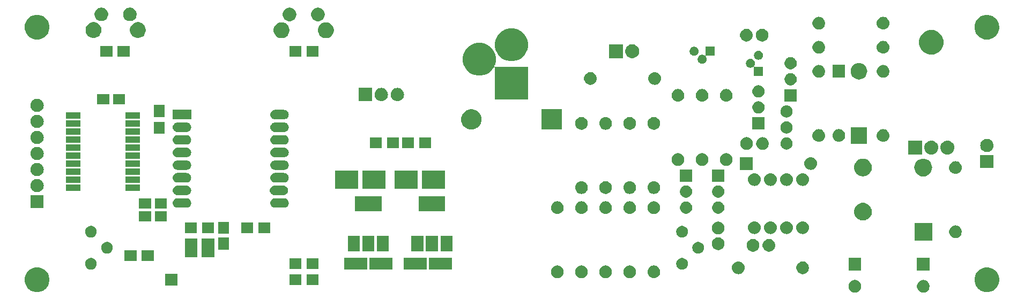
<source format=gts>
G04 #@! TF.GenerationSoftware,KiCad,Pcbnew,(5.0.1)-4*
G04 #@! TF.CreationDate,2018-12-08T00:31:25+01:00*
G04 #@! TF.ProjectId,Baseboard,42617365626F6172642E6B696361645F,1.0*
G04 #@! TF.SameCoordinates,Original*
G04 #@! TF.FileFunction,Soldermask,Top*
G04 #@! TF.FilePolarity,Negative*
%FSLAX46Y46*%
G04 Gerber Fmt 4.6, Leading zero omitted, Abs format (unit mm)*
G04 Created by KiCad (PCBNEW (5.0.1)-4) date 08.12.2018 00:31:25*
%MOMM*%
%LPD*%
G01*
G04 APERTURE LIST*
%ADD10C,0.100000*%
G04 APERTURE END LIST*
D10*
G36*
X227505770Y-106076372D02*
X227621689Y-106099429D01*
X227803678Y-106174811D01*
X227967463Y-106284249D01*
X228106751Y-106423537D01*
X228216189Y-106587322D01*
X228291571Y-106769311D01*
X228330000Y-106962509D01*
X228330000Y-107159491D01*
X228291571Y-107352689D01*
X228216189Y-107534678D01*
X228106751Y-107698463D01*
X227967463Y-107837751D01*
X227803678Y-107947189D01*
X227621689Y-108022571D01*
X227505770Y-108045628D01*
X227428493Y-108061000D01*
X227231507Y-108061000D01*
X227154230Y-108045628D01*
X227038311Y-108022571D01*
X226856322Y-107947189D01*
X226692537Y-107837751D01*
X226553249Y-107698463D01*
X226443811Y-107534678D01*
X226368429Y-107352689D01*
X226330000Y-107159491D01*
X226330000Y-106962509D01*
X226368429Y-106769311D01*
X226443811Y-106587322D01*
X226553249Y-106423537D01*
X226692537Y-106284249D01*
X226856322Y-106174811D01*
X227038311Y-106099429D01*
X227154230Y-106076372D01*
X227231507Y-106061000D01*
X227428493Y-106061000D01*
X227505770Y-106076372D01*
X227505770Y-106076372D01*
G37*
G36*
X216710770Y-106076372D02*
X216826689Y-106099429D01*
X217008678Y-106174811D01*
X217172463Y-106284249D01*
X217311751Y-106423537D01*
X217421189Y-106587322D01*
X217496571Y-106769311D01*
X217535000Y-106962509D01*
X217535000Y-107159491D01*
X217496571Y-107352689D01*
X217421189Y-107534678D01*
X217311751Y-107698463D01*
X217172463Y-107837751D01*
X217008678Y-107947189D01*
X216826689Y-108022571D01*
X216710770Y-108045628D01*
X216633493Y-108061000D01*
X216436507Y-108061000D01*
X216359230Y-108045628D01*
X216243311Y-108022571D01*
X216061322Y-107947189D01*
X215897537Y-107837751D01*
X215758249Y-107698463D01*
X215648811Y-107534678D01*
X215573429Y-107352689D01*
X215535000Y-107159491D01*
X215535000Y-106962509D01*
X215573429Y-106769311D01*
X215648811Y-106587322D01*
X215758249Y-106423537D01*
X215897537Y-106284249D01*
X216061322Y-106174811D01*
X216243311Y-106099429D01*
X216359230Y-106076372D01*
X216436507Y-106061000D01*
X216633493Y-106061000D01*
X216710770Y-106076372D01*
X216710770Y-106076372D01*
G37*
G36*
X237661631Y-104108531D02*
X237944512Y-104164799D01*
X238299400Y-104311799D01*
X238618791Y-104525209D01*
X238890411Y-104796829D01*
X239103821Y-105116220D01*
X239250821Y-105471108D01*
X239325760Y-105847856D01*
X239325760Y-106231984D01*
X239250821Y-106608732D01*
X239103821Y-106963620D01*
X238890411Y-107283011D01*
X238618791Y-107554631D01*
X238299400Y-107768041D01*
X237944512Y-107915041D01*
X237661631Y-107971309D01*
X237567766Y-107989980D01*
X237183634Y-107989980D01*
X237089769Y-107971309D01*
X236806888Y-107915041D01*
X236452000Y-107768041D01*
X236132609Y-107554631D01*
X235860989Y-107283011D01*
X235647579Y-106963620D01*
X235500579Y-106608732D01*
X235425640Y-106231984D01*
X235425640Y-105847856D01*
X235500579Y-105471108D01*
X235647579Y-105116220D01*
X235860989Y-104796829D01*
X236132609Y-104525209D01*
X236452000Y-104311799D01*
X236806888Y-104164799D01*
X237089769Y-104108531D01*
X237183634Y-104089860D01*
X237567766Y-104089860D01*
X237661631Y-104108531D01*
X237661631Y-104108531D01*
G37*
G36*
X87661931Y-104108531D02*
X87944812Y-104164799D01*
X88299700Y-104311799D01*
X88619091Y-104525209D01*
X88890711Y-104796829D01*
X89104121Y-105116220D01*
X89251121Y-105471108D01*
X89326060Y-105847856D01*
X89326060Y-106231984D01*
X89251121Y-106608732D01*
X89104121Y-106963620D01*
X88890711Y-107283011D01*
X88619091Y-107554631D01*
X88299700Y-107768041D01*
X87944812Y-107915041D01*
X87661931Y-107971309D01*
X87568066Y-107989980D01*
X87183934Y-107989980D01*
X87090069Y-107971309D01*
X86807188Y-107915041D01*
X86452300Y-107768041D01*
X86132909Y-107554631D01*
X85861289Y-107283011D01*
X85647879Y-106963620D01*
X85500879Y-106608732D01*
X85425940Y-106231984D01*
X85425940Y-105847856D01*
X85500879Y-105471108D01*
X85647879Y-105116220D01*
X85861289Y-104796829D01*
X86132909Y-104525209D01*
X86452300Y-104311799D01*
X86807188Y-104164799D01*
X87090069Y-104108531D01*
X87183934Y-104089860D01*
X87568066Y-104089860D01*
X87661931Y-104108531D01*
X87661931Y-104108531D01*
G37*
G36*
X109535000Y-106995000D02*
X107635000Y-106995000D01*
X107635000Y-105095000D01*
X109535000Y-105095000D01*
X109535000Y-106995000D01*
X109535000Y-106995000D01*
G37*
G36*
X129140000Y-106895000D02*
X127240000Y-106895000D01*
X127240000Y-105195000D01*
X129140000Y-105195000D01*
X129140000Y-106895000D01*
X129140000Y-106895000D01*
G37*
G36*
X131840000Y-106895000D02*
X129940000Y-106895000D01*
X129940000Y-105195000D01*
X131840000Y-105195000D01*
X131840000Y-106895000D01*
X131840000Y-106895000D01*
G37*
G36*
X184981030Y-103789469D02*
X184981033Y-103789470D01*
X184981034Y-103789470D01*
X185169535Y-103846651D01*
X185169537Y-103846652D01*
X185343260Y-103939509D01*
X185495528Y-104064472D01*
X185620491Y-104216740D01*
X185620492Y-104216742D01*
X185713349Y-104390465D01*
X185754019Y-104524537D01*
X185770531Y-104578970D01*
X185789838Y-104775000D01*
X185770531Y-104971030D01*
X185770530Y-104971033D01*
X185770530Y-104971034D01*
X185719275Y-105140000D01*
X185713348Y-105159537D01*
X185620491Y-105333260D01*
X185495528Y-105485528D01*
X185343260Y-105610491D01*
X185343258Y-105610492D01*
X185169535Y-105703349D01*
X184981034Y-105760530D01*
X184981033Y-105760530D01*
X184981030Y-105760531D01*
X184834124Y-105775000D01*
X184735876Y-105775000D01*
X184588970Y-105760531D01*
X184588967Y-105760530D01*
X184588966Y-105760530D01*
X184400465Y-105703349D01*
X184226742Y-105610492D01*
X184226740Y-105610491D01*
X184074472Y-105485528D01*
X183949509Y-105333260D01*
X183856652Y-105159537D01*
X183850726Y-105140000D01*
X183799470Y-104971034D01*
X183799470Y-104971033D01*
X183799469Y-104971030D01*
X183780162Y-104775000D01*
X183799469Y-104578970D01*
X183815981Y-104524537D01*
X183856651Y-104390465D01*
X183949508Y-104216742D01*
X183949509Y-104216740D01*
X184074472Y-104064472D01*
X184226740Y-103939509D01*
X184400463Y-103846652D01*
X184400465Y-103846651D01*
X184588966Y-103789470D01*
X184588967Y-103789470D01*
X184588970Y-103789469D01*
X184735876Y-103775000D01*
X184834124Y-103775000D01*
X184981030Y-103789469D01*
X184981030Y-103789469D01*
G37*
G36*
X173530770Y-103790372D02*
X173646689Y-103813429D01*
X173828678Y-103888811D01*
X173992463Y-103998249D01*
X174131751Y-104137537D01*
X174241189Y-104301322D01*
X174316571Y-104483311D01*
X174355000Y-104676509D01*
X174355000Y-104873491D01*
X174316571Y-105066689D01*
X174241189Y-105248678D01*
X174131751Y-105412463D01*
X173992463Y-105551751D01*
X173828678Y-105661189D01*
X173646689Y-105736571D01*
X173530770Y-105759628D01*
X173453493Y-105775000D01*
X173256507Y-105775000D01*
X173179230Y-105759628D01*
X173063311Y-105736571D01*
X172881322Y-105661189D01*
X172717537Y-105551751D01*
X172578249Y-105412463D01*
X172468811Y-105248678D01*
X172393429Y-105066689D01*
X172355000Y-104873491D01*
X172355000Y-104676509D01*
X172393429Y-104483311D01*
X172468811Y-104301322D01*
X172578249Y-104137537D01*
X172717537Y-103998249D01*
X172881322Y-103888811D01*
X173063311Y-103813429D01*
X173179230Y-103790372D01*
X173256507Y-103775000D01*
X173453493Y-103775000D01*
X173530770Y-103790372D01*
X173530770Y-103790372D01*
G37*
G36*
X169720770Y-103790372D02*
X169836689Y-103813429D01*
X170018678Y-103888811D01*
X170182463Y-103998249D01*
X170321751Y-104137537D01*
X170431189Y-104301322D01*
X170506571Y-104483311D01*
X170545000Y-104676509D01*
X170545000Y-104873491D01*
X170506571Y-105066689D01*
X170431189Y-105248678D01*
X170321751Y-105412463D01*
X170182463Y-105551751D01*
X170018678Y-105661189D01*
X169836689Y-105736571D01*
X169720770Y-105759628D01*
X169643493Y-105775000D01*
X169446507Y-105775000D01*
X169369230Y-105759628D01*
X169253311Y-105736571D01*
X169071322Y-105661189D01*
X168907537Y-105551751D01*
X168768249Y-105412463D01*
X168658811Y-105248678D01*
X168583429Y-105066689D01*
X168545000Y-104873491D01*
X168545000Y-104676509D01*
X168583429Y-104483311D01*
X168658811Y-104301322D01*
X168768249Y-104137537D01*
X168907537Y-103998249D01*
X169071322Y-103888811D01*
X169253311Y-103813429D01*
X169369230Y-103790372D01*
X169446507Y-103775000D01*
X169643493Y-103775000D01*
X169720770Y-103790372D01*
X169720770Y-103790372D01*
G37*
G36*
X181150770Y-103790372D02*
X181266689Y-103813429D01*
X181448678Y-103888811D01*
X181612463Y-103998249D01*
X181751751Y-104137537D01*
X181861189Y-104301322D01*
X181936571Y-104483311D01*
X181975000Y-104676509D01*
X181975000Y-104873491D01*
X181936571Y-105066689D01*
X181861189Y-105248678D01*
X181751751Y-105412463D01*
X181612463Y-105551751D01*
X181448678Y-105661189D01*
X181266689Y-105736571D01*
X181150770Y-105759628D01*
X181073493Y-105775000D01*
X180876507Y-105775000D01*
X180799230Y-105759628D01*
X180683311Y-105736571D01*
X180501322Y-105661189D01*
X180337537Y-105551751D01*
X180198249Y-105412463D01*
X180088811Y-105248678D01*
X180013429Y-105066689D01*
X179975000Y-104873491D01*
X179975000Y-104676509D01*
X180013429Y-104483311D01*
X180088811Y-104301322D01*
X180198249Y-104137537D01*
X180337537Y-103998249D01*
X180501322Y-103888811D01*
X180683311Y-103813429D01*
X180799230Y-103790372D01*
X180876507Y-103775000D01*
X181073493Y-103775000D01*
X181150770Y-103790372D01*
X181150770Y-103790372D01*
G37*
G36*
X177340770Y-103790372D02*
X177456689Y-103813429D01*
X177638678Y-103888811D01*
X177802463Y-103998249D01*
X177941751Y-104137537D01*
X178051189Y-104301322D01*
X178126571Y-104483311D01*
X178165000Y-104676509D01*
X178165000Y-104873491D01*
X178126571Y-105066689D01*
X178051189Y-105248678D01*
X177941751Y-105412463D01*
X177802463Y-105551751D01*
X177638678Y-105661189D01*
X177456689Y-105736571D01*
X177340770Y-105759628D01*
X177263493Y-105775000D01*
X177066507Y-105775000D01*
X176989230Y-105759628D01*
X176873311Y-105736571D01*
X176691322Y-105661189D01*
X176527537Y-105551751D01*
X176388249Y-105412463D01*
X176278811Y-105248678D01*
X176203429Y-105066689D01*
X176165000Y-104873491D01*
X176165000Y-104676509D01*
X176203429Y-104483311D01*
X176278811Y-104301322D01*
X176388249Y-104137537D01*
X176527537Y-103998249D01*
X176691322Y-103888811D01*
X176873311Y-103813429D01*
X176989230Y-103790372D01*
X177066507Y-103775000D01*
X177263493Y-103775000D01*
X177340770Y-103790372D01*
X177340770Y-103790372D01*
G37*
G36*
X198316030Y-103154469D02*
X198316033Y-103154470D01*
X198316034Y-103154470D01*
X198504535Y-103211651D01*
X198504537Y-103211652D01*
X198678260Y-103304509D01*
X198830528Y-103429472D01*
X198955491Y-103581740D01*
X198955492Y-103581742D01*
X199048349Y-103755465D01*
X199104178Y-103939509D01*
X199105531Y-103943970D01*
X199124838Y-104140000D01*
X199105531Y-104336030D01*
X199105530Y-104336033D01*
X199105530Y-104336034D01*
X199078543Y-104425000D01*
X199048348Y-104524537D01*
X198955491Y-104698260D01*
X198830528Y-104850528D01*
X198678260Y-104975491D01*
X198678258Y-104975492D01*
X198504535Y-105068349D01*
X198316034Y-105125530D01*
X198316033Y-105125530D01*
X198316030Y-105125531D01*
X198169124Y-105140000D01*
X198070876Y-105140000D01*
X197923970Y-105125531D01*
X197923967Y-105125530D01*
X197923966Y-105125530D01*
X197735465Y-105068349D01*
X197561742Y-104975492D01*
X197561740Y-104975491D01*
X197409472Y-104850528D01*
X197284509Y-104698260D01*
X197191652Y-104524537D01*
X197161458Y-104425000D01*
X197134470Y-104336034D01*
X197134470Y-104336033D01*
X197134469Y-104336030D01*
X197115162Y-104140000D01*
X197134469Y-103943970D01*
X197135822Y-103939509D01*
X197191651Y-103755465D01*
X197284508Y-103581742D01*
X197284509Y-103581740D01*
X197409472Y-103429472D01*
X197561740Y-103304509D01*
X197735463Y-103211652D01*
X197735465Y-103211651D01*
X197923966Y-103154470D01*
X197923967Y-103154470D01*
X197923970Y-103154469D01*
X198070876Y-103140000D01*
X198169124Y-103140000D01*
X198316030Y-103154469D01*
X198316030Y-103154469D01*
G37*
G36*
X208455770Y-103155372D02*
X208571689Y-103178429D01*
X208753678Y-103253811D01*
X208917463Y-103363249D01*
X209056751Y-103502537D01*
X209166189Y-103666322D01*
X209241571Y-103848311D01*
X209280000Y-104041509D01*
X209280000Y-104238491D01*
X209241571Y-104431689D01*
X209166189Y-104613678D01*
X209056751Y-104777463D01*
X208917463Y-104916751D01*
X208753678Y-105026189D01*
X208571689Y-105101571D01*
X208455770Y-105124628D01*
X208378493Y-105140000D01*
X208181507Y-105140000D01*
X208104230Y-105124628D01*
X207988311Y-105101571D01*
X207806322Y-105026189D01*
X207642537Y-104916751D01*
X207503249Y-104777463D01*
X207393811Y-104613678D01*
X207318429Y-104431689D01*
X207280000Y-104238491D01*
X207280000Y-104041509D01*
X207318429Y-103848311D01*
X207393811Y-103666322D01*
X207503249Y-103502537D01*
X207642537Y-103363249D01*
X207806322Y-103253811D01*
X207988311Y-103178429D01*
X208104230Y-103155372D01*
X208181507Y-103140000D01*
X208378493Y-103140000D01*
X208455770Y-103155372D01*
X208455770Y-103155372D01*
G37*
G36*
X217535000Y-104561000D02*
X215535000Y-104561000D01*
X215535000Y-102561000D01*
X217535000Y-102561000D01*
X217535000Y-104561000D01*
X217535000Y-104561000D01*
G37*
G36*
X228330000Y-104561000D02*
X226330000Y-104561000D01*
X226330000Y-102561000D01*
X228330000Y-102561000D01*
X228330000Y-104561000D01*
X228330000Y-104561000D01*
G37*
G36*
X152898000Y-104455000D02*
X149298000Y-104455000D01*
X149298000Y-102555000D01*
X152898000Y-102555000D01*
X152898000Y-104455000D01*
X152898000Y-104455000D01*
G37*
G36*
X143500000Y-104455000D02*
X139900000Y-104455000D01*
X139900000Y-102555000D01*
X143500000Y-102555000D01*
X143500000Y-104455000D01*
X143500000Y-104455000D01*
G37*
G36*
X148898000Y-104455000D02*
X145298000Y-104455000D01*
X145298000Y-102555000D01*
X148898000Y-102555000D01*
X148898000Y-104455000D01*
X148898000Y-104455000D01*
G37*
G36*
X139500000Y-104455000D02*
X135900000Y-104455000D01*
X135900000Y-102555000D01*
X139500000Y-102555000D01*
X139500000Y-104455000D01*
X139500000Y-104455000D01*
G37*
G36*
X189498353Y-102620355D02*
X189665784Y-102689707D01*
X189816466Y-102790390D01*
X189944610Y-102918534D01*
X190045293Y-103069216D01*
X190114645Y-103236647D01*
X190150000Y-103414387D01*
X190150000Y-103595613D01*
X190114645Y-103773353D01*
X190045293Y-103940784D01*
X189944610Y-104091466D01*
X189816466Y-104219610D01*
X189665784Y-104320293D01*
X189498353Y-104389645D01*
X189320613Y-104425000D01*
X189139387Y-104425000D01*
X188961647Y-104389645D01*
X188794216Y-104320293D01*
X188643534Y-104219610D01*
X188515390Y-104091466D01*
X188414707Y-103940784D01*
X188345355Y-103773353D01*
X188310000Y-103595613D01*
X188310000Y-103414387D01*
X188345355Y-103236647D01*
X188414707Y-103069216D01*
X188515390Y-102918534D01*
X188643534Y-102790390D01*
X188794216Y-102689707D01*
X188961647Y-102620355D01*
X189139387Y-102585000D01*
X189320613Y-102585000D01*
X189498353Y-102620355D01*
X189498353Y-102620355D01*
G37*
G36*
X96153353Y-102620355D02*
X96320784Y-102689707D01*
X96471466Y-102790390D01*
X96599610Y-102918534D01*
X96700293Y-103069216D01*
X96769645Y-103236647D01*
X96805000Y-103414387D01*
X96805000Y-103595613D01*
X96769645Y-103773353D01*
X96700293Y-103940784D01*
X96599610Y-104091466D01*
X96471466Y-104219610D01*
X96320784Y-104320293D01*
X96153353Y-104389645D01*
X95975613Y-104425000D01*
X95794387Y-104425000D01*
X95616647Y-104389645D01*
X95449216Y-104320293D01*
X95298534Y-104219610D01*
X95170390Y-104091466D01*
X95069707Y-103940784D01*
X95000355Y-103773353D01*
X94965000Y-103595613D01*
X94965000Y-103414387D01*
X95000355Y-103236647D01*
X95069707Y-103069216D01*
X95170390Y-102918534D01*
X95298534Y-102790390D01*
X95449216Y-102689707D01*
X95616647Y-102620355D01*
X95794387Y-102585000D01*
X95975613Y-102585000D01*
X96153353Y-102620355D01*
X96153353Y-102620355D01*
G37*
G36*
X129140000Y-104355000D02*
X127240000Y-104355000D01*
X127240000Y-102655000D01*
X129140000Y-102655000D01*
X129140000Y-104355000D01*
X129140000Y-104355000D01*
G37*
G36*
X131840000Y-104355000D02*
X129940000Y-104355000D01*
X129940000Y-102655000D01*
X131840000Y-102655000D01*
X131840000Y-104355000D01*
X131840000Y-104355000D01*
G37*
G36*
X103105000Y-103085000D02*
X101205000Y-103085000D01*
X101205000Y-101385000D01*
X103105000Y-101385000D01*
X103105000Y-103085000D01*
X103105000Y-103085000D01*
G37*
G36*
X105805000Y-103085000D02*
X103905000Y-103085000D01*
X103905000Y-101385000D01*
X105805000Y-101385000D01*
X105805000Y-103085000D01*
X105805000Y-103085000D01*
G37*
G36*
X115360000Y-102440000D02*
X113400000Y-102440000D01*
X113400000Y-99490000D01*
X115360000Y-99490000D01*
X115360000Y-102440000D01*
X115360000Y-102440000D01*
G37*
G36*
X112660000Y-102440000D02*
X110700000Y-102440000D01*
X110700000Y-99490000D01*
X112660000Y-99490000D01*
X112660000Y-102440000D01*
X112660000Y-102440000D01*
G37*
G36*
X192038353Y-100080355D02*
X192205784Y-100149707D01*
X192356466Y-100250390D01*
X192484610Y-100378534D01*
X192585293Y-100529216D01*
X192654645Y-100696647D01*
X192690000Y-100874387D01*
X192690000Y-101055613D01*
X192654645Y-101233353D01*
X192585293Y-101400784D01*
X192484610Y-101551466D01*
X192356466Y-101679610D01*
X192205784Y-101780293D01*
X192038353Y-101849645D01*
X191860613Y-101885000D01*
X191679387Y-101885000D01*
X191501647Y-101849645D01*
X191334216Y-101780293D01*
X191183534Y-101679610D01*
X191055390Y-101551466D01*
X190954707Y-101400784D01*
X190885355Y-101233353D01*
X190850000Y-101055613D01*
X190850000Y-100874387D01*
X190885355Y-100696647D01*
X190954707Y-100529216D01*
X191055390Y-100378534D01*
X191183534Y-100250390D01*
X191334216Y-100149707D01*
X191501647Y-100080355D01*
X191679387Y-100045000D01*
X191860613Y-100045000D01*
X192038353Y-100080355D01*
X192038353Y-100080355D01*
G37*
G36*
X98693353Y-100080355D02*
X98860784Y-100149707D01*
X99011466Y-100250390D01*
X99139610Y-100378534D01*
X99240293Y-100529216D01*
X99309645Y-100696647D01*
X99345000Y-100874387D01*
X99345000Y-101055613D01*
X99309645Y-101233353D01*
X99240293Y-101400784D01*
X99139610Y-101551466D01*
X99011466Y-101679610D01*
X98860784Y-101780293D01*
X98693353Y-101849645D01*
X98515613Y-101885000D01*
X98334387Y-101885000D01*
X98156647Y-101849645D01*
X97989216Y-101780293D01*
X97838534Y-101679610D01*
X97710390Y-101551466D01*
X97609707Y-101400784D01*
X97540355Y-101233353D01*
X97505000Y-101055613D01*
X97505000Y-100874387D01*
X97540355Y-100696647D01*
X97609707Y-100529216D01*
X97710390Y-100378534D01*
X97838534Y-100250390D01*
X97989216Y-100149707D01*
X98156647Y-100080355D01*
X98334387Y-100045000D01*
X98515613Y-100045000D01*
X98693353Y-100080355D01*
X98693353Y-100080355D01*
G37*
G36*
X200621770Y-99599372D02*
X200737689Y-99622429D01*
X200919678Y-99697811D01*
X201083463Y-99807249D01*
X201222751Y-99946537D01*
X201332189Y-100110322D01*
X201407571Y-100292311D01*
X201430628Y-100408230D01*
X201446000Y-100485507D01*
X201446000Y-100682493D01*
X201430628Y-100759770D01*
X201407571Y-100875689D01*
X201332189Y-101057678D01*
X201222751Y-101221463D01*
X201083463Y-101360751D01*
X200919678Y-101470189D01*
X200737689Y-101545571D01*
X200621770Y-101568628D01*
X200544493Y-101584000D01*
X200347507Y-101584000D01*
X200270230Y-101568628D01*
X200154311Y-101545571D01*
X199972322Y-101470189D01*
X199808537Y-101360751D01*
X199669249Y-101221463D01*
X199559811Y-101057678D01*
X199484429Y-100875689D01*
X199461372Y-100759770D01*
X199446000Y-100682493D01*
X199446000Y-100485507D01*
X199461372Y-100408230D01*
X199484429Y-100292311D01*
X199559811Y-100110322D01*
X199669249Y-99946537D01*
X199808537Y-99807249D01*
X199972322Y-99697811D01*
X200154311Y-99622429D01*
X200270230Y-99599372D01*
X200347507Y-99584000D01*
X200544493Y-99584000D01*
X200621770Y-99599372D01*
X200621770Y-99599372D01*
G37*
G36*
X203121770Y-99599372D02*
X203237689Y-99622429D01*
X203419678Y-99697811D01*
X203583463Y-99807249D01*
X203722751Y-99946537D01*
X203832189Y-100110322D01*
X203907571Y-100292311D01*
X203930628Y-100408230D01*
X203946000Y-100485507D01*
X203946000Y-100682493D01*
X203930628Y-100759770D01*
X203907571Y-100875689D01*
X203832189Y-101057678D01*
X203722751Y-101221463D01*
X203583463Y-101360751D01*
X203419678Y-101470189D01*
X203237689Y-101545571D01*
X203121770Y-101568628D01*
X203044493Y-101584000D01*
X202847507Y-101584000D01*
X202770230Y-101568628D01*
X202654311Y-101545571D01*
X202472322Y-101470189D01*
X202308537Y-101360751D01*
X202169249Y-101221463D01*
X202059811Y-101057678D01*
X201984429Y-100875689D01*
X201961372Y-100759770D01*
X201946000Y-100682493D01*
X201946000Y-100485507D01*
X201961372Y-100408230D01*
X201984429Y-100292311D01*
X202059811Y-100110322D01*
X202169249Y-99946537D01*
X202308537Y-99807249D01*
X202472322Y-99697811D01*
X202654311Y-99622429D01*
X202770230Y-99599372D01*
X202847507Y-99584000D01*
X203044493Y-99584000D01*
X203121770Y-99599372D01*
X203121770Y-99599372D01*
G37*
G36*
X152983000Y-101505000D02*
X151083000Y-101505000D01*
X151083000Y-99105000D01*
X152983000Y-99105000D01*
X152983000Y-101505000D01*
X152983000Y-101505000D01*
G37*
G36*
X140650000Y-101505000D02*
X138750000Y-101505000D01*
X138750000Y-99105000D01*
X140650000Y-99105000D01*
X140650000Y-101505000D01*
X140650000Y-101505000D01*
G37*
G36*
X142950000Y-101505000D02*
X141050000Y-101505000D01*
X141050000Y-99105000D01*
X142950000Y-99105000D01*
X142950000Y-101505000D01*
X142950000Y-101505000D01*
G37*
G36*
X148383000Y-101505000D02*
X146483000Y-101505000D01*
X146483000Y-99105000D01*
X148383000Y-99105000D01*
X148383000Y-101505000D01*
X148383000Y-101505000D01*
G37*
G36*
X138350000Y-101505000D02*
X136450000Y-101505000D01*
X136450000Y-99105000D01*
X138350000Y-99105000D01*
X138350000Y-101505000D01*
X138350000Y-101505000D01*
G37*
G36*
X150683000Y-101505000D02*
X148783000Y-101505000D01*
X148783000Y-99105000D01*
X150683000Y-99105000D01*
X150683000Y-101505000D01*
X150683000Y-101505000D01*
G37*
G36*
X195118902Y-99345000D02*
X195236689Y-99368429D01*
X195418678Y-99443811D01*
X195582463Y-99553249D01*
X195721751Y-99692537D01*
X195831189Y-99856322D01*
X195906571Y-100038311D01*
X195945000Y-100231509D01*
X195945000Y-100428491D01*
X195906571Y-100621689D01*
X195831189Y-100803678D01*
X195721751Y-100967463D01*
X195582463Y-101106751D01*
X195418678Y-101216189D01*
X195236689Y-101291571D01*
X195120770Y-101314628D01*
X195043493Y-101330000D01*
X194846507Y-101330000D01*
X194769230Y-101314628D01*
X194653311Y-101291571D01*
X194471322Y-101216189D01*
X194307537Y-101106751D01*
X194168249Y-100967463D01*
X194058811Y-100803678D01*
X193983429Y-100621689D01*
X193945000Y-100428491D01*
X193945000Y-100231509D01*
X193983429Y-100038311D01*
X194058811Y-99856322D01*
X194168249Y-99692537D01*
X194307537Y-99553249D01*
X194471322Y-99443811D01*
X194653311Y-99368429D01*
X194771098Y-99345000D01*
X194846507Y-99330000D01*
X195043493Y-99330000D01*
X195118902Y-99345000D01*
X195118902Y-99345000D01*
G37*
G36*
X117665000Y-101260000D02*
X116015000Y-101260000D01*
X116015000Y-99360000D01*
X117665000Y-99360000D01*
X117665000Y-101260000D01*
X117665000Y-101260000D01*
G37*
G36*
X228730000Y-99825000D02*
X225930000Y-99825000D01*
X225930000Y-97025000D01*
X228730000Y-97025000D01*
X228730000Y-99825000D01*
X228730000Y-99825000D01*
G37*
G36*
X232585770Y-97440372D02*
X232701689Y-97463429D01*
X232883678Y-97538811D01*
X233047463Y-97648249D01*
X233186751Y-97787537D01*
X233296189Y-97951322D01*
X233371571Y-98133311D01*
X233410000Y-98326509D01*
X233410000Y-98523491D01*
X233371571Y-98716689D01*
X233296189Y-98898678D01*
X233186751Y-99062463D01*
X233047463Y-99201751D01*
X232883678Y-99311189D01*
X232701689Y-99386571D01*
X232585770Y-99409628D01*
X232508493Y-99425000D01*
X232311507Y-99425000D01*
X232234230Y-99409628D01*
X232118311Y-99386571D01*
X231936322Y-99311189D01*
X231772537Y-99201751D01*
X231633249Y-99062463D01*
X231523811Y-98898678D01*
X231448429Y-98716689D01*
X231410000Y-98523491D01*
X231410000Y-98326509D01*
X231448429Y-98133311D01*
X231523811Y-97951322D01*
X231633249Y-97787537D01*
X231772537Y-97648249D01*
X231936322Y-97538811D01*
X232118311Y-97463429D01*
X232234230Y-97440372D01*
X232311507Y-97425000D01*
X232508493Y-97425000D01*
X232585770Y-97440372D01*
X232585770Y-97440372D01*
G37*
G36*
X96153353Y-97540355D02*
X96320784Y-97609707D01*
X96471466Y-97710390D01*
X96599610Y-97838534D01*
X96700293Y-97989216D01*
X96769645Y-98156647D01*
X96805000Y-98334387D01*
X96805000Y-98515613D01*
X96769645Y-98693353D01*
X96700293Y-98860784D01*
X96599610Y-99011466D01*
X96471466Y-99139610D01*
X96320784Y-99240293D01*
X96153353Y-99309645D01*
X95975613Y-99345000D01*
X95794387Y-99345000D01*
X95616647Y-99309645D01*
X95449216Y-99240293D01*
X95298534Y-99139610D01*
X95170390Y-99011466D01*
X95069707Y-98860784D01*
X95000355Y-98693353D01*
X94965000Y-98515613D01*
X94965000Y-98334387D01*
X95000355Y-98156647D01*
X95069707Y-97989216D01*
X95170390Y-97838534D01*
X95298534Y-97710390D01*
X95449216Y-97609707D01*
X95616647Y-97540355D01*
X95794387Y-97505000D01*
X95975613Y-97505000D01*
X96153353Y-97540355D01*
X96153353Y-97540355D01*
G37*
G36*
X189498353Y-97540355D02*
X189665784Y-97609707D01*
X189816466Y-97710390D01*
X189944610Y-97838534D01*
X190045293Y-97989216D01*
X190114645Y-98156647D01*
X190150000Y-98334387D01*
X190150000Y-98515613D01*
X190114645Y-98693353D01*
X190045293Y-98860784D01*
X189944610Y-99011466D01*
X189816466Y-99139610D01*
X189665784Y-99240293D01*
X189498353Y-99309645D01*
X189320613Y-99345000D01*
X189139387Y-99345000D01*
X188961647Y-99309645D01*
X188794216Y-99240293D01*
X188643534Y-99139610D01*
X188515390Y-99011466D01*
X188414707Y-98860784D01*
X188345355Y-98693353D01*
X188310000Y-98515613D01*
X188310000Y-98334387D01*
X188345355Y-98156647D01*
X188414707Y-97989216D01*
X188515390Y-97838534D01*
X188643534Y-97710390D01*
X188794216Y-97609707D01*
X188961647Y-97540355D01*
X189139387Y-97505000D01*
X189320613Y-97505000D01*
X189498353Y-97540355D01*
X189498353Y-97540355D01*
G37*
G36*
X195120770Y-96845372D02*
X195236689Y-96868429D01*
X195418678Y-96943811D01*
X195582463Y-97053249D01*
X195721751Y-97192537D01*
X195831189Y-97356322D01*
X195906571Y-97538311D01*
X195917641Y-97593966D01*
X195940800Y-97710390D01*
X195945000Y-97731509D01*
X195945000Y-97928491D01*
X195906571Y-98121689D01*
X195831189Y-98303678D01*
X195721751Y-98467463D01*
X195582463Y-98606751D01*
X195418678Y-98716189D01*
X195236689Y-98791571D01*
X195120770Y-98814628D01*
X195043493Y-98830000D01*
X194846507Y-98830000D01*
X194769230Y-98814628D01*
X194653311Y-98791571D01*
X194471322Y-98716189D01*
X194307537Y-98606751D01*
X194168249Y-98467463D01*
X194058811Y-98303678D01*
X193983429Y-98121689D01*
X193945000Y-97928491D01*
X193945000Y-97731509D01*
X193949201Y-97710390D01*
X193972359Y-97593966D01*
X193983429Y-97538311D01*
X194058811Y-97356322D01*
X194168249Y-97192537D01*
X194307537Y-97053249D01*
X194471322Y-96943811D01*
X194653311Y-96868429D01*
X194769230Y-96845372D01*
X194846507Y-96830000D01*
X195043493Y-96830000D01*
X195120770Y-96845372D01*
X195120770Y-96845372D01*
G37*
G36*
X208476030Y-96804469D02*
X208476033Y-96804470D01*
X208476034Y-96804470D01*
X208664535Y-96861651D01*
X208664537Y-96861652D01*
X208838260Y-96954509D01*
X208990528Y-97079472D01*
X209115491Y-97231740D01*
X209182083Y-97356325D01*
X209208349Y-97405465D01*
X209265530Y-97593966D01*
X209265531Y-97593970D01*
X209284838Y-97790000D01*
X209265531Y-97986030D01*
X209265530Y-97986033D01*
X209265530Y-97986034D01*
X209213776Y-98156646D01*
X209208348Y-98174537D01*
X209115491Y-98348260D01*
X208990528Y-98500528D01*
X208838260Y-98625491D01*
X208711299Y-98693353D01*
X208664535Y-98718349D01*
X208476034Y-98775530D01*
X208476033Y-98775530D01*
X208476030Y-98775531D01*
X208329124Y-98790000D01*
X208230876Y-98790000D01*
X208083970Y-98775531D01*
X208083967Y-98775530D01*
X208083966Y-98775530D01*
X207895465Y-98718349D01*
X207848701Y-98693353D01*
X207721740Y-98625491D01*
X207569472Y-98500528D01*
X207444509Y-98348260D01*
X207351652Y-98174537D01*
X207346225Y-98156646D01*
X207294470Y-97986034D01*
X207294470Y-97986033D01*
X207294469Y-97986030D01*
X207275162Y-97790000D01*
X207294469Y-97593970D01*
X207294470Y-97593966D01*
X207351651Y-97405465D01*
X207377917Y-97356325D01*
X207444509Y-97231740D01*
X207569472Y-97079472D01*
X207721740Y-96954509D01*
X207895463Y-96861652D01*
X207895465Y-96861651D01*
X208083966Y-96804470D01*
X208083967Y-96804470D01*
X208083970Y-96804469D01*
X208230876Y-96790000D01*
X208329124Y-96790000D01*
X208476030Y-96804469D01*
X208476030Y-96804469D01*
G37*
G36*
X205936030Y-96804469D02*
X205936033Y-96804470D01*
X205936034Y-96804470D01*
X206124535Y-96861651D01*
X206124537Y-96861652D01*
X206298260Y-96954509D01*
X206450528Y-97079472D01*
X206575491Y-97231740D01*
X206642083Y-97356325D01*
X206668349Y-97405465D01*
X206725530Y-97593966D01*
X206725531Y-97593970D01*
X206744838Y-97790000D01*
X206725531Y-97986030D01*
X206725530Y-97986033D01*
X206725530Y-97986034D01*
X206673776Y-98156646D01*
X206668348Y-98174537D01*
X206575491Y-98348260D01*
X206450528Y-98500528D01*
X206298260Y-98625491D01*
X206171299Y-98693353D01*
X206124535Y-98718349D01*
X205936034Y-98775530D01*
X205936033Y-98775530D01*
X205936030Y-98775531D01*
X205789124Y-98790000D01*
X205690876Y-98790000D01*
X205543970Y-98775531D01*
X205543967Y-98775530D01*
X205543966Y-98775530D01*
X205355465Y-98718349D01*
X205308701Y-98693353D01*
X205181740Y-98625491D01*
X205029472Y-98500528D01*
X204904509Y-98348260D01*
X204811652Y-98174537D01*
X204806225Y-98156646D01*
X204754470Y-97986034D01*
X204754470Y-97986033D01*
X204754469Y-97986030D01*
X204735162Y-97790000D01*
X204754469Y-97593970D01*
X204754470Y-97593966D01*
X204811651Y-97405465D01*
X204837917Y-97356325D01*
X204904509Y-97231740D01*
X205029472Y-97079472D01*
X205181740Y-96954509D01*
X205355463Y-96861652D01*
X205355465Y-96861651D01*
X205543966Y-96804470D01*
X205543967Y-96804470D01*
X205543970Y-96804469D01*
X205690876Y-96790000D01*
X205789124Y-96790000D01*
X205936030Y-96804469D01*
X205936030Y-96804469D01*
G37*
G36*
X203396030Y-96804469D02*
X203396033Y-96804470D01*
X203396034Y-96804470D01*
X203584535Y-96861651D01*
X203584537Y-96861652D01*
X203758260Y-96954509D01*
X203910528Y-97079472D01*
X204035491Y-97231740D01*
X204102083Y-97356325D01*
X204128349Y-97405465D01*
X204185530Y-97593966D01*
X204185531Y-97593970D01*
X204204838Y-97790000D01*
X204185531Y-97986030D01*
X204185530Y-97986033D01*
X204185530Y-97986034D01*
X204133776Y-98156646D01*
X204128348Y-98174537D01*
X204035491Y-98348260D01*
X203910528Y-98500528D01*
X203758260Y-98625491D01*
X203631299Y-98693353D01*
X203584535Y-98718349D01*
X203396034Y-98775530D01*
X203396033Y-98775530D01*
X203396030Y-98775531D01*
X203249124Y-98790000D01*
X203150876Y-98790000D01*
X203003970Y-98775531D01*
X203003967Y-98775530D01*
X203003966Y-98775530D01*
X202815465Y-98718349D01*
X202768701Y-98693353D01*
X202641740Y-98625491D01*
X202489472Y-98500528D01*
X202364509Y-98348260D01*
X202271652Y-98174537D01*
X202266225Y-98156646D01*
X202214470Y-97986034D01*
X202214470Y-97986033D01*
X202214469Y-97986030D01*
X202195162Y-97790000D01*
X202214469Y-97593970D01*
X202214470Y-97593966D01*
X202271651Y-97405465D01*
X202297917Y-97356325D01*
X202364509Y-97231740D01*
X202489472Y-97079472D01*
X202641740Y-96954509D01*
X202815463Y-96861652D01*
X202815465Y-96861651D01*
X203003966Y-96804470D01*
X203003967Y-96804470D01*
X203003970Y-96804469D01*
X203150876Y-96790000D01*
X203249124Y-96790000D01*
X203396030Y-96804469D01*
X203396030Y-96804469D01*
G37*
G36*
X200856030Y-96804469D02*
X200856033Y-96804470D01*
X200856034Y-96804470D01*
X201044535Y-96861651D01*
X201044537Y-96861652D01*
X201218260Y-96954509D01*
X201370528Y-97079472D01*
X201495491Y-97231740D01*
X201562083Y-97356325D01*
X201588349Y-97405465D01*
X201645530Y-97593966D01*
X201645531Y-97593970D01*
X201664838Y-97790000D01*
X201645531Y-97986030D01*
X201645530Y-97986033D01*
X201645530Y-97986034D01*
X201593776Y-98156646D01*
X201588348Y-98174537D01*
X201495491Y-98348260D01*
X201370528Y-98500528D01*
X201218260Y-98625491D01*
X201091299Y-98693353D01*
X201044535Y-98718349D01*
X200856034Y-98775530D01*
X200856033Y-98775530D01*
X200856030Y-98775531D01*
X200709124Y-98790000D01*
X200610876Y-98790000D01*
X200463970Y-98775531D01*
X200463967Y-98775530D01*
X200463966Y-98775530D01*
X200275465Y-98718349D01*
X200228701Y-98693353D01*
X200101740Y-98625491D01*
X199949472Y-98500528D01*
X199824509Y-98348260D01*
X199731652Y-98174537D01*
X199726225Y-98156646D01*
X199674470Y-97986034D01*
X199674470Y-97986033D01*
X199674469Y-97986030D01*
X199655162Y-97790000D01*
X199674469Y-97593970D01*
X199674470Y-97593966D01*
X199731651Y-97405465D01*
X199757917Y-97356325D01*
X199824509Y-97231740D01*
X199949472Y-97079472D01*
X200101740Y-96954509D01*
X200275463Y-96861652D01*
X200275465Y-96861651D01*
X200463966Y-96804470D01*
X200463967Y-96804470D01*
X200463970Y-96804469D01*
X200610876Y-96790000D01*
X200709124Y-96790000D01*
X200856030Y-96804469D01*
X200856030Y-96804469D01*
G37*
G36*
X117665000Y-98760000D02*
X116015000Y-98760000D01*
X116015000Y-96860000D01*
X117665000Y-96860000D01*
X117665000Y-98760000D01*
X117665000Y-98760000D01*
G37*
G36*
X115330000Y-98640000D02*
X113430000Y-98640000D01*
X113430000Y-96940000D01*
X115330000Y-96940000D01*
X115330000Y-98640000D01*
X115330000Y-98640000D01*
G37*
G36*
X112630000Y-98640000D02*
X110730000Y-98640000D01*
X110730000Y-96940000D01*
X112630000Y-96940000D01*
X112630000Y-98640000D01*
X112630000Y-98640000D01*
G37*
G36*
X124220000Y-98640000D02*
X122320000Y-98640000D01*
X122320000Y-96940000D01*
X124220000Y-96940000D01*
X124220000Y-98640000D01*
X124220000Y-98640000D01*
G37*
G36*
X121520000Y-98640000D02*
X119620000Y-98640000D01*
X119620000Y-96940000D01*
X121520000Y-96940000D01*
X121520000Y-98640000D01*
X121520000Y-98640000D01*
G37*
G36*
X107864000Y-96837000D02*
X105964000Y-96837000D01*
X105964000Y-95187000D01*
X107864000Y-95187000D01*
X107864000Y-96837000D01*
X107864000Y-96837000D01*
G37*
G36*
X105364000Y-96837000D02*
X103464000Y-96837000D01*
X103464000Y-95187000D01*
X105364000Y-95187000D01*
X105364000Y-96837000D01*
X105364000Y-96837000D01*
G37*
G36*
X218040012Y-93869319D02*
X218213365Y-93903801D01*
X218391372Y-93977534D01*
X218452940Y-94003036D01*
X218468149Y-94009336D01*
X218539094Y-94056740D01*
X218697451Y-94162551D01*
X218892449Y-94357549D01*
X218892451Y-94357552D01*
X219045664Y-94586851D01*
X219138524Y-94811034D01*
X219151199Y-94841636D01*
X219205000Y-95112111D01*
X219205000Y-95387889D01*
X219204232Y-95391751D01*
X219175120Y-95538108D01*
X219151199Y-95658364D01*
X219045665Y-95913147D01*
X218892449Y-96142451D01*
X218697451Y-96337449D01*
X218697448Y-96337451D01*
X218468149Y-96490664D01*
X218213365Y-96596199D01*
X218078126Y-96623100D01*
X217942889Y-96650000D01*
X217667111Y-96650000D01*
X217531873Y-96623099D01*
X217396635Y-96596199D01*
X217141851Y-96490664D01*
X216912552Y-96337451D01*
X216912549Y-96337449D01*
X216717551Y-96142451D01*
X216564335Y-95913147D01*
X216458801Y-95658364D01*
X216434881Y-95538108D01*
X216405768Y-95391751D01*
X216405000Y-95387889D01*
X216405000Y-95112111D01*
X216458801Y-94841636D01*
X216471477Y-94811034D01*
X216564336Y-94586851D01*
X216717549Y-94357552D01*
X216717551Y-94357549D01*
X216912549Y-94162551D01*
X217070906Y-94056740D01*
X217141851Y-94009336D01*
X217157061Y-94003036D01*
X217218628Y-93977534D01*
X217396635Y-93903801D01*
X217569988Y-93869319D01*
X217667111Y-93850000D01*
X217942889Y-93850000D01*
X218040012Y-93869319D01*
X218040012Y-93869319D01*
G37*
G36*
X181171030Y-93629469D02*
X181171033Y-93629470D01*
X181171034Y-93629470D01*
X181359535Y-93686651D01*
X181359537Y-93686652D01*
X181533260Y-93779509D01*
X181685528Y-93904472D01*
X181810491Y-94056740D01*
X181867047Y-94162549D01*
X181903349Y-94230465D01*
X181935053Y-94334979D01*
X181960531Y-94418970D01*
X181979838Y-94615000D01*
X181960531Y-94811030D01*
X181960530Y-94811033D01*
X181960530Y-94811034D01*
X181935053Y-94895022D01*
X181903348Y-94999537D01*
X181810491Y-95173260D01*
X181685528Y-95325528D01*
X181533260Y-95450491D01*
X181533258Y-95450492D01*
X181359535Y-95543349D01*
X181171034Y-95600530D01*
X181171033Y-95600530D01*
X181171030Y-95600531D01*
X181024124Y-95615000D01*
X180925876Y-95615000D01*
X180778970Y-95600531D01*
X180778967Y-95600530D01*
X180778966Y-95600530D01*
X180590465Y-95543349D01*
X180416742Y-95450492D01*
X180416740Y-95450491D01*
X180264472Y-95325528D01*
X180139509Y-95173260D01*
X180046652Y-94999537D01*
X180014948Y-94895022D01*
X179989470Y-94811034D01*
X179989470Y-94811033D01*
X179989469Y-94811030D01*
X179970162Y-94615000D01*
X179989469Y-94418970D01*
X180014947Y-94334979D01*
X180046651Y-94230465D01*
X180082953Y-94162549D01*
X180139509Y-94056740D01*
X180264472Y-93904472D01*
X180416740Y-93779509D01*
X180590463Y-93686652D01*
X180590465Y-93686651D01*
X180778966Y-93629470D01*
X180778967Y-93629470D01*
X180778970Y-93629469D01*
X180925876Y-93615000D01*
X181024124Y-93615000D01*
X181171030Y-93629469D01*
X181171030Y-93629469D01*
G37*
G36*
X184960770Y-93630372D02*
X185076689Y-93653429D01*
X185258678Y-93728811D01*
X185422463Y-93838249D01*
X185561751Y-93977537D01*
X185671189Y-94141322D01*
X185746571Y-94323311D01*
X185769628Y-94439230D01*
X185783829Y-94510619D01*
X185785000Y-94516509D01*
X185785000Y-94713491D01*
X185746571Y-94906689D01*
X185671189Y-95088678D01*
X185561751Y-95252463D01*
X185422463Y-95391751D01*
X185258678Y-95501189D01*
X185076689Y-95576571D01*
X184960770Y-95599628D01*
X184883493Y-95615000D01*
X184686507Y-95615000D01*
X184609230Y-95599628D01*
X184493311Y-95576571D01*
X184311322Y-95501189D01*
X184147537Y-95391751D01*
X184008249Y-95252463D01*
X183898811Y-95088678D01*
X183823429Y-94906689D01*
X183785000Y-94713491D01*
X183785000Y-94516509D01*
X183786172Y-94510619D01*
X183800372Y-94439230D01*
X183823429Y-94323311D01*
X183898811Y-94141322D01*
X184008249Y-93977537D01*
X184147537Y-93838249D01*
X184311322Y-93728811D01*
X184493311Y-93653429D01*
X184609230Y-93630372D01*
X184686507Y-93615000D01*
X184883493Y-93615000D01*
X184960770Y-93630372D01*
X184960770Y-93630372D01*
G37*
G36*
X173551030Y-93629469D02*
X173551033Y-93629470D01*
X173551034Y-93629470D01*
X173739535Y-93686651D01*
X173739537Y-93686652D01*
X173913260Y-93779509D01*
X174065528Y-93904472D01*
X174190491Y-94056740D01*
X174247047Y-94162549D01*
X174283349Y-94230465D01*
X174315053Y-94334979D01*
X174340531Y-94418970D01*
X174359838Y-94615000D01*
X174340531Y-94811030D01*
X174340530Y-94811033D01*
X174340530Y-94811034D01*
X174315053Y-94895022D01*
X174283348Y-94999537D01*
X174190491Y-95173260D01*
X174065528Y-95325528D01*
X173913260Y-95450491D01*
X173913258Y-95450492D01*
X173739535Y-95543349D01*
X173551034Y-95600530D01*
X173551033Y-95600530D01*
X173551030Y-95600531D01*
X173404124Y-95615000D01*
X173305876Y-95615000D01*
X173158970Y-95600531D01*
X173158967Y-95600530D01*
X173158966Y-95600530D01*
X172970465Y-95543349D01*
X172796742Y-95450492D01*
X172796740Y-95450491D01*
X172644472Y-95325528D01*
X172519509Y-95173260D01*
X172426652Y-94999537D01*
X172394948Y-94895022D01*
X172369470Y-94811034D01*
X172369470Y-94811033D01*
X172369469Y-94811030D01*
X172350162Y-94615000D01*
X172369469Y-94418970D01*
X172394947Y-94334979D01*
X172426651Y-94230465D01*
X172462953Y-94162549D01*
X172519509Y-94056740D01*
X172644472Y-93904472D01*
X172796740Y-93779509D01*
X172970463Y-93686652D01*
X172970465Y-93686651D01*
X173158966Y-93629470D01*
X173158967Y-93629470D01*
X173158970Y-93629469D01*
X173305876Y-93615000D01*
X173404124Y-93615000D01*
X173551030Y-93629469D01*
X173551030Y-93629469D01*
G37*
G36*
X169741030Y-93629469D02*
X169741033Y-93629470D01*
X169741034Y-93629470D01*
X169929535Y-93686651D01*
X169929537Y-93686652D01*
X170103260Y-93779509D01*
X170255528Y-93904472D01*
X170380491Y-94056740D01*
X170437047Y-94162549D01*
X170473349Y-94230465D01*
X170505053Y-94334979D01*
X170530531Y-94418970D01*
X170549838Y-94615000D01*
X170530531Y-94811030D01*
X170530530Y-94811033D01*
X170530530Y-94811034D01*
X170505053Y-94895022D01*
X170473348Y-94999537D01*
X170380491Y-95173260D01*
X170255528Y-95325528D01*
X170103260Y-95450491D01*
X170103258Y-95450492D01*
X169929535Y-95543349D01*
X169741034Y-95600530D01*
X169741033Y-95600530D01*
X169741030Y-95600531D01*
X169594124Y-95615000D01*
X169495876Y-95615000D01*
X169348970Y-95600531D01*
X169348967Y-95600530D01*
X169348966Y-95600530D01*
X169160465Y-95543349D01*
X168986742Y-95450492D01*
X168986740Y-95450491D01*
X168834472Y-95325528D01*
X168709509Y-95173260D01*
X168616652Y-94999537D01*
X168584948Y-94895022D01*
X168559470Y-94811034D01*
X168559470Y-94811033D01*
X168559469Y-94811030D01*
X168540162Y-94615000D01*
X168559469Y-94418970D01*
X168584947Y-94334979D01*
X168616651Y-94230465D01*
X168652953Y-94162549D01*
X168709509Y-94056740D01*
X168834472Y-93904472D01*
X168986740Y-93779509D01*
X169160463Y-93686652D01*
X169160465Y-93686651D01*
X169348966Y-93629470D01*
X169348967Y-93629470D01*
X169348970Y-93629469D01*
X169495876Y-93615000D01*
X169594124Y-93615000D01*
X169741030Y-93629469D01*
X169741030Y-93629469D01*
G37*
G36*
X177361030Y-93629469D02*
X177361033Y-93629470D01*
X177361034Y-93629470D01*
X177549535Y-93686651D01*
X177549537Y-93686652D01*
X177723260Y-93779509D01*
X177875528Y-93904472D01*
X178000491Y-94056740D01*
X178057047Y-94162549D01*
X178093349Y-94230465D01*
X178125053Y-94334979D01*
X178150531Y-94418970D01*
X178169838Y-94615000D01*
X178150531Y-94811030D01*
X178150530Y-94811033D01*
X178150530Y-94811034D01*
X178125053Y-94895022D01*
X178093348Y-94999537D01*
X178000491Y-95173260D01*
X177875528Y-95325528D01*
X177723260Y-95450491D01*
X177723258Y-95450492D01*
X177549535Y-95543349D01*
X177361034Y-95600530D01*
X177361033Y-95600530D01*
X177361030Y-95600531D01*
X177214124Y-95615000D01*
X177115876Y-95615000D01*
X176968970Y-95600531D01*
X176968967Y-95600530D01*
X176968966Y-95600530D01*
X176780465Y-95543349D01*
X176606742Y-95450492D01*
X176606740Y-95450491D01*
X176454472Y-95325528D01*
X176329509Y-95173260D01*
X176236652Y-94999537D01*
X176204948Y-94895022D01*
X176179470Y-94811034D01*
X176179470Y-94811033D01*
X176179469Y-94811030D01*
X176160162Y-94615000D01*
X176179469Y-94418970D01*
X176204947Y-94334979D01*
X176236651Y-94230465D01*
X176272953Y-94162549D01*
X176329509Y-94056740D01*
X176454472Y-93904472D01*
X176606740Y-93779509D01*
X176780463Y-93686652D01*
X176780465Y-93686651D01*
X176968966Y-93629470D01*
X176968967Y-93629470D01*
X176968970Y-93629469D01*
X177115876Y-93615000D01*
X177214124Y-93615000D01*
X177361030Y-93629469D01*
X177361030Y-93629469D01*
G37*
G36*
X190052287Y-93673446D02*
X190145022Y-93691892D01*
X190319731Y-93764259D01*
X190448051Y-93850000D01*
X190476967Y-93869321D01*
X190610679Y-94003033D01*
X190715742Y-94160271D01*
X190716686Y-94162551D01*
X190788108Y-94334978D01*
X190792598Y-94357552D01*
X190825000Y-94520447D01*
X190825000Y-94709553D01*
X190824216Y-94713493D01*
X190788108Y-94895022D01*
X190715741Y-95069731D01*
X190687423Y-95112112D01*
X190610679Y-95226967D01*
X190476967Y-95360679D01*
X190476964Y-95360681D01*
X190319731Y-95465741D01*
X190145022Y-95538108D01*
X190052287Y-95556554D01*
X189959553Y-95575000D01*
X189770447Y-95575000D01*
X189677713Y-95556554D01*
X189584978Y-95538108D01*
X189410269Y-95465741D01*
X189253036Y-95360681D01*
X189253033Y-95360679D01*
X189119321Y-95226967D01*
X189042577Y-95112112D01*
X189014259Y-95069731D01*
X188941892Y-94895022D01*
X188905784Y-94713493D01*
X188905000Y-94709553D01*
X188905000Y-94520447D01*
X188937402Y-94357552D01*
X188941892Y-94334978D01*
X189013314Y-94162551D01*
X189014258Y-94160271D01*
X189119321Y-94003033D01*
X189253033Y-93869321D01*
X189281949Y-93850000D01*
X189410269Y-93764259D01*
X189584978Y-93691892D01*
X189677713Y-93673446D01*
X189770447Y-93655000D01*
X189959553Y-93655000D01*
X190052287Y-93673446D01*
X190052287Y-93673446D01*
G37*
G36*
X195132287Y-93673446D02*
X195225022Y-93691892D01*
X195399731Y-93764259D01*
X195528051Y-93850000D01*
X195556967Y-93869321D01*
X195690679Y-94003033D01*
X195795742Y-94160271D01*
X195796686Y-94162551D01*
X195868108Y-94334978D01*
X195872598Y-94357552D01*
X195905000Y-94520447D01*
X195905000Y-94709553D01*
X195904216Y-94713493D01*
X195868108Y-94895022D01*
X195795741Y-95069731D01*
X195767423Y-95112112D01*
X195690679Y-95226967D01*
X195556967Y-95360679D01*
X195556964Y-95360681D01*
X195399731Y-95465741D01*
X195225022Y-95538108D01*
X195132287Y-95556554D01*
X195039553Y-95575000D01*
X194850447Y-95575000D01*
X194757713Y-95556554D01*
X194664978Y-95538108D01*
X194490269Y-95465741D01*
X194333036Y-95360681D01*
X194333033Y-95360679D01*
X194199321Y-95226967D01*
X194122577Y-95112112D01*
X194094259Y-95069731D01*
X194021892Y-94895022D01*
X193985784Y-94713493D01*
X193985000Y-94709553D01*
X193985000Y-94520447D01*
X194017402Y-94357552D01*
X194021892Y-94334978D01*
X194093314Y-94162551D01*
X194094258Y-94160271D01*
X194199321Y-94003033D01*
X194333033Y-93869321D01*
X194361949Y-93850000D01*
X194490269Y-93764259D01*
X194664978Y-93691892D01*
X194757713Y-93673446D01*
X194850447Y-93655000D01*
X195039553Y-93655000D01*
X195132287Y-93673446D01*
X195132287Y-93673446D01*
G37*
G36*
X151833000Y-95205000D02*
X147633000Y-95205000D01*
X147633000Y-92805000D01*
X151833000Y-92805000D01*
X151833000Y-95205000D01*
X151833000Y-95205000D01*
G37*
G36*
X141800000Y-95205000D02*
X137600000Y-95205000D01*
X137600000Y-92805000D01*
X141800000Y-92805000D01*
X141800000Y-95205000D01*
X141800000Y-95205000D01*
G37*
G36*
X105364000Y-94805000D02*
X103464000Y-94805000D01*
X103464000Y-93155000D01*
X105364000Y-93155000D01*
X105364000Y-94805000D01*
X105364000Y-94805000D01*
G37*
G36*
X107864000Y-94805000D02*
X105964000Y-94805000D01*
X105964000Y-93155000D01*
X107864000Y-93155000D01*
X107864000Y-94805000D01*
X107864000Y-94805000D01*
G37*
G36*
X88424740Y-94711180D02*
X86324740Y-94711180D01*
X86324740Y-92611180D01*
X88424740Y-92611180D01*
X88424740Y-94711180D01*
X88424740Y-94711180D01*
G37*
G36*
X126515027Y-93144852D02*
X126656401Y-93187738D01*
X126786694Y-93257380D01*
X126900896Y-93351104D01*
X126994620Y-93465306D01*
X127064262Y-93595599D01*
X127107148Y-93736973D01*
X127121628Y-93884000D01*
X127107148Y-94031027D01*
X127064262Y-94172401D01*
X126994620Y-94302694D01*
X126900896Y-94416896D01*
X126786694Y-94510620D01*
X126656401Y-94580262D01*
X126515027Y-94623148D01*
X126404839Y-94634000D01*
X124931161Y-94634000D01*
X124820973Y-94623148D01*
X124679599Y-94580262D01*
X124549306Y-94510620D01*
X124435104Y-94416896D01*
X124341380Y-94302694D01*
X124271738Y-94172401D01*
X124228852Y-94031027D01*
X124214372Y-93884000D01*
X124228852Y-93736973D01*
X124271738Y-93595599D01*
X124341380Y-93465306D01*
X124435104Y-93351104D01*
X124549306Y-93257380D01*
X124679599Y-93187738D01*
X124820973Y-93144852D01*
X124931161Y-93134000D01*
X126404839Y-93134000D01*
X126515027Y-93144852D01*
X126515027Y-93144852D01*
G37*
G36*
X111115027Y-93144852D02*
X111256401Y-93187738D01*
X111386694Y-93257380D01*
X111500896Y-93351104D01*
X111594620Y-93465306D01*
X111664262Y-93595599D01*
X111707148Y-93736973D01*
X111721628Y-93884000D01*
X111707148Y-94031027D01*
X111664262Y-94172401D01*
X111594620Y-94302694D01*
X111500896Y-94416896D01*
X111386694Y-94510620D01*
X111256401Y-94580262D01*
X111115027Y-94623148D01*
X111004839Y-94634000D01*
X109531161Y-94634000D01*
X109420973Y-94623148D01*
X109279599Y-94580262D01*
X109149306Y-94510620D01*
X109035104Y-94416896D01*
X108941380Y-94302694D01*
X108871738Y-94172401D01*
X108828852Y-94031027D01*
X108814372Y-93884000D01*
X108828852Y-93736973D01*
X108871738Y-93595599D01*
X108941380Y-93465306D01*
X109035104Y-93351104D01*
X109149306Y-93257380D01*
X109279599Y-93187738D01*
X109420973Y-93144852D01*
X109531161Y-93134000D01*
X111004839Y-93134000D01*
X111115027Y-93144852D01*
X111115027Y-93144852D01*
G37*
G36*
X190052287Y-91133446D02*
X190145022Y-91151892D01*
X190319731Y-91224259D01*
X190369300Y-91257380D01*
X190476967Y-91329321D01*
X190610679Y-91463033D01*
X190610681Y-91463036D01*
X190661099Y-91538491D01*
X190715742Y-91620271D01*
X190722271Y-91636034D01*
X190788108Y-91794978D01*
X190805815Y-91884000D01*
X190816955Y-91940000D01*
X190825000Y-91980448D01*
X190825000Y-92169552D01*
X190788108Y-92355022D01*
X190758902Y-92425531D01*
X190723658Y-92510619D01*
X190715741Y-92529731D01*
X190612079Y-92684872D01*
X190610679Y-92686967D01*
X190476967Y-92820679D01*
X190476964Y-92820681D01*
X190319731Y-92925741D01*
X190145022Y-92998108D01*
X190052287Y-93016554D01*
X189959553Y-93035000D01*
X189770447Y-93035000D01*
X189677713Y-93016554D01*
X189584978Y-92998108D01*
X189410269Y-92925741D01*
X189253036Y-92820681D01*
X189253033Y-92820679D01*
X189119321Y-92686967D01*
X189117921Y-92684872D01*
X189014259Y-92529731D01*
X189006343Y-92510619D01*
X188971098Y-92425531D01*
X188941892Y-92355022D01*
X188905000Y-92169552D01*
X188905000Y-91980448D01*
X188913046Y-91940000D01*
X188924185Y-91884000D01*
X188941892Y-91794978D01*
X189007729Y-91636034D01*
X189014258Y-91620271D01*
X189068902Y-91538491D01*
X189119319Y-91463036D01*
X189119321Y-91463033D01*
X189253033Y-91329321D01*
X189360700Y-91257380D01*
X189410269Y-91224259D01*
X189584978Y-91151892D01*
X189677713Y-91133446D01*
X189770447Y-91115000D01*
X189959553Y-91115000D01*
X190052287Y-91133446D01*
X190052287Y-91133446D01*
G37*
G36*
X195132287Y-91133446D02*
X195225022Y-91151892D01*
X195399731Y-91224259D01*
X195449300Y-91257380D01*
X195556967Y-91329321D01*
X195690679Y-91463033D01*
X195690681Y-91463036D01*
X195741099Y-91538491D01*
X195795742Y-91620271D01*
X195802271Y-91636034D01*
X195868108Y-91794978D01*
X195885815Y-91884000D01*
X195896955Y-91940000D01*
X195905000Y-91980448D01*
X195905000Y-92169552D01*
X195868108Y-92355022D01*
X195838902Y-92425531D01*
X195803658Y-92510619D01*
X195795741Y-92529731D01*
X195692079Y-92684872D01*
X195690679Y-92686967D01*
X195556967Y-92820679D01*
X195556964Y-92820681D01*
X195399731Y-92925741D01*
X195225022Y-92998108D01*
X195132287Y-93016554D01*
X195039553Y-93035000D01*
X194850447Y-93035000D01*
X194757713Y-93016554D01*
X194664978Y-92998108D01*
X194490269Y-92925741D01*
X194333036Y-92820681D01*
X194333033Y-92820679D01*
X194199321Y-92686967D01*
X194197921Y-92684872D01*
X194094259Y-92529731D01*
X194086343Y-92510619D01*
X194051098Y-92425531D01*
X194021892Y-92355022D01*
X193985000Y-92169552D01*
X193985000Y-91980448D01*
X193993046Y-91940000D01*
X194004185Y-91884000D01*
X194021892Y-91794978D01*
X194087729Y-91636034D01*
X194094258Y-91620271D01*
X194148902Y-91538491D01*
X194199319Y-91463036D01*
X194199321Y-91463033D01*
X194333033Y-91329321D01*
X194440700Y-91257380D01*
X194490269Y-91224259D01*
X194664978Y-91151892D01*
X194757713Y-91133446D01*
X194850447Y-91115000D01*
X195039553Y-91115000D01*
X195132287Y-91133446D01*
X195132287Y-91133446D01*
G37*
G36*
X126415027Y-91144852D02*
X126556401Y-91187738D01*
X126686694Y-91257380D01*
X126800896Y-91351104D01*
X126894620Y-91465306D01*
X126964262Y-91595599D01*
X127007148Y-91736973D01*
X127021628Y-91884000D01*
X127007148Y-92031027D01*
X126964262Y-92172401D01*
X126894620Y-92302694D01*
X126800896Y-92416896D01*
X126686694Y-92510620D01*
X126556401Y-92580262D01*
X126415027Y-92623148D01*
X126304839Y-92634000D01*
X124831161Y-92634000D01*
X124720973Y-92623148D01*
X124579599Y-92580262D01*
X124449306Y-92510620D01*
X124335104Y-92416896D01*
X124241380Y-92302694D01*
X124171738Y-92172401D01*
X124128852Y-92031027D01*
X124114372Y-91884000D01*
X124128852Y-91736973D01*
X124171738Y-91595599D01*
X124241380Y-91465306D01*
X124335104Y-91351104D01*
X124449306Y-91257380D01*
X124579599Y-91187738D01*
X124720973Y-91144852D01*
X124831161Y-91134000D01*
X126304839Y-91134000D01*
X126415027Y-91144852D01*
X126415027Y-91144852D01*
G37*
G36*
X111115027Y-91144852D02*
X111256401Y-91187738D01*
X111386694Y-91257380D01*
X111500896Y-91351104D01*
X111594620Y-91465306D01*
X111664262Y-91595599D01*
X111707148Y-91736973D01*
X111721628Y-91884000D01*
X111707148Y-92031027D01*
X111664262Y-92172401D01*
X111594620Y-92302694D01*
X111500896Y-92416896D01*
X111386694Y-92510620D01*
X111256401Y-92580262D01*
X111115027Y-92623148D01*
X111004839Y-92634000D01*
X109531161Y-92634000D01*
X109420973Y-92623148D01*
X109279599Y-92580262D01*
X109149306Y-92510620D01*
X109035104Y-92416896D01*
X108941380Y-92302694D01*
X108871738Y-92172401D01*
X108828852Y-92031027D01*
X108814372Y-91884000D01*
X108828852Y-91736973D01*
X108871738Y-91595599D01*
X108941380Y-91465306D01*
X109035104Y-91351104D01*
X109149306Y-91257380D01*
X109279599Y-91187738D01*
X109420973Y-91144852D01*
X109531161Y-91134000D01*
X111004839Y-91134000D01*
X111115027Y-91144852D01*
X111115027Y-91144852D01*
G37*
G36*
X184981030Y-90454469D02*
X184981033Y-90454470D01*
X184981034Y-90454470D01*
X185169535Y-90511651D01*
X185169537Y-90511652D01*
X185343260Y-90604509D01*
X185495528Y-90729472D01*
X185620491Y-90881740D01*
X185620492Y-90881742D01*
X185713349Y-91055465D01*
X185764552Y-91224259D01*
X185770531Y-91243970D01*
X185789838Y-91440000D01*
X185770531Y-91636030D01*
X185770530Y-91636033D01*
X185770530Y-91636034D01*
X185722315Y-91794979D01*
X185713348Y-91824537D01*
X185620491Y-91998260D01*
X185495528Y-92150528D01*
X185343260Y-92275491D01*
X185343258Y-92275492D01*
X185169535Y-92368349D01*
X184981034Y-92425530D01*
X184981033Y-92425530D01*
X184981030Y-92425531D01*
X184834124Y-92440000D01*
X184735876Y-92440000D01*
X184588970Y-92425531D01*
X184588967Y-92425530D01*
X184588966Y-92425530D01*
X184400465Y-92368349D01*
X184226742Y-92275492D01*
X184226740Y-92275491D01*
X184074472Y-92150528D01*
X183949509Y-91998260D01*
X183856652Y-91824537D01*
X183847686Y-91794979D01*
X183799470Y-91636034D01*
X183799470Y-91636033D01*
X183799469Y-91636030D01*
X183780162Y-91440000D01*
X183799469Y-91243970D01*
X183805448Y-91224259D01*
X183856651Y-91055465D01*
X183949508Y-90881742D01*
X183949509Y-90881740D01*
X184074472Y-90729472D01*
X184226740Y-90604509D01*
X184400463Y-90511652D01*
X184400465Y-90511651D01*
X184588966Y-90454470D01*
X184588967Y-90454470D01*
X184588970Y-90454469D01*
X184735876Y-90440000D01*
X184834124Y-90440000D01*
X184981030Y-90454469D01*
X184981030Y-90454469D01*
G37*
G36*
X181171030Y-90454469D02*
X181171033Y-90454470D01*
X181171034Y-90454470D01*
X181359535Y-90511651D01*
X181359537Y-90511652D01*
X181533260Y-90604509D01*
X181685528Y-90729472D01*
X181810491Y-90881740D01*
X181810492Y-90881742D01*
X181903349Y-91055465D01*
X181954552Y-91224259D01*
X181960531Y-91243970D01*
X181979838Y-91440000D01*
X181960531Y-91636030D01*
X181960530Y-91636033D01*
X181960530Y-91636034D01*
X181912315Y-91794979D01*
X181903348Y-91824537D01*
X181810491Y-91998260D01*
X181685528Y-92150528D01*
X181533260Y-92275491D01*
X181533258Y-92275492D01*
X181359535Y-92368349D01*
X181171034Y-92425530D01*
X181171033Y-92425530D01*
X181171030Y-92425531D01*
X181024124Y-92440000D01*
X180925876Y-92440000D01*
X180778970Y-92425531D01*
X180778967Y-92425530D01*
X180778966Y-92425530D01*
X180590465Y-92368349D01*
X180416742Y-92275492D01*
X180416740Y-92275491D01*
X180264472Y-92150528D01*
X180139509Y-91998260D01*
X180046652Y-91824537D01*
X180037686Y-91794979D01*
X179989470Y-91636034D01*
X179989470Y-91636033D01*
X179989469Y-91636030D01*
X179970162Y-91440000D01*
X179989469Y-91243970D01*
X179995448Y-91224259D01*
X180046651Y-91055465D01*
X180139508Y-90881742D01*
X180139509Y-90881740D01*
X180264472Y-90729472D01*
X180416740Y-90604509D01*
X180590463Y-90511652D01*
X180590465Y-90511651D01*
X180778966Y-90454470D01*
X180778967Y-90454470D01*
X180778970Y-90454469D01*
X180925876Y-90440000D01*
X181024124Y-90440000D01*
X181171030Y-90454469D01*
X181171030Y-90454469D01*
G37*
G36*
X177340770Y-90455372D02*
X177456689Y-90478429D01*
X177638678Y-90553811D01*
X177802463Y-90663249D01*
X177941751Y-90802537D01*
X178051189Y-90966322D01*
X178126571Y-91148311D01*
X178148266Y-91257380D01*
X178162576Y-91329319D01*
X178165000Y-91341509D01*
X178165000Y-91538491D01*
X178126571Y-91731689D01*
X178051189Y-91913678D01*
X177941751Y-92077463D01*
X177802463Y-92216751D01*
X177638678Y-92326189D01*
X177456689Y-92401571D01*
X177340770Y-92424628D01*
X177263493Y-92440000D01*
X177066507Y-92440000D01*
X176989230Y-92424628D01*
X176873311Y-92401571D01*
X176691322Y-92326189D01*
X176527537Y-92216751D01*
X176388249Y-92077463D01*
X176278811Y-91913678D01*
X176203429Y-91731689D01*
X176165000Y-91538491D01*
X176165000Y-91341509D01*
X176167425Y-91329319D01*
X176181734Y-91257380D01*
X176203429Y-91148311D01*
X176278811Y-90966322D01*
X176388249Y-90802537D01*
X176527537Y-90663249D01*
X176691322Y-90553811D01*
X176873311Y-90478429D01*
X176989230Y-90455372D01*
X177066507Y-90440000D01*
X177263493Y-90440000D01*
X177340770Y-90455372D01*
X177340770Y-90455372D01*
G37*
G36*
X173551030Y-90454469D02*
X173551033Y-90454470D01*
X173551034Y-90454470D01*
X173739535Y-90511651D01*
X173739537Y-90511652D01*
X173913260Y-90604509D01*
X174065528Y-90729472D01*
X174190491Y-90881740D01*
X174190492Y-90881742D01*
X174283349Y-91055465D01*
X174334552Y-91224259D01*
X174340531Y-91243970D01*
X174359838Y-91440000D01*
X174340531Y-91636030D01*
X174340530Y-91636033D01*
X174340530Y-91636034D01*
X174292315Y-91794979D01*
X174283348Y-91824537D01*
X174190491Y-91998260D01*
X174065528Y-92150528D01*
X173913260Y-92275491D01*
X173913258Y-92275492D01*
X173739535Y-92368349D01*
X173551034Y-92425530D01*
X173551033Y-92425530D01*
X173551030Y-92425531D01*
X173404124Y-92440000D01*
X173305876Y-92440000D01*
X173158970Y-92425531D01*
X173158967Y-92425530D01*
X173158966Y-92425530D01*
X172970465Y-92368349D01*
X172796742Y-92275492D01*
X172796740Y-92275491D01*
X172644472Y-92150528D01*
X172519509Y-91998260D01*
X172426652Y-91824537D01*
X172417686Y-91794979D01*
X172369470Y-91636034D01*
X172369470Y-91636033D01*
X172369469Y-91636030D01*
X172350162Y-91440000D01*
X172369469Y-91243970D01*
X172375448Y-91224259D01*
X172426651Y-91055465D01*
X172519508Y-90881742D01*
X172519509Y-90881740D01*
X172644472Y-90729472D01*
X172796740Y-90604509D01*
X172970463Y-90511652D01*
X172970465Y-90511651D01*
X173158966Y-90454470D01*
X173158967Y-90454470D01*
X173158970Y-90454469D01*
X173305876Y-90440000D01*
X173404124Y-90440000D01*
X173551030Y-90454469D01*
X173551030Y-90454469D01*
G37*
G36*
X87503447Y-90078777D02*
X87580576Y-90086373D01*
X87712527Y-90126400D01*
X87778503Y-90146413D01*
X87960912Y-90243913D01*
X88120794Y-90375126D01*
X88252007Y-90535008D01*
X88349507Y-90717417D01*
X88352796Y-90728260D01*
X88409547Y-90915344D01*
X88429820Y-91121180D01*
X88409547Y-91327016D01*
X88375274Y-91440000D01*
X88349507Y-91524943D01*
X88252007Y-91707352D01*
X88120794Y-91867234D01*
X87960912Y-91998447D01*
X87778503Y-92095947D01*
X87712527Y-92115960D01*
X87580576Y-92155987D01*
X87503447Y-92163583D01*
X87426320Y-92171180D01*
X87323160Y-92171180D01*
X87246033Y-92163583D01*
X87168904Y-92155987D01*
X87036953Y-92115960D01*
X86970977Y-92095947D01*
X86788568Y-91998447D01*
X86628686Y-91867234D01*
X86497473Y-91707352D01*
X86399973Y-91524943D01*
X86374206Y-91440000D01*
X86339933Y-91327016D01*
X86319660Y-91121180D01*
X86339933Y-90915344D01*
X86396684Y-90728260D01*
X86399973Y-90717417D01*
X86497473Y-90535008D01*
X86628686Y-90375126D01*
X86788568Y-90243913D01*
X86970977Y-90146413D01*
X87036953Y-90126400D01*
X87168904Y-90086373D01*
X87246033Y-90078777D01*
X87323160Y-90071180D01*
X87426320Y-90071180D01*
X87503447Y-90078777D01*
X87503447Y-90078777D01*
G37*
G36*
X94265000Y-91940000D02*
X91915000Y-91940000D01*
X91915000Y-90940000D01*
X94265000Y-90940000D01*
X94265000Y-91940000D01*
X94265000Y-91940000D01*
G37*
G36*
X103665000Y-91940000D02*
X101315000Y-91940000D01*
X101315000Y-90940000D01*
X103665000Y-90940000D01*
X103665000Y-91940000D01*
X103665000Y-91940000D01*
G37*
G36*
X138080000Y-91620000D02*
X134480000Y-91620000D01*
X134480000Y-88720000D01*
X138080000Y-88720000D01*
X138080000Y-91620000D01*
X138080000Y-91620000D01*
G37*
G36*
X142380000Y-91620000D02*
X138780000Y-91620000D01*
X138780000Y-88720000D01*
X142380000Y-88720000D01*
X142380000Y-91620000D01*
X142380000Y-91620000D01*
G37*
G36*
X147478000Y-91620000D02*
X143878000Y-91620000D01*
X143878000Y-88720000D01*
X147478000Y-88720000D01*
X147478000Y-91620000D01*
X147478000Y-91620000D01*
G37*
G36*
X151778000Y-91620000D02*
X148178000Y-91620000D01*
X148178000Y-88720000D01*
X151778000Y-88720000D01*
X151778000Y-91620000D01*
X151778000Y-91620000D01*
G37*
G36*
X208476030Y-89184469D02*
X208476033Y-89184470D01*
X208476034Y-89184470D01*
X208664535Y-89241651D01*
X208664537Y-89241652D01*
X208838260Y-89334509D01*
X208990528Y-89459472D01*
X209115491Y-89611740D01*
X209208348Y-89785463D01*
X209265531Y-89973970D01*
X209284838Y-90170000D01*
X209265531Y-90366030D01*
X209265530Y-90366033D01*
X209265530Y-90366034D01*
X209208569Y-90553811D01*
X209208348Y-90554537D01*
X209115491Y-90728260D01*
X208990528Y-90880528D01*
X208838260Y-91005491D01*
X208838258Y-91005492D01*
X208664535Y-91098349D01*
X208476034Y-91155530D01*
X208476033Y-91155530D01*
X208476030Y-91155531D01*
X208329124Y-91170000D01*
X208230876Y-91170000D01*
X208083970Y-91155531D01*
X208083967Y-91155530D01*
X208083966Y-91155530D01*
X207895465Y-91098349D01*
X207721742Y-91005492D01*
X207721740Y-91005491D01*
X207569472Y-90880528D01*
X207444509Y-90728260D01*
X207351652Y-90554537D01*
X207351432Y-90553811D01*
X207294470Y-90366034D01*
X207294470Y-90366033D01*
X207294469Y-90366030D01*
X207275162Y-90170000D01*
X207294469Y-89973970D01*
X207351652Y-89785463D01*
X207444509Y-89611740D01*
X207569472Y-89459472D01*
X207721740Y-89334509D01*
X207895463Y-89241652D01*
X207895465Y-89241651D01*
X208083966Y-89184470D01*
X208083967Y-89184470D01*
X208083970Y-89184469D01*
X208230876Y-89170000D01*
X208329124Y-89170000D01*
X208476030Y-89184469D01*
X208476030Y-89184469D01*
G37*
G36*
X205936030Y-89184469D02*
X205936033Y-89184470D01*
X205936034Y-89184470D01*
X206124535Y-89241651D01*
X206124537Y-89241652D01*
X206298260Y-89334509D01*
X206450528Y-89459472D01*
X206575491Y-89611740D01*
X206668348Y-89785463D01*
X206725531Y-89973970D01*
X206744838Y-90170000D01*
X206725531Y-90366030D01*
X206725530Y-90366033D01*
X206725530Y-90366034D01*
X206668569Y-90553811D01*
X206668348Y-90554537D01*
X206575491Y-90728260D01*
X206450528Y-90880528D01*
X206298260Y-91005491D01*
X206298258Y-91005492D01*
X206124535Y-91098349D01*
X205936034Y-91155530D01*
X205936033Y-91155530D01*
X205936030Y-91155531D01*
X205789124Y-91170000D01*
X205690876Y-91170000D01*
X205543970Y-91155531D01*
X205543967Y-91155530D01*
X205543966Y-91155530D01*
X205355465Y-91098349D01*
X205181742Y-91005492D01*
X205181740Y-91005491D01*
X205029472Y-90880528D01*
X204904509Y-90728260D01*
X204811652Y-90554537D01*
X204811432Y-90553811D01*
X204754470Y-90366034D01*
X204754470Y-90366033D01*
X204754469Y-90366030D01*
X204735162Y-90170000D01*
X204754469Y-89973970D01*
X204811652Y-89785463D01*
X204904509Y-89611740D01*
X205029472Y-89459472D01*
X205181740Y-89334509D01*
X205355463Y-89241652D01*
X205355465Y-89241651D01*
X205543966Y-89184470D01*
X205543967Y-89184470D01*
X205543970Y-89184469D01*
X205690876Y-89170000D01*
X205789124Y-89170000D01*
X205936030Y-89184469D01*
X205936030Y-89184469D01*
G37*
G36*
X203396030Y-89184469D02*
X203396033Y-89184470D01*
X203396034Y-89184470D01*
X203584535Y-89241651D01*
X203584537Y-89241652D01*
X203758260Y-89334509D01*
X203910528Y-89459472D01*
X204035491Y-89611740D01*
X204128348Y-89785463D01*
X204185531Y-89973970D01*
X204204838Y-90170000D01*
X204185531Y-90366030D01*
X204185530Y-90366033D01*
X204185530Y-90366034D01*
X204128569Y-90553811D01*
X204128348Y-90554537D01*
X204035491Y-90728260D01*
X203910528Y-90880528D01*
X203758260Y-91005491D01*
X203758258Y-91005492D01*
X203584535Y-91098349D01*
X203396034Y-91155530D01*
X203396033Y-91155530D01*
X203396030Y-91155531D01*
X203249124Y-91170000D01*
X203150876Y-91170000D01*
X203003970Y-91155531D01*
X203003967Y-91155530D01*
X203003966Y-91155530D01*
X202815465Y-91098349D01*
X202641742Y-91005492D01*
X202641740Y-91005491D01*
X202489472Y-90880528D01*
X202364509Y-90728260D01*
X202271652Y-90554537D01*
X202271432Y-90553811D01*
X202214470Y-90366034D01*
X202214470Y-90366033D01*
X202214469Y-90366030D01*
X202195162Y-90170000D01*
X202214469Y-89973970D01*
X202271652Y-89785463D01*
X202364509Y-89611740D01*
X202489472Y-89459472D01*
X202641740Y-89334509D01*
X202815463Y-89241652D01*
X202815465Y-89241651D01*
X203003966Y-89184470D01*
X203003967Y-89184470D01*
X203003970Y-89184469D01*
X203150876Y-89170000D01*
X203249124Y-89170000D01*
X203396030Y-89184469D01*
X203396030Y-89184469D01*
G37*
G36*
X200856030Y-89184469D02*
X200856033Y-89184470D01*
X200856034Y-89184470D01*
X201044535Y-89241651D01*
X201044537Y-89241652D01*
X201218260Y-89334509D01*
X201370528Y-89459472D01*
X201495491Y-89611740D01*
X201588348Y-89785463D01*
X201645531Y-89973970D01*
X201664838Y-90170000D01*
X201645531Y-90366030D01*
X201645530Y-90366033D01*
X201645530Y-90366034D01*
X201588569Y-90553811D01*
X201588348Y-90554537D01*
X201495491Y-90728260D01*
X201370528Y-90880528D01*
X201218260Y-91005491D01*
X201218258Y-91005492D01*
X201044535Y-91098349D01*
X200856034Y-91155530D01*
X200856033Y-91155530D01*
X200856030Y-91155531D01*
X200709124Y-91170000D01*
X200610876Y-91170000D01*
X200463970Y-91155531D01*
X200463967Y-91155530D01*
X200463966Y-91155530D01*
X200275465Y-91098349D01*
X200101742Y-91005492D01*
X200101740Y-91005491D01*
X199949472Y-90880528D01*
X199824509Y-90728260D01*
X199731652Y-90554537D01*
X199731432Y-90553811D01*
X199674470Y-90366034D01*
X199674470Y-90366033D01*
X199674469Y-90366030D01*
X199655162Y-90170000D01*
X199674469Y-89973970D01*
X199731652Y-89785463D01*
X199824509Y-89611740D01*
X199949472Y-89459472D01*
X200101740Y-89334509D01*
X200275463Y-89241652D01*
X200275465Y-89241651D01*
X200463966Y-89184470D01*
X200463967Y-89184470D01*
X200463970Y-89184469D01*
X200610876Y-89170000D01*
X200709124Y-89170000D01*
X200856030Y-89184469D01*
X200856030Y-89184469D01*
G37*
G36*
X103665000Y-90670000D02*
X101315000Y-90670000D01*
X101315000Y-89670000D01*
X103665000Y-89670000D01*
X103665000Y-90670000D01*
X103665000Y-90670000D01*
G37*
G36*
X94265000Y-90670000D02*
X91915000Y-90670000D01*
X91915000Y-89670000D01*
X94265000Y-89670000D01*
X94265000Y-90670000D01*
X94265000Y-90670000D01*
G37*
G36*
X126515027Y-89144852D02*
X126656401Y-89187738D01*
X126786694Y-89257380D01*
X126900896Y-89351104D01*
X126994620Y-89465306D01*
X127064262Y-89595599D01*
X127107148Y-89736973D01*
X127121628Y-89884000D01*
X127107148Y-90031027D01*
X127064262Y-90172401D01*
X126994620Y-90302694D01*
X126900896Y-90416896D01*
X126786694Y-90510620D01*
X126656401Y-90580262D01*
X126515027Y-90623148D01*
X126404839Y-90634000D01*
X124931161Y-90634000D01*
X124820973Y-90623148D01*
X124679599Y-90580262D01*
X124549306Y-90510620D01*
X124435104Y-90416896D01*
X124341380Y-90302694D01*
X124271738Y-90172401D01*
X124228852Y-90031027D01*
X124214372Y-89884000D01*
X124228852Y-89736973D01*
X124271738Y-89595599D01*
X124341380Y-89465306D01*
X124435104Y-89351104D01*
X124549306Y-89257380D01*
X124679599Y-89187738D01*
X124820973Y-89144852D01*
X124931161Y-89134000D01*
X126404839Y-89134000D01*
X126515027Y-89144852D01*
X126515027Y-89144852D01*
G37*
G36*
X111115027Y-89144852D02*
X111256401Y-89187738D01*
X111386694Y-89257380D01*
X111500896Y-89351104D01*
X111594620Y-89465306D01*
X111664262Y-89595599D01*
X111707148Y-89736973D01*
X111721628Y-89884000D01*
X111707148Y-90031027D01*
X111664262Y-90172401D01*
X111594620Y-90302694D01*
X111500896Y-90416896D01*
X111386694Y-90510620D01*
X111256401Y-90580262D01*
X111115027Y-90623148D01*
X111004839Y-90634000D01*
X109531161Y-90634000D01*
X109420973Y-90623148D01*
X109279599Y-90580262D01*
X109149306Y-90510620D01*
X109035104Y-90416896D01*
X108941380Y-90302694D01*
X108871738Y-90172401D01*
X108828852Y-90031027D01*
X108814372Y-89884000D01*
X108828852Y-89736973D01*
X108871738Y-89595599D01*
X108941380Y-89465306D01*
X109035104Y-89351104D01*
X109149306Y-89257380D01*
X109279599Y-89187738D01*
X109420973Y-89144852D01*
X109531161Y-89134000D01*
X111004839Y-89134000D01*
X111115027Y-89144852D01*
X111115027Y-89144852D01*
G37*
G36*
X190825000Y-90495000D02*
X188905000Y-90495000D01*
X188905000Y-88575000D01*
X190825000Y-88575000D01*
X190825000Y-90495000D01*
X190825000Y-90495000D01*
G37*
G36*
X195905000Y-90495000D02*
X193985000Y-90495000D01*
X193985000Y-88575000D01*
X195905000Y-88575000D01*
X195905000Y-90495000D01*
X195905000Y-90495000D01*
G37*
G36*
X227604448Y-86885257D02*
X227868349Y-86965310D01*
X228111562Y-87095310D01*
X228324739Y-87270261D01*
X228499690Y-87483438D01*
X228629690Y-87726651D01*
X228709743Y-87990552D01*
X228736774Y-88265000D01*
X228709743Y-88539448D01*
X228629690Y-88803349D01*
X228499690Y-89046562D01*
X228324739Y-89259739D01*
X228111562Y-89434690D01*
X227868349Y-89564690D01*
X227604448Y-89644743D01*
X227398777Y-89665000D01*
X227261223Y-89665000D01*
X227055552Y-89644743D01*
X226791651Y-89564690D01*
X226548438Y-89434690D01*
X226335261Y-89259739D01*
X226160310Y-89046562D01*
X226030310Y-88803349D01*
X225950257Y-88539448D01*
X225923226Y-88265000D01*
X225950257Y-87990552D01*
X226030310Y-87726651D01*
X226160310Y-87483438D01*
X226335261Y-87270261D01*
X226548438Y-87095310D01*
X226791651Y-86965310D01*
X227055552Y-86885257D01*
X227261223Y-86865000D01*
X227398777Y-86865000D01*
X227604448Y-86885257D01*
X227604448Y-86885257D01*
G37*
G36*
X218078126Y-86876900D02*
X218213365Y-86903801D01*
X218468149Y-87009336D01*
X218596818Y-87095310D01*
X218697451Y-87162551D01*
X218892449Y-87357549D01*
X218892451Y-87357552D01*
X219045664Y-87586851D01*
X219148503Y-87835126D01*
X219151199Y-87841636D01*
X219205000Y-88112111D01*
X219205000Y-88387889D01*
X219189564Y-88465491D01*
X219151199Y-88658365D01*
X219045664Y-88913149D01*
X218956520Y-89046562D01*
X218892449Y-89142451D01*
X218697451Y-89337449D01*
X218697448Y-89337451D01*
X218468149Y-89490664D01*
X218213365Y-89596199D01*
X218078126Y-89623100D01*
X217942889Y-89650000D01*
X217667111Y-89650000D01*
X217531873Y-89623099D01*
X217396635Y-89596199D01*
X217141851Y-89490664D01*
X216912552Y-89337451D01*
X216912549Y-89337449D01*
X216717551Y-89142451D01*
X216653480Y-89046562D01*
X216564336Y-88913149D01*
X216458801Y-88658365D01*
X216420436Y-88465491D01*
X216405000Y-88387889D01*
X216405000Y-88112111D01*
X216458801Y-87841636D01*
X216461498Y-87835126D01*
X216564336Y-87586851D01*
X216717549Y-87357552D01*
X216717551Y-87357549D01*
X216912549Y-87162551D01*
X217013182Y-87095310D01*
X217141851Y-87009336D01*
X217396635Y-86903801D01*
X217531874Y-86876900D01*
X217667111Y-86850000D01*
X217942889Y-86850000D01*
X218078126Y-86876900D01*
X218078126Y-86876900D01*
G37*
G36*
X87503447Y-87538776D02*
X87580576Y-87546373D01*
X87712527Y-87586400D01*
X87778503Y-87606413D01*
X87960912Y-87703913D01*
X88120794Y-87835126D01*
X88252007Y-87995008D01*
X88349507Y-88177417D01*
X88352796Y-88188260D01*
X88409547Y-88375344D01*
X88429820Y-88581180D01*
X88409547Y-88787016D01*
X88371286Y-88913147D01*
X88349507Y-88984943D01*
X88252007Y-89167352D01*
X88120794Y-89327234D01*
X87960912Y-89458447D01*
X87778503Y-89555947D01*
X87712527Y-89575960D01*
X87580576Y-89615987D01*
X87503447Y-89623583D01*
X87426320Y-89631180D01*
X87323160Y-89631180D01*
X87246033Y-89623583D01*
X87168904Y-89615987D01*
X87036953Y-89575960D01*
X86970977Y-89555947D01*
X86788568Y-89458447D01*
X86628686Y-89327234D01*
X86497473Y-89167352D01*
X86399973Y-88984943D01*
X86378194Y-88913147D01*
X86339933Y-88787016D01*
X86319660Y-88581180D01*
X86339933Y-88375344D01*
X86396684Y-88188260D01*
X86399973Y-88177417D01*
X86497473Y-87995008D01*
X86628686Y-87835126D01*
X86788568Y-87703913D01*
X86970977Y-87606413D01*
X87036953Y-87586400D01*
X87168904Y-87546373D01*
X87246033Y-87538776D01*
X87323160Y-87531180D01*
X87426320Y-87531180D01*
X87503447Y-87538776D01*
X87503447Y-87538776D01*
G37*
G36*
X94265000Y-89400000D02*
X91915000Y-89400000D01*
X91915000Y-88400000D01*
X94265000Y-88400000D01*
X94265000Y-89400000D01*
X94265000Y-89400000D01*
G37*
G36*
X103665000Y-89400000D02*
X101315000Y-89400000D01*
X101315000Y-88400000D01*
X103665000Y-88400000D01*
X103665000Y-89400000D01*
X103665000Y-89400000D01*
G37*
G36*
X232606030Y-87279469D02*
X232606033Y-87279470D01*
X232606034Y-87279470D01*
X232794535Y-87336651D01*
X232794537Y-87336652D01*
X232968260Y-87429509D01*
X233120528Y-87554472D01*
X233245491Y-87706740D01*
X233338348Y-87880463D01*
X233338349Y-87880465D01*
X233379019Y-88014537D01*
X233395531Y-88068970D01*
X233414838Y-88265000D01*
X233395531Y-88461030D01*
X233395530Y-88461033D01*
X233395530Y-88461034D01*
X233344275Y-88630000D01*
X233338348Y-88649537D01*
X233245491Y-88823260D01*
X233120528Y-88975528D01*
X232968260Y-89100491D01*
X232805031Y-89187739D01*
X232794535Y-89193349D01*
X232606034Y-89250530D01*
X232606033Y-89250530D01*
X232606030Y-89250531D01*
X232459124Y-89265000D01*
X232360876Y-89265000D01*
X232213970Y-89250531D01*
X232213967Y-89250530D01*
X232213966Y-89250530D01*
X232025465Y-89193349D01*
X232014969Y-89187739D01*
X231851740Y-89100491D01*
X231699472Y-88975528D01*
X231574509Y-88823260D01*
X231481652Y-88649537D01*
X231475726Y-88630000D01*
X231424470Y-88461034D01*
X231424470Y-88461033D01*
X231424469Y-88461030D01*
X231405162Y-88265000D01*
X231424469Y-88068970D01*
X231440981Y-88014537D01*
X231481651Y-87880465D01*
X231481652Y-87880463D01*
X231574509Y-87706740D01*
X231699472Y-87554472D01*
X231851740Y-87429509D01*
X232025463Y-87336652D01*
X232025465Y-87336651D01*
X232213966Y-87279470D01*
X232213967Y-87279470D01*
X232213970Y-87279469D01*
X232360876Y-87265000D01*
X232459124Y-87265000D01*
X232606030Y-87279469D01*
X232606030Y-87279469D01*
G37*
G36*
X111115027Y-87144852D02*
X111256401Y-87187738D01*
X111386694Y-87257380D01*
X111500896Y-87351104D01*
X111594620Y-87465306D01*
X111664262Y-87595599D01*
X111707148Y-87736973D01*
X111721628Y-87884000D01*
X111707148Y-88031027D01*
X111664262Y-88172401D01*
X111594620Y-88302694D01*
X111500896Y-88416896D01*
X111386694Y-88510620D01*
X111256401Y-88580262D01*
X111115027Y-88623148D01*
X111004839Y-88634000D01*
X109531161Y-88634000D01*
X109420973Y-88623148D01*
X109279599Y-88580262D01*
X109149306Y-88510620D01*
X109035104Y-88416896D01*
X108941380Y-88302694D01*
X108871738Y-88172401D01*
X108828852Y-88031027D01*
X108814372Y-87884000D01*
X108828852Y-87736973D01*
X108871738Y-87595599D01*
X108941380Y-87465306D01*
X109035104Y-87351104D01*
X109149306Y-87257380D01*
X109279599Y-87187738D01*
X109420973Y-87144852D01*
X109531161Y-87134000D01*
X111004839Y-87134000D01*
X111115027Y-87144852D01*
X111115027Y-87144852D01*
G37*
G36*
X126515027Y-87144852D02*
X126656401Y-87187738D01*
X126786694Y-87257380D01*
X126900896Y-87351104D01*
X126994620Y-87465306D01*
X127064262Y-87595599D01*
X127107148Y-87736973D01*
X127121628Y-87884000D01*
X127107148Y-88031027D01*
X127064262Y-88172401D01*
X126994620Y-88302694D01*
X126900896Y-88416896D01*
X126786694Y-88510620D01*
X126656401Y-88580262D01*
X126515027Y-88623148D01*
X126404839Y-88634000D01*
X124931161Y-88634000D01*
X124820973Y-88623148D01*
X124679599Y-88580262D01*
X124549306Y-88510620D01*
X124435104Y-88416896D01*
X124341380Y-88302694D01*
X124271738Y-88172401D01*
X124228852Y-88031027D01*
X124214372Y-87884000D01*
X124228852Y-87736973D01*
X124271738Y-87595599D01*
X124341380Y-87465306D01*
X124435104Y-87351104D01*
X124549306Y-87257380D01*
X124679599Y-87187738D01*
X124820973Y-87144852D01*
X124931161Y-87134000D01*
X126404839Y-87134000D01*
X126515027Y-87144852D01*
X126515027Y-87144852D01*
G37*
G36*
X200390000Y-88630000D02*
X198390000Y-88630000D01*
X198390000Y-86630000D01*
X200390000Y-86630000D01*
X200390000Y-88630000D01*
X200390000Y-88630000D01*
G37*
G36*
X209746030Y-86644469D02*
X209746033Y-86644470D01*
X209746034Y-86644470D01*
X209934535Y-86701651D01*
X209934537Y-86701652D01*
X210108260Y-86794509D01*
X210260528Y-86919472D01*
X210385491Y-87071740D01*
X210447493Y-87187738D01*
X210478349Y-87245465D01*
X210534178Y-87429509D01*
X210535531Y-87433970D01*
X210554838Y-87630000D01*
X210535531Y-87826030D01*
X210535530Y-87826033D01*
X210535530Y-87826034D01*
X210484275Y-87995000D01*
X210478348Y-88014537D01*
X210385491Y-88188260D01*
X210260528Y-88340528D01*
X210108260Y-88465491D01*
X210023830Y-88510620D01*
X209934535Y-88558349D01*
X209746034Y-88615530D01*
X209746033Y-88615530D01*
X209746030Y-88615531D01*
X209599124Y-88630000D01*
X209500876Y-88630000D01*
X209353970Y-88615531D01*
X209353967Y-88615530D01*
X209353966Y-88615530D01*
X209165465Y-88558349D01*
X209076170Y-88510620D01*
X208991740Y-88465491D01*
X208839472Y-88340528D01*
X208714509Y-88188260D01*
X208621652Y-88014537D01*
X208615726Y-87995000D01*
X208564470Y-87826034D01*
X208564470Y-87826033D01*
X208564469Y-87826030D01*
X208545162Y-87630000D01*
X208564469Y-87433970D01*
X208565822Y-87429509D01*
X208621651Y-87245465D01*
X208652507Y-87187738D01*
X208714509Y-87071740D01*
X208839472Y-86919472D01*
X208991740Y-86794509D01*
X209165463Y-86701652D01*
X209165465Y-86701651D01*
X209353966Y-86644470D01*
X209353967Y-86644470D01*
X209353970Y-86644469D01*
X209500876Y-86630000D01*
X209599124Y-86630000D01*
X209746030Y-86644469D01*
X209746030Y-86644469D01*
G37*
G36*
X238424740Y-88361180D02*
X236324740Y-88361180D01*
X236324740Y-86261180D01*
X238424740Y-86261180D01*
X238424740Y-88361180D01*
X238424740Y-88361180D01*
G37*
G36*
X103665000Y-88130000D02*
X101315000Y-88130000D01*
X101315000Y-87130000D01*
X103665000Y-87130000D01*
X103665000Y-88130000D01*
X103665000Y-88130000D01*
G37*
G36*
X94265000Y-88130000D02*
X91915000Y-88130000D01*
X91915000Y-87130000D01*
X94265000Y-87130000D01*
X94265000Y-88130000D01*
X94265000Y-88130000D01*
G37*
G36*
X188764086Y-86009042D02*
X188886689Y-86033429D01*
X189068678Y-86108811D01*
X189232463Y-86218249D01*
X189371751Y-86357537D01*
X189481189Y-86521322D01*
X189556571Y-86703311D01*
X189573264Y-86787234D01*
X189595000Y-86896507D01*
X189595000Y-87093493D01*
X189584784Y-87144852D01*
X189556571Y-87286689D01*
X189481189Y-87468678D01*
X189371751Y-87632463D01*
X189232463Y-87771751D01*
X189068678Y-87881189D01*
X188886689Y-87956571D01*
X188770770Y-87979628D01*
X188693493Y-87995000D01*
X188496507Y-87995000D01*
X188419230Y-87979628D01*
X188303311Y-87956571D01*
X188121322Y-87881189D01*
X187957537Y-87771751D01*
X187818249Y-87632463D01*
X187708811Y-87468678D01*
X187633429Y-87286689D01*
X187605216Y-87144852D01*
X187595000Y-87093493D01*
X187595000Y-86896507D01*
X187616736Y-86787234D01*
X187633429Y-86703311D01*
X187708811Y-86521322D01*
X187818249Y-86357537D01*
X187957537Y-86218249D01*
X188121322Y-86108811D01*
X188303311Y-86033429D01*
X188425914Y-86009042D01*
X188496507Y-85995000D01*
X188693493Y-85995000D01*
X188764086Y-86009042D01*
X188764086Y-86009042D01*
G37*
G36*
X196384086Y-86009042D02*
X196506689Y-86033429D01*
X196688678Y-86108811D01*
X196852463Y-86218249D01*
X196991751Y-86357537D01*
X197101189Y-86521322D01*
X197176571Y-86703311D01*
X197193264Y-86787234D01*
X197215000Y-86896507D01*
X197215000Y-87093493D01*
X197204784Y-87144852D01*
X197176571Y-87286689D01*
X197101189Y-87468678D01*
X196991751Y-87632463D01*
X196852463Y-87771751D01*
X196688678Y-87881189D01*
X196506689Y-87956571D01*
X196390770Y-87979628D01*
X196313493Y-87995000D01*
X196116507Y-87995000D01*
X196039230Y-87979628D01*
X195923311Y-87956571D01*
X195741322Y-87881189D01*
X195577537Y-87771751D01*
X195438249Y-87632463D01*
X195328811Y-87468678D01*
X195253429Y-87286689D01*
X195225216Y-87144852D01*
X195215000Y-87093493D01*
X195215000Y-86896507D01*
X195236736Y-86787234D01*
X195253429Y-86703311D01*
X195328811Y-86521322D01*
X195438249Y-86357537D01*
X195577537Y-86218249D01*
X195741322Y-86108811D01*
X195923311Y-86033429D01*
X196045914Y-86009042D01*
X196116507Y-85995000D01*
X196313493Y-85995000D01*
X196384086Y-86009042D01*
X196384086Y-86009042D01*
G37*
G36*
X192574086Y-86009042D02*
X192696689Y-86033429D01*
X192878678Y-86108811D01*
X193042463Y-86218249D01*
X193181751Y-86357537D01*
X193291189Y-86521322D01*
X193366571Y-86703311D01*
X193383264Y-86787234D01*
X193405000Y-86896507D01*
X193405000Y-87093493D01*
X193394784Y-87144852D01*
X193366571Y-87286689D01*
X193291189Y-87468678D01*
X193181751Y-87632463D01*
X193042463Y-87771751D01*
X192878678Y-87881189D01*
X192696689Y-87956571D01*
X192580770Y-87979628D01*
X192503493Y-87995000D01*
X192306507Y-87995000D01*
X192229230Y-87979628D01*
X192113311Y-87956571D01*
X191931322Y-87881189D01*
X191767537Y-87771751D01*
X191628249Y-87632463D01*
X191518811Y-87468678D01*
X191443429Y-87286689D01*
X191415216Y-87144852D01*
X191405000Y-87093493D01*
X191405000Y-86896507D01*
X191426736Y-86787234D01*
X191443429Y-86703311D01*
X191518811Y-86521322D01*
X191628249Y-86357537D01*
X191767537Y-86218249D01*
X191931322Y-86108811D01*
X192113311Y-86033429D01*
X192235914Y-86009042D01*
X192306507Y-85995000D01*
X192503493Y-85995000D01*
X192574086Y-86009042D01*
X192574086Y-86009042D01*
G37*
G36*
X87503447Y-84998777D02*
X87580576Y-85006373D01*
X87712527Y-85046400D01*
X87778503Y-85066413D01*
X87960912Y-85163913D01*
X88120794Y-85295126D01*
X88252007Y-85455008D01*
X88349507Y-85637417D01*
X88349507Y-85637418D01*
X88409547Y-85835344D01*
X88429820Y-86041180D01*
X88409547Y-86247016D01*
X88392657Y-86302694D01*
X88349507Y-86444943D01*
X88252007Y-86627352D01*
X88120794Y-86787234D01*
X87960912Y-86918447D01*
X87778503Y-87015947D01*
X87712527Y-87035960D01*
X87580576Y-87075987D01*
X87503447Y-87083584D01*
X87426320Y-87091180D01*
X87323160Y-87091180D01*
X87246033Y-87083584D01*
X87168904Y-87075987D01*
X87036953Y-87035960D01*
X86970977Y-87015947D01*
X86788568Y-86918447D01*
X86628686Y-86787234D01*
X86497473Y-86627352D01*
X86399973Y-86444943D01*
X86356823Y-86302694D01*
X86339933Y-86247016D01*
X86319660Y-86041180D01*
X86339933Y-85835344D01*
X86399973Y-85637418D01*
X86399973Y-85637417D01*
X86497473Y-85455008D01*
X86628686Y-85295126D01*
X86788568Y-85163913D01*
X86970977Y-85066413D01*
X87036953Y-85046400D01*
X87168904Y-85006373D01*
X87246033Y-84998777D01*
X87323160Y-84991180D01*
X87426320Y-84991180D01*
X87503447Y-84998777D01*
X87503447Y-84998777D01*
G37*
G36*
X103665000Y-86860000D02*
X101315000Y-86860000D01*
X101315000Y-85860000D01*
X103665000Y-85860000D01*
X103665000Y-86860000D01*
X103665000Y-86860000D01*
G37*
G36*
X94265000Y-86860000D02*
X91915000Y-86860000D01*
X91915000Y-85860000D01*
X94265000Y-85860000D01*
X94265000Y-86860000D01*
X94265000Y-86860000D01*
G37*
G36*
X111115027Y-85144852D02*
X111256401Y-85187738D01*
X111386694Y-85257380D01*
X111500896Y-85351104D01*
X111594620Y-85465306D01*
X111664262Y-85595599D01*
X111707148Y-85736973D01*
X111721628Y-85884000D01*
X111707148Y-86031027D01*
X111664262Y-86172401D01*
X111594620Y-86302694D01*
X111500896Y-86416896D01*
X111386694Y-86510620D01*
X111256401Y-86580262D01*
X111115027Y-86623148D01*
X111004839Y-86634000D01*
X109531161Y-86634000D01*
X109420973Y-86623148D01*
X109279599Y-86580262D01*
X109149306Y-86510620D01*
X109035104Y-86416896D01*
X108941380Y-86302694D01*
X108871738Y-86172401D01*
X108828852Y-86031027D01*
X108814372Y-85884000D01*
X108828852Y-85736973D01*
X108871738Y-85595599D01*
X108941380Y-85465306D01*
X109035104Y-85351104D01*
X109149306Y-85257380D01*
X109279599Y-85187738D01*
X109420973Y-85144852D01*
X109531161Y-85134000D01*
X111004839Y-85134000D01*
X111115027Y-85144852D01*
X111115027Y-85144852D01*
G37*
G36*
X126515027Y-85144852D02*
X126656401Y-85187738D01*
X126786694Y-85257380D01*
X126900896Y-85351104D01*
X126994620Y-85465306D01*
X127064262Y-85595599D01*
X127107148Y-85736973D01*
X127121628Y-85884000D01*
X127107148Y-86031027D01*
X127064262Y-86172401D01*
X126994620Y-86302694D01*
X126900896Y-86416896D01*
X126786694Y-86510620D01*
X126656401Y-86580262D01*
X126515027Y-86623148D01*
X126404839Y-86634000D01*
X124931161Y-86634000D01*
X124820973Y-86623148D01*
X124679599Y-86580262D01*
X124549306Y-86510620D01*
X124435104Y-86416896D01*
X124341380Y-86302694D01*
X124271738Y-86172401D01*
X124228852Y-86031027D01*
X124214372Y-85884000D01*
X124228852Y-85736973D01*
X124271738Y-85595599D01*
X124341380Y-85465306D01*
X124435104Y-85351104D01*
X124549306Y-85257380D01*
X124679599Y-85187738D01*
X124820973Y-85144852D01*
X124931161Y-85134000D01*
X126404839Y-85134000D01*
X126515027Y-85144852D01*
X126515027Y-85144852D01*
G37*
G36*
X231355639Y-84005916D02*
X231562986Y-84068815D01*
X231562988Y-84068816D01*
X231754084Y-84170958D01*
X231921581Y-84308419D01*
X232059042Y-84475916D01*
X232137738Y-84623147D01*
X232161185Y-84667014D01*
X232224084Y-84874361D01*
X232245322Y-85090000D01*
X232224084Y-85305639D01*
X232175649Y-85465306D01*
X232161184Y-85512988D01*
X232059042Y-85704084D01*
X231921581Y-85871581D01*
X231754084Y-86009042D01*
X231562988Y-86111184D01*
X231562986Y-86111185D01*
X231355639Y-86174084D01*
X231194038Y-86190000D01*
X231085962Y-86190000D01*
X230924361Y-86174084D01*
X230717014Y-86111185D01*
X230717012Y-86111184D01*
X230525916Y-86009042D01*
X230358419Y-85871581D01*
X230220958Y-85704084D01*
X230118816Y-85512988D01*
X230104352Y-85465306D01*
X230055916Y-85305639D01*
X230034678Y-85090000D01*
X230055916Y-84874361D01*
X230118815Y-84667014D01*
X230142262Y-84623147D01*
X230220958Y-84475916D01*
X230358419Y-84308419D01*
X230525916Y-84170958D01*
X230717012Y-84068816D01*
X230717014Y-84068815D01*
X230924361Y-84005916D01*
X231085962Y-83990000D01*
X231194038Y-83990000D01*
X231355639Y-84005916D01*
X231355639Y-84005916D01*
G37*
G36*
X227160000Y-86190000D02*
X224960000Y-86190000D01*
X224960000Y-83990000D01*
X227160000Y-83990000D01*
X227160000Y-86190000D01*
X227160000Y-86190000D01*
G37*
G36*
X228815639Y-84005916D02*
X229022986Y-84068815D01*
X229022988Y-84068816D01*
X229214084Y-84170958D01*
X229381581Y-84308419D01*
X229519042Y-84475916D01*
X229597738Y-84623147D01*
X229621185Y-84667014D01*
X229684084Y-84874361D01*
X229705322Y-85090000D01*
X229684084Y-85305639D01*
X229635649Y-85465306D01*
X229621184Y-85512988D01*
X229519042Y-85704084D01*
X229381581Y-85871581D01*
X229214084Y-86009042D01*
X229022988Y-86111184D01*
X229022986Y-86111185D01*
X228815639Y-86174084D01*
X228654038Y-86190000D01*
X228545962Y-86190000D01*
X228384361Y-86174084D01*
X228177014Y-86111185D01*
X228177012Y-86111184D01*
X227985916Y-86009042D01*
X227818419Y-85871581D01*
X227680958Y-85704084D01*
X227578816Y-85512988D01*
X227564352Y-85465306D01*
X227515916Y-85305639D01*
X227494678Y-85090000D01*
X227515916Y-84874361D01*
X227578815Y-84667014D01*
X227602262Y-84623147D01*
X227680958Y-84475916D01*
X227818419Y-84308419D01*
X227985916Y-84170958D01*
X228177012Y-84068816D01*
X228177014Y-84068815D01*
X228384361Y-84005916D01*
X228545962Y-83990000D01*
X228654038Y-83990000D01*
X228815639Y-84005916D01*
X228815639Y-84005916D01*
G37*
G36*
X237503447Y-83728777D02*
X237580576Y-83736373D01*
X237712527Y-83776400D01*
X237778503Y-83796413D01*
X237960912Y-83893913D01*
X238120794Y-84025126D01*
X238252007Y-84185008D01*
X238349507Y-84367417D01*
X238349507Y-84367418D01*
X238409547Y-84565344D01*
X238429820Y-84771180D01*
X238409547Y-84977016D01*
X238382429Y-85066413D01*
X238349507Y-85174943D01*
X238252007Y-85357352D01*
X238120794Y-85517234D01*
X237960912Y-85648447D01*
X237778503Y-85745947D01*
X237712527Y-85765960D01*
X237580576Y-85805987D01*
X237503447Y-85813583D01*
X237426320Y-85821180D01*
X237323160Y-85821180D01*
X237246033Y-85813584D01*
X237168904Y-85805987D01*
X237036953Y-85765960D01*
X236970977Y-85745947D01*
X236788568Y-85648447D01*
X236628686Y-85517234D01*
X236497473Y-85357352D01*
X236399973Y-85174943D01*
X236367051Y-85066413D01*
X236339933Y-84977016D01*
X236319660Y-84771180D01*
X236339933Y-84565344D01*
X236399973Y-84367418D01*
X236399973Y-84367417D01*
X236497473Y-84185008D01*
X236628686Y-84025126D01*
X236788568Y-83893913D01*
X236970977Y-83796413D01*
X237036953Y-83776400D01*
X237168904Y-83736373D01*
X237246033Y-83728777D01*
X237323160Y-83721180D01*
X237426320Y-83721180D01*
X237503447Y-83728777D01*
X237503447Y-83728777D01*
G37*
G36*
X103665000Y-85590000D02*
X101315000Y-85590000D01*
X101315000Y-84590000D01*
X103665000Y-84590000D01*
X103665000Y-85590000D01*
X103665000Y-85590000D01*
G37*
G36*
X94265000Y-85590000D02*
X91915000Y-85590000D01*
X91915000Y-84590000D01*
X94265000Y-84590000D01*
X94265000Y-85590000D01*
X94265000Y-85590000D01*
G37*
G36*
X202105770Y-83470372D02*
X202221689Y-83493429D01*
X202403678Y-83568811D01*
X202567463Y-83678249D01*
X202706751Y-83817537D01*
X202816189Y-83981322D01*
X202891571Y-84163311D01*
X202908264Y-84247234D01*
X202930000Y-84356507D01*
X202930000Y-84553493D01*
X202927642Y-84565346D01*
X202891571Y-84746689D01*
X202816189Y-84928678D01*
X202706751Y-85092463D01*
X202567463Y-85231751D01*
X202403678Y-85341189D01*
X202221689Y-85416571D01*
X202105770Y-85439628D01*
X202028493Y-85455000D01*
X201831507Y-85455000D01*
X201754230Y-85439628D01*
X201638311Y-85416571D01*
X201456322Y-85341189D01*
X201292537Y-85231751D01*
X201153249Y-85092463D01*
X201043811Y-84928678D01*
X200968429Y-84746689D01*
X200932358Y-84565346D01*
X200930000Y-84553493D01*
X200930000Y-84356507D01*
X200951736Y-84247234D01*
X200968429Y-84163311D01*
X201043811Y-83981322D01*
X201153249Y-83817537D01*
X201292537Y-83678249D01*
X201456322Y-83568811D01*
X201638311Y-83493429D01*
X201754230Y-83470372D01*
X201831507Y-83455000D01*
X202028493Y-83455000D01*
X202105770Y-83470372D01*
X202105770Y-83470372D01*
G37*
G36*
X199605770Y-83470372D02*
X199721689Y-83493429D01*
X199903678Y-83568811D01*
X200067463Y-83678249D01*
X200206751Y-83817537D01*
X200316189Y-83981322D01*
X200391571Y-84163311D01*
X200408264Y-84247234D01*
X200430000Y-84356507D01*
X200430000Y-84553493D01*
X200427642Y-84565346D01*
X200391571Y-84746689D01*
X200316189Y-84928678D01*
X200206751Y-85092463D01*
X200067463Y-85231751D01*
X199903678Y-85341189D01*
X199721689Y-85416571D01*
X199605770Y-85439628D01*
X199528493Y-85455000D01*
X199331507Y-85455000D01*
X199254230Y-85439628D01*
X199138311Y-85416571D01*
X198956322Y-85341189D01*
X198792537Y-85231751D01*
X198653249Y-85092463D01*
X198543811Y-84928678D01*
X198468429Y-84746689D01*
X198432358Y-84565346D01*
X198430000Y-84553493D01*
X198430000Y-84356507D01*
X198451736Y-84247234D01*
X198468429Y-84163311D01*
X198543811Y-83981322D01*
X198653249Y-83817537D01*
X198792537Y-83678249D01*
X198956322Y-83568811D01*
X199138311Y-83493429D01*
X199254230Y-83470372D01*
X199331507Y-83455000D01*
X199528493Y-83455000D01*
X199605770Y-83470372D01*
X199605770Y-83470372D01*
G37*
G36*
X206020603Y-83529968D02*
X206020606Y-83529969D01*
X206020605Y-83529969D01*
X206195678Y-83602486D01*
X206195679Y-83602487D01*
X206353241Y-83707767D01*
X206487233Y-83841759D01*
X206522081Y-83893913D01*
X206592514Y-83999322D01*
X206621299Y-84068816D01*
X206665032Y-84174397D01*
X206702000Y-84360250D01*
X206702000Y-84549750D01*
X206665032Y-84735603D01*
X206665031Y-84735605D01*
X206592514Y-84910678D01*
X206548189Y-84977014D01*
X206487233Y-85068241D01*
X206353241Y-85202233D01*
X206309070Y-85231747D01*
X206195678Y-85307514D01*
X206090439Y-85351105D01*
X206020603Y-85380032D01*
X205834750Y-85417000D01*
X205645250Y-85417000D01*
X205459397Y-85380032D01*
X205389561Y-85351105D01*
X205284322Y-85307514D01*
X205170930Y-85231747D01*
X205126759Y-85202233D01*
X204992767Y-85068241D01*
X204931811Y-84977014D01*
X204887486Y-84910678D01*
X204814969Y-84735605D01*
X204814968Y-84735603D01*
X204778000Y-84549750D01*
X204778000Y-84360250D01*
X204814968Y-84174397D01*
X204858701Y-84068816D01*
X204887486Y-83999322D01*
X204957919Y-83893913D01*
X204992767Y-83841759D01*
X205126759Y-83707767D01*
X205284321Y-83602487D01*
X205284322Y-83602486D01*
X205459395Y-83529969D01*
X205459394Y-83529969D01*
X205459397Y-83529968D01*
X205645250Y-83493000D01*
X205834750Y-83493000D01*
X206020603Y-83529968D01*
X206020603Y-83529968D01*
G37*
G36*
X149620000Y-85178000D02*
X147720000Y-85178000D01*
X147720000Y-83478000D01*
X149620000Y-83478000D01*
X149620000Y-85178000D01*
X149620000Y-85178000D01*
G37*
G36*
X146920000Y-85178000D02*
X145020000Y-85178000D01*
X145020000Y-83478000D01*
X146920000Y-83478000D01*
X146920000Y-85178000D01*
X146920000Y-85178000D01*
G37*
G36*
X141840000Y-85178000D02*
X139940000Y-85178000D01*
X139940000Y-83478000D01*
X141840000Y-83478000D01*
X141840000Y-85178000D01*
X141840000Y-85178000D01*
G37*
G36*
X144540000Y-85178000D02*
X142640000Y-85178000D01*
X142640000Y-83478000D01*
X144540000Y-83478000D01*
X144540000Y-85178000D01*
X144540000Y-85178000D01*
G37*
G36*
X126515027Y-83144852D02*
X126656401Y-83187738D01*
X126786694Y-83257380D01*
X126900896Y-83351104D01*
X126994620Y-83465306D01*
X127064262Y-83595599D01*
X127107148Y-83736973D01*
X127121628Y-83884000D01*
X127107148Y-84031027D01*
X127064262Y-84172401D01*
X126994620Y-84302694D01*
X126900896Y-84416896D01*
X126786694Y-84510620D01*
X126656401Y-84580262D01*
X126515027Y-84623148D01*
X126404839Y-84634000D01*
X124931161Y-84634000D01*
X124820973Y-84623148D01*
X124679599Y-84580262D01*
X124549306Y-84510620D01*
X124435104Y-84416896D01*
X124341380Y-84302694D01*
X124271738Y-84172401D01*
X124228852Y-84031027D01*
X124214372Y-83884000D01*
X124228852Y-83736973D01*
X124271738Y-83595599D01*
X124341380Y-83465306D01*
X124435104Y-83351104D01*
X124549306Y-83257380D01*
X124679599Y-83187738D01*
X124820973Y-83144852D01*
X124931161Y-83134000D01*
X126404839Y-83134000D01*
X126515027Y-83144852D01*
X126515027Y-83144852D01*
G37*
G36*
X111115027Y-83144852D02*
X111256401Y-83187738D01*
X111386694Y-83257380D01*
X111500896Y-83351104D01*
X111594620Y-83465306D01*
X111664262Y-83595599D01*
X111707148Y-83736973D01*
X111721628Y-83884000D01*
X111707148Y-84031027D01*
X111664262Y-84172401D01*
X111594620Y-84302694D01*
X111500896Y-84416896D01*
X111386694Y-84510620D01*
X111256401Y-84580262D01*
X111115027Y-84623148D01*
X111004839Y-84634000D01*
X109531161Y-84634000D01*
X109420973Y-84623148D01*
X109279599Y-84580262D01*
X109149306Y-84510620D01*
X109035104Y-84416896D01*
X108941380Y-84302694D01*
X108871738Y-84172401D01*
X108828852Y-84031027D01*
X108814372Y-83884000D01*
X108828852Y-83736973D01*
X108871738Y-83595599D01*
X108941380Y-83465306D01*
X109035104Y-83351104D01*
X109149306Y-83257380D01*
X109279599Y-83187738D01*
X109420973Y-83144852D01*
X109531161Y-83134000D01*
X111004839Y-83134000D01*
X111115027Y-83144852D01*
X111115027Y-83144852D01*
G37*
G36*
X87503447Y-82458776D02*
X87580576Y-82466373D01*
X87712527Y-82506400D01*
X87778503Y-82526413D01*
X87960912Y-82623913D01*
X88120794Y-82755126D01*
X88252007Y-82915008D01*
X88349507Y-83097417D01*
X88349507Y-83097418D01*
X88409547Y-83295344D01*
X88429820Y-83501180D01*
X88409547Y-83707016D01*
X88382429Y-83796413D01*
X88349507Y-83904943D01*
X88252007Y-84087352D01*
X88120794Y-84247234D01*
X87960912Y-84378447D01*
X87778503Y-84475947D01*
X87712527Y-84495960D01*
X87580576Y-84535987D01*
X87503447Y-84543583D01*
X87426320Y-84551180D01*
X87323160Y-84551180D01*
X87246033Y-84543583D01*
X87168904Y-84535987D01*
X87036953Y-84495960D01*
X86970977Y-84475947D01*
X86788568Y-84378447D01*
X86628686Y-84247234D01*
X86497473Y-84087352D01*
X86399973Y-83904943D01*
X86367051Y-83796413D01*
X86339933Y-83707016D01*
X86319660Y-83501180D01*
X86339933Y-83295344D01*
X86399973Y-83097418D01*
X86399973Y-83097417D01*
X86497473Y-82915008D01*
X86628686Y-82755126D01*
X86788568Y-82623913D01*
X86970977Y-82526413D01*
X87036953Y-82506400D01*
X87168904Y-82466373D01*
X87246033Y-82458776D01*
X87323160Y-82451180D01*
X87426320Y-82451180D01*
X87503447Y-82458776D01*
X87503447Y-82458776D01*
G37*
G36*
X218470000Y-84485000D02*
X215870000Y-84485000D01*
X215870000Y-81885000D01*
X218470000Y-81885000D01*
X218470000Y-84485000D01*
X218470000Y-84485000D01*
G37*
G36*
X94265000Y-84320000D02*
X91915000Y-84320000D01*
X91915000Y-83320000D01*
X94265000Y-83320000D01*
X94265000Y-84320000D01*
X94265000Y-84320000D01*
G37*
G36*
X103665000Y-84320000D02*
X101315000Y-84320000D01*
X101315000Y-83320000D01*
X103665000Y-83320000D01*
X103665000Y-84320000D01*
X103665000Y-84320000D01*
G37*
G36*
X214191030Y-82199469D02*
X214191033Y-82199470D01*
X214191034Y-82199470D01*
X214379535Y-82256651D01*
X214379537Y-82256652D01*
X214553260Y-82349509D01*
X214705528Y-82474472D01*
X214830491Y-82626740D01*
X214849462Y-82662233D01*
X214923349Y-82800465D01*
X214958095Y-82915008D01*
X214980531Y-82988970D01*
X214999838Y-83185000D01*
X214980531Y-83381030D01*
X214980530Y-83381033D01*
X214980530Y-83381034D01*
X214923569Y-83568811D01*
X214923348Y-83569537D01*
X214830491Y-83743260D01*
X214705528Y-83895528D01*
X214553260Y-84020491D01*
X214462852Y-84068815D01*
X214379535Y-84113349D01*
X214191034Y-84170530D01*
X214191033Y-84170530D01*
X214191030Y-84170531D01*
X214044124Y-84185000D01*
X213945876Y-84185000D01*
X213798970Y-84170531D01*
X213798967Y-84170530D01*
X213798966Y-84170530D01*
X213610465Y-84113349D01*
X213527148Y-84068815D01*
X213436740Y-84020491D01*
X213284472Y-83895528D01*
X213159509Y-83743260D01*
X213066652Y-83569537D01*
X213066432Y-83568811D01*
X213009470Y-83381034D01*
X213009470Y-83381033D01*
X213009469Y-83381030D01*
X212990162Y-83185000D01*
X213009469Y-82988970D01*
X213031905Y-82915008D01*
X213066651Y-82800465D01*
X213140538Y-82662233D01*
X213159509Y-82626740D01*
X213284472Y-82474472D01*
X213436740Y-82349509D01*
X213610463Y-82256652D01*
X213610465Y-82256651D01*
X213798966Y-82199470D01*
X213798967Y-82199470D01*
X213798970Y-82199469D01*
X213945876Y-82185000D01*
X214044124Y-82185000D01*
X214191030Y-82199469D01*
X214191030Y-82199469D01*
G37*
G36*
X221176030Y-82199469D02*
X221176033Y-82199470D01*
X221176034Y-82199470D01*
X221364535Y-82256651D01*
X221364537Y-82256652D01*
X221538260Y-82349509D01*
X221690528Y-82474472D01*
X221815491Y-82626740D01*
X221834462Y-82662233D01*
X221908349Y-82800465D01*
X221943095Y-82915008D01*
X221965531Y-82988970D01*
X221984838Y-83185000D01*
X221965531Y-83381030D01*
X221965530Y-83381033D01*
X221965530Y-83381034D01*
X221908569Y-83568811D01*
X221908348Y-83569537D01*
X221815491Y-83743260D01*
X221690528Y-83895528D01*
X221538260Y-84020491D01*
X221447852Y-84068815D01*
X221364535Y-84113349D01*
X221176034Y-84170530D01*
X221176033Y-84170530D01*
X221176030Y-84170531D01*
X221029124Y-84185000D01*
X220930876Y-84185000D01*
X220783970Y-84170531D01*
X220783967Y-84170530D01*
X220783966Y-84170530D01*
X220595465Y-84113349D01*
X220512148Y-84068815D01*
X220421740Y-84020491D01*
X220269472Y-83895528D01*
X220144509Y-83743260D01*
X220051652Y-83569537D01*
X220051432Y-83568811D01*
X219994470Y-83381034D01*
X219994470Y-83381033D01*
X219994469Y-83381030D01*
X219975162Y-83185000D01*
X219994469Y-82988970D01*
X220016905Y-82915008D01*
X220051651Y-82800465D01*
X220125538Y-82662233D01*
X220144509Y-82626740D01*
X220269472Y-82474472D01*
X220421740Y-82349509D01*
X220595463Y-82256652D01*
X220595465Y-82256651D01*
X220783966Y-82199470D01*
X220783967Y-82199470D01*
X220783970Y-82199469D01*
X220930876Y-82185000D01*
X221029124Y-82185000D01*
X221176030Y-82199469D01*
X221176030Y-82199469D01*
G37*
G36*
X211016030Y-82199469D02*
X211016033Y-82199470D01*
X211016034Y-82199470D01*
X211204535Y-82256651D01*
X211204537Y-82256652D01*
X211378260Y-82349509D01*
X211530528Y-82474472D01*
X211655491Y-82626740D01*
X211674462Y-82662233D01*
X211748349Y-82800465D01*
X211783095Y-82915008D01*
X211805531Y-82988970D01*
X211824838Y-83185000D01*
X211805531Y-83381030D01*
X211805530Y-83381033D01*
X211805530Y-83381034D01*
X211748569Y-83568811D01*
X211748348Y-83569537D01*
X211655491Y-83743260D01*
X211530528Y-83895528D01*
X211378260Y-84020491D01*
X211287852Y-84068815D01*
X211204535Y-84113349D01*
X211016034Y-84170530D01*
X211016033Y-84170530D01*
X211016030Y-84170531D01*
X210869124Y-84185000D01*
X210770876Y-84185000D01*
X210623970Y-84170531D01*
X210623967Y-84170530D01*
X210623966Y-84170530D01*
X210435465Y-84113349D01*
X210352148Y-84068815D01*
X210261740Y-84020491D01*
X210109472Y-83895528D01*
X209984509Y-83743260D01*
X209891652Y-83569537D01*
X209891432Y-83568811D01*
X209834470Y-83381034D01*
X209834470Y-83381033D01*
X209834469Y-83381030D01*
X209815162Y-83185000D01*
X209834469Y-82988970D01*
X209856905Y-82915008D01*
X209891651Y-82800465D01*
X209965538Y-82662233D01*
X209984509Y-82626740D01*
X210109472Y-82474472D01*
X210261740Y-82349509D01*
X210435463Y-82256652D01*
X210435465Y-82256651D01*
X210623966Y-82199470D01*
X210623967Y-82199470D01*
X210623970Y-82199469D01*
X210770876Y-82185000D01*
X210869124Y-82185000D01*
X211016030Y-82199469D01*
X211016030Y-82199469D01*
G37*
G36*
X94265000Y-83050000D02*
X91915000Y-83050000D01*
X91915000Y-82050000D01*
X94265000Y-82050000D01*
X94265000Y-83050000D01*
X94265000Y-83050000D01*
G37*
G36*
X103665000Y-83050000D02*
X101315000Y-83050000D01*
X101315000Y-82050000D01*
X103665000Y-82050000D01*
X103665000Y-83050000D01*
X103665000Y-83050000D01*
G37*
G36*
X107530000Y-82945000D02*
X105830000Y-82945000D01*
X105830000Y-81045000D01*
X107530000Y-81045000D01*
X107530000Y-82945000D01*
X107530000Y-82945000D01*
G37*
G36*
X206020603Y-80989968D02*
X206020606Y-80989969D01*
X206020605Y-80989969D01*
X206195678Y-81062486D01*
X206273923Y-81114768D01*
X206353241Y-81167767D01*
X206487233Y-81301759D01*
X206487234Y-81301761D01*
X206592514Y-81459322D01*
X206648603Y-81594734D01*
X206665032Y-81634397D01*
X206702000Y-81820250D01*
X206702000Y-82009750D01*
X206665032Y-82195603D01*
X206648603Y-82235266D01*
X206592514Y-82370678D01*
X206592513Y-82370679D01*
X206487233Y-82528241D01*
X206353241Y-82662233D01*
X206273923Y-82715232D01*
X206195678Y-82767514D01*
X206060266Y-82823603D01*
X206020603Y-82840032D01*
X205834750Y-82877000D01*
X205645250Y-82877000D01*
X205459397Y-82840032D01*
X205419734Y-82823603D01*
X205284322Y-82767514D01*
X205206077Y-82715232D01*
X205126759Y-82662233D01*
X204992767Y-82528241D01*
X204887487Y-82370679D01*
X204887486Y-82370678D01*
X204831397Y-82235266D01*
X204814968Y-82195603D01*
X204778000Y-82009750D01*
X204778000Y-81820250D01*
X204814968Y-81634397D01*
X204831397Y-81594734D01*
X204887486Y-81459322D01*
X204992766Y-81301761D01*
X204992767Y-81301759D01*
X205126759Y-81167767D01*
X205206077Y-81114768D01*
X205284322Y-81062486D01*
X205459395Y-80989969D01*
X205459394Y-80989969D01*
X205459397Y-80989968D01*
X205645250Y-80953000D01*
X205834750Y-80953000D01*
X206020603Y-80989968D01*
X206020603Y-80989968D01*
G37*
G36*
X111115027Y-81144852D02*
X111256401Y-81187738D01*
X111386694Y-81257380D01*
X111500896Y-81351104D01*
X111594620Y-81465306D01*
X111664262Y-81595599D01*
X111707148Y-81736973D01*
X111721628Y-81884000D01*
X111707148Y-82031027D01*
X111664262Y-82172401D01*
X111594620Y-82302694D01*
X111500896Y-82416896D01*
X111386694Y-82510620D01*
X111256401Y-82580262D01*
X111115027Y-82623148D01*
X111004839Y-82634000D01*
X109531161Y-82634000D01*
X109420973Y-82623148D01*
X109279599Y-82580262D01*
X109149306Y-82510620D01*
X109035104Y-82416896D01*
X108941380Y-82302694D01*
X108871738Y-82172401D01*
X108828852Y-82031027D01*
X108814372Y-81884000D01*
X108828852Y-81736973D01*
X108871738Y-81595599D01*
X108941380Y-81465306D01*
X109035104Y-81351104D01*
X109149306Y-81257380D01*
X109279599Y-81187738D01*
X109420973Y-81144852D01*
X109531161Y-81134000D01*
X111004839Y-81134000D01*
X111115027Y-81144852D01*
X111115027Y-81144852D01*
G37*
G36*
X126515027Y-81144852D02*
X126656401Y-81187738D01*
X126786694Y-81257380D01*
X126900896Y-81351104D01*
X126994620Y-81465306D01*
X127064262Y-81595599D01*
X127107148Y-81736973D01*
X127121628Y-81884000D01*
X127107148Y-82031027D01*
X127064262Y-82172401D01*
X126994620Y-82302694D01*
X126900896Y-82416896D01*
X126786694Y-82510620D01*
X126656401Y-82580262D01*
X126515027Y-82623148D01*
X126404839Y-82634000D01*
X124931161Y-82634000D01*
X124820973Y-82623148D01*
X124679599Y-82580262D01*
X124549306Y-82510620D01*
X124435104Y-82416896D01*
X124341380Y-82302694D01*
X124271738Y-82172401D01*
X124228852Y-82031027D01*
X124214372Y-81884000D01*
X124228852Y-81736973D01*
X124271738Y-81595599D01*
X124341380Y-81465306D01*
X124435104Y-81351104D01*
X124549306Y-81257380D01*
X124679599Y-81187738D01*
X124820973Y-81144852D01*
X124931161Y-81134000D01*
X126404839Y-81134000D01*
X126515027Y-81144852D01*
X126515027Y-81144852D01*
G37*
G36*
X184960770Y-80295372D02*
X185076689Y-80318429D01*
X185258678Y-80393811D01*
X185422463Y-80503249D01*
X185561751Y-80642537D01*
X185671189Y-80806322D01*
X185746571Y-80988311D01*
X185769628Y-81104230D01*
X185782267Y-81167766D01*
X185785000Y-81181509D01*
X185785000Y-81378491D01*
X185746571Y-81571689D01*
X185671189Y-81753678D01*
X185561751Y-81917463D01*
X185422463Y-82056751D01*
X185258678Y-82166189D01*
X185076689Y-82241571D01*
X184960770Y-82264628D01*
X184883493Y-82280000D01*
X184686507Y-82280000D01*
X184609230Y-82264628D01*
X184493311Y-82241571D01*
X184311322Y-82166189D01*
X184147537Y-82056751D01*
X184008249Y-81917463D01*
X183898811Y-81753678D01*
X183823429Y-81571689D01*
X183785000Y-81378491D01*
X183785000Y-81181509D01*
X183787734Y-81167766D01*
X183800372Y-81104230D01*
X183823429Y-80988311D01*
X183898811Y-80806322D01*
X184008249Y-80642537D01*
X184147537Y-80503249D01*
X184311322Y-80393811D01*
X184493311Y-80318429D01*
X184609230Y-80295372D01*
X184686507Y-80280000D01*
X184883493Y-80280000D01*
X184960770Y-80295372D01*
X184960770Y-80295372D01*
G37*
G36*
X173530770Y-80295372D02*
X173646689Y-80318429D01*
X173828678Y-80393811D01*
X173992463Y-80503249D01*
X174131751Y-80642537D01*
X174241189Y-80806322D01*
X174316571Y-80988311D01*
X174339628Y-81104230D01*
X174352267Y-81167766D01*
X174355000Y-81181509D01*
X174355000Y-81378491D01*
X174316571Y-81571689D01*
X174241189Y-81753678D01*
X174131751Y-81917463D01*
X173992463Y-82056751D01*
X173828678Y-82166189D01*
X173646689Y-82241571D01*
X173530770Y-82264628D01*
X173453493Y-82280000D01*
X173256507Y-82280000D01*
X173179230Y-82264628D01*
X173063311Y-82241571D01*
X172881322Y-82166189D01*
X172717537Y-82056751D01*
X172578249Y-81917463D01*
X172468811Y-81753678D01*
X172393429Y-81571689D01*
X172355000Y-81378491D01*
X172355000Y-81181509D01*
X172357734Y-81167766D01*
X172370372Y-81104230D01*
X172393429Y-80988311D01*
X172468811Y-80806322D01*
X172578249Y-80642537D01*
X172717537Y-80503249D01*
X172881322Y-80393811D01*
X173063311Y-80318429D01*
X173179230Y-80295372D01*
X173256507Y-80280000D01*
X173453493Y-80280000D01*
X173530770Y-80295372D01*
X173530770Y-80295372D01*
G37*
G36*
X177361030Y-80294469D02*
X177361033Y-80294470D01*
X177361034Y-80294470D01*
X177549535Y-80351651D01*
X177549537Y-80351652D01*
X177723260Y-80444509D01*
X177875528Y-80569472D01*
X178000491Y-80721740D01*
X178000492Y-80721742D01*
X178093349Y-80895465D01*
X178112517Y-80958655D01*
X178150531Y-81083970D01*
X178169838Y-81280000D01*
X178150531Y-81476030D01*
X178150530Y-81476033D01*
X178150530Y-81476034D01*
X178102492Y-81634395D01*
X178093348Y-81664537D01*
X178000491Y-81838260D01*
X177875528Y-81990528D01*
X177723260Y-82115491D01*
X177549537Y-82208348D01*
X177549535Y-82208349D01*
X177361034Y-82265530D01*
X177361033Y-82265530D01*
X177361030Y-82265531D01*
X177214124Y-82280000D01*
X177115876Y-82280000D01*
X176968970Y-82265531D01*
X176968967Y-82265530D01*
X176968966Y-82265530D01*
X176780465Y-82208349D01*
X176780463Y-82208348D01*
X176606740Y-82115491D01*
X176454472Y-81990528D01*
X176329509Y-81838260D01*
X176236652Y-81664537D01*
X176227509Y-81634395D01*
X176179470Y-81476034D01*
X176179470Y-81476033D01*
X176179469Y-81476030D01*
X176160162Y-81280000D01*
X176179469Y-81083970D01*
X176217483Y-80958655D01*
X176236651Y-80895465D01*
X176329508Y-80721742D01*
X176329509Y-80721740D01*
X176454472Y-80569472D01*
X176606740Y-80444509D01*
X176780463Y-80351652D01*
X176780465Y-80351651D01*
X176968966Y-80294470D01*
X176968967Y-80294470D01*
X176968970Y-80294469D01*
X177115876Y-80280000D01*
X177214124Y-80280000D01*
X177361030Y-80294469D01*
X177361030Y-80294469D01*
G37*
G36*
X181150770Y-80295372D02*
X181266689Y-80318429D01*
X181448678Y-80393811D01*
X181612463Y-80503249D01*
X181751751Y-80642537D01*
X181861189Y-80806322D01*
X181936571Y-80988311D01*
X181959628Y-81104230D01*
X181972267Y-81167766D01*
X181975000Y-81181509D01*
X181975000Y-81378491D01*
X181936571Y-81571689D01*
X181861189Y-81753678D01*
X181751751Y-81917463D01*
X181612463Y-82056751D01*
X181448678Y-82166189D01*
X181266689Y-82241571D01*
X181150770Y-82264628D01*
X181073493Y-82280000D01*
X180876507Y-82280000D01*
X180799230Y-82264628D01*
X180683311Y-82241571D01*
X180501322Y-82166189D01*
X180337537Y-82056751D01*
X180198249Y-81917463D01*
X180088811Y-81753678D01*
X180013429Y-81571689D01*
X179975000Y-81378491D01*
X179975000Y-81181509D01*
X179977734Y-81167766D01*
X179990372Y-81104230D01*
X180013429Y-80988311D01*
X180088811Y-80806322D01*
X180198249Y-80642537D01*
X180337537Y-80503249D01*
X180501322Y-80393811D01*
X180683311Y-80318429D01*
X180799230Y-80295372D01*
X180876507Y-80280000D01*
X181073493Y-80280000D01*
X181150770Y-80295372D01*
X181150770Y-80295372D01*
G37*
G36*
X170256000Y-82245000D02*
X167056000Y-82245000D01*
X167056000Y-79045000D01*
X170256000Y-79045000D01*
X170256000Y-82245000D01*
X170256000Y-82245000D01*
G37*
G36*
X156112950Y-79052717D02*
X156269655Y-79068151D01*
X156470722Y-79129144D01*
X156571257Y-79159641D01*
X156636905Y-79194731D01*
X156849213Y-79308212D01*
X157092845Y-79508155D01*
X157292788Y-79751787D01*
X157361946Y-79881172D01*
X157441359Y-80029743D01*
X157441359Y-80029744D01*
X157532849Y-80331345D01*
X157563741Y-80645000D01*
X157532849Y-80958655D01*
X157494836Y-81083966D01*
X157441359Y-81260257D01*
X157392800Y-81351104D01*
X157292788Y-81538213D01*
X157092845Y-81781845D01*
X156849213Y-81981788D01*
X156794224Y-82011180D01*
X156571257Y-82130359D01*
X156470722Y-82160856D01*
X156269655Y-82221849D01*
X156112950Y-82237283D01*
X156034598Y-82245000D01*
X155877402Y-82245000D01*
X155799050Y-82237283D01*
X155642345Y-82221849D01*
X155441278Y-82160856D01*
X155340743Y-82130359D01*
X155117776Y-82011180D01*
X155062787Y-81981788D01*
X154819155Y-81781845D01*
X154619212Y-81538213D01*
X154519200Y-81351104D01*
X154470641Y-81260257D01*
X154417164Y-81083966D01*
X154379151Y-80958655D01*
X154348259Y-80645000D01*
X154379151Y-80331345D01*
X154470641Y-80029744D01*
X154470641Y-80029743D01*
X154550054Y-79881172D01*
X154619212Y-79751787D01*
X154819155Y-79508155D01*
X155062787Y-79308212D01*
X155275095Y-79194731D01*
X155340743Y-79159641D01*
X155441278Y-79129144D01*
X155642345Y-79068151D01*
X155799050Y-79052717D01*
X155877402Y-79045000D01*
X156034598Y-79045000D01*
X156112950Y-79052717D01*
X156112950Y-79052717D01*
G37*
G36*
X202255000Y-82240000D02*
X200335000Y-82240000D01*
X200335000Y-80320000D01*
X202255000Y-80320000D01*
X202255000Y-82240000D01*
X202255000Y-82240000D01*
G37*
G36*
X87503447Y-79918777D02*
X87580576Y-79926373D01*
X87712527Y-79966400D01*
X87778503Y-79986413D01*
X87960912Y-80083913D01*
X88120794Y-80215126D01*
X88252007Y-80375008D01*
X88349507Y-80557417D01*
X88356437Y-80580262D01*
X88409547Y-80755344D01*
X88429820Y-80961180D01*
X88409547Y-81167016D01*
X88382135Y-81257380D01*
X88349507Y-81364943D01*
X88252007Y-81547352D01*
X88120794Y-81707234D01*
X87960912Y-81838447D01*
X87778503Y-81935947D01*
X87712527Y-81955960D01*
X87580576Y-81995987D01*
X87503447Y-82003584D01*
X87426320Y-82011180D01*
X87323160Y-82011180D01*
X87246033Y-82003584D01*
X87168904Y-81995987D01*
X87036953Y-81955960D01*
X86970977Y-81935947D01*
X86788568Y-81838447D01*
X86628686Y-81707234D01*
X86497473Y-81547352D01*
X86399973Y-81364943D01*
X86367345Y-81257380D01*
X86339933Y-81167016D01*
X86319660Y-80961180D01*
X86339933Y-80755344D01*
X86393043Y-80580262D01*
X86399973Y-80557417D01*
X86497473Y-80375008D01*
X86628686Y-80215126D01*
X86788568Y-80083913D01*
X86970977Y-79986413D01*
X87036953Y-79966400D01*
X87168904Y-79926373D01*
X87246033Y-79918777D01*
X87323160Y-79911180D01*
X87426320Y-79911180D01*
X87503447Y-79918777D01*
X87503447Y-79918777D01*
G37*
G36*
X94265000Y-81780000D02*
X91915000Y-81780000D01*
X91915000Y-80780000D01*
X94265000Y-80780000D01*
X94265000Y-81780000D01*
X94265000Y-81780000D01*
G37*
G36*
X103665000Y-81780000D02*
X101315000Y-81780000D01*
X101315000Y-80780000D01*
X103665000Y-80780000D01*
X103665000Y-81780000D01*
X103665000Y-81780000D01*
G37*
G36*
X126515027Y-79144852D02*
X126656401Y-79187738D01*
X126786694Y-79257380D01*
X126900896Y-79351104D01*
X126994620Y-79465306D01*
X127064262Y-79595599D01*
X127107148Y-79736973D01*
X127121628Y-79884000D01*
X127107148Y-80031027D01*
X127064262Y-80172401D01*
X126994620Y-80302694D01*
X126900896Y-80416896D01*
X126786694Y-80510620D01*
X126656401Y-80580262D01*
X126515027Y-80623148D01*
X126404839Y-80634000D01*
X124931161Y-80634000D01*
X124820973Y-80623148D01*
X124679599Y-80580262D01*
X124549306Y-80510620D01*
X124435104Y-80416896D01*
X124341380Y-80302694D01*
X124271738Y-80172401D01*
X124228852Y-80031027D01*
X124214372Y-79884000D01*
X124228852Y-79736973D01*
X124271738Y-79595599D01*
X124341380Y-79465306D01*
X124435104Y-79351104D01*
X124549306Y-79257380D01*
X124679599Y-79187738D01*
X124820973Y-79144852D01*
X124931161Y-79134000D01*
X126404839Y-79134000D01*
X126515027Y-79144852D01*
X126515027Y-79144852D01*
G37*
G36*
X111718000Y-80634000D02*
X108818000Y-80634000D01*
X108818000Y-79134000D01*
X111718000Y-79134000D01*
X111718000Y-80634000D01*
X111718000Y-80634000D01*
G37*
G36*
X103665000Y-80510000D02*
X101315000Y-80510000D01*
X101315000Y-79510000D01*
X103665000Y-79510000D01*
X103665000Y-80510000D01*
X103665000Y-80510000D01*
G37*
G36*
X94265000Y-80510000D02*
X91915000Y-80510000D01*
X91915000Y-79510000D01*
X94265000Y-79510000D01*
X94265000Y-80510000D01*
X94265000Y-80510000D01*
G37*
G36*
X206020603Y-78449968D02*
X206060266Y-78466397D01*
X206195678Y-78522486D01*
X206195679Y-78522487D01*
X206353241Y-78627767D01*
X206487233Y-78761759D01*
X206487234Y-78761761D01*
X206592514Y-78919322D01*
X206634225Y-79020022D01*
X206665032Y-79094397D01*
X206702000Y-79280250D01*
X206702000Y-79469750D01*
X206665032Y-79655603D01*
X206665031Y-79655605D01*
X206592514Y-79830678D01*
X206592513Y-79830679D01*
X206487233Y-79988241D01*
X206353241Y-80122233D01*
X206278160Y-80172401D01*
X206195678Y-80227514D01*
X206060266Y-80283603D01*
X206020603Y-80300032D01*
X205834750Y-80337000D01*
X205645250Y-80337000D01*
X205459397Y-80300032D01*
X205419734Y-80283603D01*
X205284322Y-80227514D01*
X205201840Y-80172401D01*
X205126759Y-80122233D01*
X204992767Y-79988241D01*
X204887487Y-79830679D01*
X204887486Y-79830678D01*
X204814969Y-79655605D01*
X204814968Y-79655603D01*
X204778000Y-79469750D01*
X204778000Y-79280250D01*
X204814968Y-79094397D01*
X204845775Y-79020022D01*
X204887486Y-78919322D01*
X204992766Y-78761761D01*
X204992767Y-78761759D01*
X205126759Y-78627767D01*
X205284321Y-78522487D01*
X205284322Y-78522486D01*
X205419734Y-78466397D01*
X205459397Y-78449968D01*
X205645250Y-78413000D01*
X205834750Y-78413000D01*
X206020603Y-78449968D01*
X206020603Y-78449968D01*
G37*
G36*
X107530000Y-80245000D02*
X105830000Y-80245000D01*
X105830000Y-78345000D01*
X107530000Y-78345000D01*
X107530000Y-80245000D01*
X107530000Y-80245000D01*
G37*
G36*
X201464963Y-77795000D02*
X201575022Y-77816892D01*
X201749731Y-77889259D01*
X201904872Y-77992921D01*
X201906967Y-77994321D01*
X202040679Y-78128033D01*
X202040681Y-78128036D01*
X202145741Y-78285269D01*
X202218108Y-78459978D01*
X202255000Y-78645448D01*
X202255000Y-78834552D01*
X202218108Y-79020022D01*
X202145741Y-79194731D01*
X202042079Y-79349872D01*
X202040679Y-79351967D01*
X201906967Y-79485679D01*
X201906964Y-79485681D01*
X201749731Y-79590741D01*
X201575022Y-79663108D01*
X201482287Y-79681554D01*
X201389553Y-79700000D01*
X201200447Y-79700000D01*
X201107713Y-79681554D01*
X201014978Y-79663108D01*
X200840269Y-79590741D01*
X200683036Y-79485681D01*
X200683033Y-79485679D01*
X200549321Y-79351967D01*
X200547921Y-79349872D01*
X200444259Y-79194731D01*
X200371892Y-79020022D01*
X200335000Y-78834552D01*
X200335000Y-78645448D01*
X200371892Y-78459978D01*
X200444259Y-78285269D01*
X200549319Y-78128036D01*
X200549321Y-78128033D01*
X200683033Y-77994321D01*
X200685128Y-77992921D01*
X200840269Y-77889259D01*
X201014978Y-77816892D01*
X201125037Y-77795000D01*
X201200447Y-77780000D01*
X201389553Y-77780000D01*
X201464963Y-77795000D01*
X201464963Y-77795000D01*
G37*
G36*
X87503447Y-77378776D02*
X87580576Y-77386373D01*
X87712527Y-77426400D01*
X87778503Y-77446413D01*
X87960912Y-77543913D01*
X88120794Y-77675126D01*
X88252007Y-77835008D01*
X88349507Y-78017417D01*
X88349507Y-78017418D01*
X88409547Y-78215344D01*
X88429820Y-78421180D01*
X88409547Y-78627016D01*
X88369520Y-78758967D01*
X88349507Y-78824943D01*
X88252007Y-79007352D01*
X88120794Y-79167234D01*
X87960912Y-79298447D01*
X87778503Y-79395947D01*
X87712527Y-79415960D01*
X87580576Y-79455987D01*
X87503447Y-79463583D01*
X87426320Y-79471180D01*
X87323160Y-79471180D01*
X87246033Y-79463583D01*
X87168904Y-79455987D01*
X87036953Y-79415960D01*
X86970977Y-79395947D01*
X86788568Y-79298447D01*
X86628686Y-79167234D01*
X86497473Y-79007352D01*
X86399973Y-78824943D01*
X86379960Y-78758967D01*
X86339933Y-78627016D01*
X86319660Y-78421180D01*
X86339933Y-78215344D01*
X86399973Y-78017418D01*
X86399973Y-78017417D01*
X86497473Y-77835008D01*
X86628686Y-77675126D01*
X86788568Y-77543913D01*
X86970977Y-77446413D01*
X87036953Y-77426400D01*
X87168904Y-77386373D01*
X87246033Y-77378776D01*
X87323160Y-77371180D01*
X87426320Y-77371180D01*
X87503447Y-77378776D01*
X87503447Y-77378776D01*
G37*
G36*
X101260000Y-78295000D02*
X99360000Y-78295000D01*
X99360000Y-76645000D01*
X101260000Y-76645000D01*
X101260000Y-78295000D01*
X101260000Y-78295000D01*
G37*
G36*
X98760000Y-78295000D02*
X96860000Y-78295000D01*
X96860000Y-76645000D01*
X98760000Y-76645000D01*
X98760000Y-78295000D01*
X98760000Y-78295000D01*
G37*
G36*
X192601030Y-75849469D02*
X192601033Y-75849470D01*
X192601034Y-75849470D01*
X192789535Y-75906651D01*
X192789537Y-75906652D01*
X192963260Y-75999509D01*
X193115528Y-76124472D01*
X193240491Y-76276740D01*
X193240492Y-76276742D01*
X193333349Y-76450465D01*
X193349032Y-76502166D01*
X193390531Y-76638970D01*
X193409838Y-76835000D01*
X193390531Y-77031030D01*
X193390530Y-77031033D01*
X193390530Y-77031034D01*
X193351409Y-77160000D01*
X193333348Y-77219537D01*
X193240491Y-77393260D01*
X193115528Y-77545528D01*
X192963260Y-77670491D01*
X192940293Y-77682767D01*
X192789535Y-77763349D01*
X192601034Y-77820530D01*
X192601033Y-77820530D01*
X192601030Y-77820531D01*
X192454124Y-77835000D01*
X192355876Y-77835000D01*
X192208970Y-77820531D01*
X192208967Y-77820530D01*
X192208966Y-77820530D01*
X192020465Y-77763349D01*
X191869707Y-77682767D01*
X191846740Y-77670491D01*
X191694472Y-77545528D01*
X191569509Y-77393260D01*
X191476652Y-77219537D01*
X191458592Y-77160000D01*
X191419470Y-77031034D01*
X191419470Y-77031033D01*
X191419469Y-77031030D01*
X191400162Y-76835000D01*
X191419469Y-76638970D01*
X191460968Y-76502166D01*
X191476651Y-76450465D01*
X191569508Y-76276742D01*
X191569509Y-76276740D01*
X191694472Y-76124472D01*
X191846740Y-75999509D01*
X192020463Y-75906652D01*
X192020465Y-75906651D01*
X192208966Y-75849470D01*
X192208967Y-75849470D01*
X192208970Y-75849469D01*
X192355876Y-75835000D01*
X192454124Y-75835000D01*
X192601030Y-75849469D01*
X192601030Y-75849469D01*
G37*
G36*
X188791030Y-75849469D02*
X188791033Y-75849470D01*
X188791034Y-75849470D01*
X188979535Y-75906651D01*
X188979537Y-75906652D01*
X189153260Y-75999509D01*
X189305528Y-76124472D01*
X189430491Y-76276740D01*
X189430492Y-76276742D01*
X189523349Y-76450465D01*
X189539032Y-76502166D01*
X189580531Y-76638970D01*
X189599838Y-76835000D01*
X189580531Y-77031030D01*
X189580530Y-77031033D01*
X189580530Y-77031034D01*
X189541409Y-77160000D01*
X189523348Y-77219537D01*
X189430491Y-77393260D01*
X189305528Y-77545528D01*
X189153260Y-77670491D01*
X189130293Y-77682767D01*
X188979535Y-77763349D01*
X188791034Y-77820530D01*
X188791033Y-77820530D01*
X188791030Y-77820531D01*
X188644124Y-77835000D01*
X188545876Y-77835000D01*
X188398970Y-77820531D01*
X188398967Y-77820530D01*
X188398966Y-77820530D01*
X188210465Y-77763349D01*
X188059707Y-77682767D01*
X188036740Y-77670491D01*
X187884472Y-77545528D01*
X187759509Y-77393260D01*
X187666652Y-77219537D01*
X187648592Y-77160000D01*
X187609470Y-77031034D01*
X187609470Y-77031033D01*
X187609469Y-77031030D01*
X187590162Y-76835000D01*
X187609469Y-76638970D01*
X187650968Y-76502166D01*
X187666651Y-76450465D01*
X187759508Y-76276742D01*
X187759509Y-76276740D01*
X187884472Y-76124472D01*
X188036740Y-75999509D01*
X188210463Y-75906652D01*
X188210465Y-75906651D01*
X188398966Y-75849470D01*
X188398967Y-75849470D01*
X188398970Y-75849469D01*
X188545876Y-75835000D01*
X188644124Y-75835000D01*
X188791030Y-75849469D01*
X188791030Y-75849469D01*
G37*
G36*
X196411030Y-75849469D02*
X196411033Y-75849470D01*
X196411034Y-75849470D01*
X196599535Y-75906651D01*
X196599537Y-75906652D01*
X196773260Y-75999509D01*
X196925528Y-76124472D01*
X197050491Y-76276740D01*
X197050492Y-76276742D01*
X197143349Y-76450465D01*
X197159032Y-76502166D01*
X197200531Y-76638970D01*
X197219838Y-76835000D01*
X197200531Y-77031030D01*
X197200530Y-77031033D01*
X197200530Y-77031034D01*
X197161409Y-77160000D01*
X197143348Y-77219537D01*
X197050491Y-77393260D01*
X196925528Y-77545528D01*
X196773260Y-77670491D01*
X196750293Y-77682767D01*
X196599535Y-77763349D01*
X196411034Y-77820530D01*
X196411033Y-77820530D01*
X196411030Y-77820531D01*
X196264124Y-77835000D01*
X196165876Y-77835000D01*
X196018970Y-77820531D01*
X196018967Y-77820530D01*
X196018966Y-77820530D01*
X195830465Y-77763349D01*
X195679707Y-77682767D01*
X195656740Y-77670491D01*
X195504472Y-77545528D01*
X195379509Y-77393260D01*
X195286652Y-77219537D01*
X195268592Y-77160000D01*
X195229470Y-77031034D01*
X195229470Y-77031033D01*
X195229469Y-77031030D01*
X195210162Y-76835000D01*
X195229469Y-76638970D01*
X195270968Y-76502166D01*
X195286651Y-76450465D01*
X195379508Y-76276742D01*
X195379509Y-76276740D01*
X195504472Y-76124472D01*
X195656740Y-75999509D01*
X195830463Y-75906652D01*
X195830465Y-75906651D01*
X196018966Y-75849470D01*
X196018967Y-75849470D01*
X196018970Y-75849469D01*
X196165876Y-75835000D01*
X196264124Y-75835000D01*
X196411030Y-75849469D01*
X196411030Y-75849469D01*
G37*
G36*
X207335000Y-77795000D02*
X205415000Y-77795000D01*
X205415000Y-75875000D01*
X207335000Y-75875000D01*
X207335000Y-77795000D01*
X207335000Y-77795000D01*
G37*
G36*
X141860707Y-75665597D02*
X141937836Y-75673193D01*
X142069787Y-75713220D01*
X142135763Y-75733233D01*
X142318172Y-75830733D01*
X142478054Y-75961946D01*
X142609267Y-76121828D01*
X142706767Y-76304237D01*
X142706767Y-76304238D01*
X142766807Y-76502164D01*
X142787080Y-76708000D01*
X142766807Y-76913836D01*
X142731257Y-77031030D01*
X142706767Y-77111763D01*
X142609267Y-77294172D01*
X142478054Y-77454054D01*
X142318172Y-77585267D01*
X142135763Y-77682767D01*
X142069787Y-77702780D01*
X141937836Y-77742807D01*
X141860707Y-77750404D01*
X141783580Y-77758000D01*
X141680420Y-77758000D01*
X141603293Y-77750404D01*
X141526164Y-77742807D01*
X141394213Y-77702780D01*
X141328237Y-77682767D01*
X141145828Y-77585267D01*
X140985946Y-77454054D01*
X140854733Y-77294172D01*
X140757233Y-77111763D01*
X140732743Y-77031030D01*
X140697193Y-76913836D01*
X140676920Y-76708000D01*
X140697193Y-76502164D01*
X140757233Y-76304238D01*
X140757233Y-76304237D01*
X140854733Y-76121828D01*
X140985946Y-75961946D01*
X141145828Y-75830733D01*
X141328237Y-75733233D01*
X141394213Y-75713220D01*
X141526164Y-75673193D01*
X141603293Y-75665597D01*
X141680420Y-75658000D01*
X141783580Y-75658000D01*
X141860707Y-75665597D01*
X141860707Y-75665597D01*
G37*
G36*
X144400707Y-75665597D02*
X144477836Y-75673193D01*
X144609787Y-75713220D01*
X144675763Y-75733233D01*
X144858172Y-75830733D01*
X145018054Y-75961946D01*
X145149267Y-76121828D01*
X145246767Y-76304237D01*
X145246767Y-76304238D01*
X145306807Y-76502164D01*
X145327080Y-76708000D01*
X145306807Y-76913836D01*
X145271257Y-77031030D01*
X145246767Y-77111763D01*
X145149267Y-77294172D01*
X145018054Y-77454054D01*
X144858172Y-77585267D01*
X144675763Y-77682767D01*
X144609787Y-77702780D01*
X144477836Y-77742807D01*
X144400707Y-77750404D01*
X144323580Y-77758000D01*
X144220420Y-77758000D01*
X144143293Y-77750404D01*
X144066164Y-77742807D01*
X143934213Y-77702780D01*
X143868237Y-77682767D01*
X143685828Y-77585267D01*
X143525946Y-77454054D01*
X143394733Y-77294172D01*
X143297233Y-77111763D01*
X143272743Y-77031030D01*
X143237193Y-76913836D01*
X143216920Y-76708000D01*
X143237193Y-76502164D01*
X143297233Y-76304238D01*
X143297233Y-76304237D01*
X143394733Y-76121828D01*
X143525946Y-75961946D01*
X143685828Y-75830733D01*
X143868237Y-75733233D01*
X143934213Y-75713220D01*
X144066164Y-75673193D01*
X144143293Y-75665597D01*
X144220420Y-75658000D01*
X144323580Y-75658000D01*
X144400707Y-75665597D01*
X144400707Y-75665597D01*
G37*
G36*
X140242000Y-77758000D02*
X138142000Y-77758000D01*
X138142000Y-75658000D01*
X140242000Y-75658000D01*
X140242000Y-77758000D01*
X140242000Y-77758000D01*
G37*
G36*
X157974391Y-68623916D02*
X158447560Y-68819909D01*
X158447562Y-68819910D01*
X158745470Y-69018966D01*
X158873406Y-69104450D01*
X159235550Y-69466594D01*
X159235552Y-69466597D01*
X159501535Y-69864668D01*
X159520091Y-69892440D01*
X159716084Y-70365609D01*
X159816000Y-70867921D01*
X159816000Y-71380079D01*
X159716084Y-71882391D01*
X159600612Y-72161165D01*
X159593499Y-72184614D01*
X159591097Y-72209000D01*
X159593499Y-72233386D01*
X159600612Y-72256835D01*
X159612163Y-72278446D01*
X159627709Y-72297388D01*
X159646651Y-72312934D01*
X159668262Y-72324485D01*
X159691711Y-72331598D01*
X159716097Y-72334000D01*
X164896000Y-72334000D01*
X164896000Y-77534000D01*
X159696000Y-77534000D01*
X159696000Y-72504364D01*
X159693598Y-72479978D01*
X159686485Y-72456529D01*
X159674934Y-72434918D01*
X159659388Y-72415976D01*
X159640446Y-72400430D01*
X159618835Y-72388879D01*
X159595386Y-72381766D01*
X159571000Y-72379364D01*
X159546614Y-72381766D01*
X159523165Y-72388879D01*
X159501554Y-72400430D01*
X159482612Y-72415976D01*
X159467066Y-72434918D01*
X159235550Y-72781406D01*
X158873406Y-73143550D01*
X158873403Y-73143552D01*
X158447562Y-73428090D01*
X158447561Y-73428091D01*
X158447560Y-73428091D01*
X157974391Y-73624084D01*
X157472079Y-73724000D01*
X156959921Y-73724000D01*
X156457609Y-73624084D01*
X155984440Y-73428091D01*
X155984439Y-73428091D01*
X155984438Y-73428090D01*
X155558597Y-73143552D01*
X155558594Y-73143550D01*
X155196450Y-72781406D01*
X155152079Y-72715000D01*
X154911910Y-72355562D01*
X154899201Y-72324880D01*
X154715916Y-71882391D01*
X154616000Y-71380079D01*
X154616000Y-70867921D01*
X154715916Y-70365609D01*
X154911909Y-69892440D01*
X154930466Y-69864668D01*
X155196448Y-69466597D01*
X155196450Y-69466594D01*
X155558594Y-69104450D01*
X155686530Y-69018966D01*
X155984438Y-68819910D01*
X155984440Y-68819909D01*
X156457609Y-68623916D01*
X156959921Y-68524000D01*
X157472079Y-68524000D01*
X157974391Y-68623916D01*
X157974391Y-68623916D01*
G37*
G36*
X201464963Y-75255000D02*
X201575022Y-75276892D01*
X201749731Y-75349259D01*
X201904872Y-75452921D01*
X201906967Y-75454321D01*
X202040679Y-75588033D01*
X202040681Y-75588036D01*
X202145741Y-75745269D01*
X202212588Y-75906651D01*
X202218108Y-75919979D01*
X202255000Y-76105447D01*
X202255000Y-76294553D01*
X202236554Y-76387287D01*
X202218108Y-76480022D01*
X202166937Y-76603559D01*
X202152270Y-76638970D01*
X202145741Y-76654731D01*
X202042079Y-76809872D01*
X202040679Y-76811967D01*
X201906967Y-76945679D01*
X201906964Y-76945681D01*
X201749731Y-77050741D01*
X201575022Y-77123108D01*
X201482287Y-77141554D01*
X201389553Y-77160000D01*
X201200447Y-77160000D01*
X201107713Y-77141554D01*
X201014978Y-77123108D01*
X200840269Y-77050741D01*
X200683036Y-76945681D01*
X200683033Y-76945679D01*
X200549321Y-76811967D01*
X200547921Y-76809872D01*
X200444259Y-76654731D01*
X200437731Y-76638970D01*
X200423063Y-76603559D01*
X200371892Y-76480022D01*
X200353446Y-76387287D01*
X200335000Y-76294553D01*
X200335000Y-76105447D01*
X200371892Y-75919979D01*
X200377413Y-75906651D01*
X200444259Y-75745269D01*
X200549319Y-75588036D01*
X200549321Y-75588033D01*
X200683033Y-75454321D01*
X200685128Y-75452921D01*
X200840269Y-75349259D01*
X201014978Y-75276892D01*
X201125037Y-75255000D01*
X201200447Y-75240000D01*
X201389553Y-75240000D01*
X201464963Y-75255000D01*
X201464963Y-75255000D01*
G37*
G36*
X206562287Y-73353446D02*
X206655022Y-73371892D01*
X206829731Y-73444259D01*
X206950412Y-73524896D01*
X206986967Y-73549321D01*
X207120679Y-73683033D01*
X207120681Y-73683036D01*
X207225741Y-73840269D01*
X207298108Y-74014978D01*
X207335000Y-74200448D01*
X207335000Y-74389552D01*
X207302581Y-74552537D01*
X207298108Y-74575021D01*
X207225742Y-74749729D01*
X207120679Y-74906967D01*
X206986967Y-75040679D01*
X206986964Y-75040681D01*
X206829731Y-75145741D01*
X206829730Y-75145742D01*
X206829729Y-75145742D01*
X206778559Y-75166937D01*
X206655022Y-75218108D01*
X206562287Y-75236554D01*
X206469553Y-75255000D01*
X206280447Y-75255000D01*
X206187713Y-75236554D01*
X206094978Y-75218108D01*
X205971441Y-75166937D01*
X205920271Y-75145742D01*
X205920270Y-75145742D01*
X205920269Y-75145741D01*
X205763036Y-75040681D01*
X205763033Y-75040679D01*
X205629321Y-74906967D01*
X205524258Y-74749729D01*
X205451892Y-74575021D01*
X205447420Y-74552537D01*
X205415000Y-74389552D01*
X205415000Y-74200448D01*
X205451892Y-74014978D01*
X205524259Y-73840269D01*
X205629319Y-73683036D01*
X205629321Y-73683033D01*
X205763033Y-73549321D01*
X205799588Y-73524896D01*
X205920269Y-73444259D01*
X206094978Y-73371892D01*
X206187713Y-73353446D01*
X206280447Y-73335000D01*
X206469553Y-73335000D01*
X206562287Y-73353446D01*
X206562287Y-73353446D01*
G37*
G36*
X185108030Y-73182469D02*
X185108033Y-73182470D01*
X185108034Y-73182470D01*
X185296535Y-73239651D01*
X185296537Y-73239652D01*
X185470260Y-73332509D01*
X185622528Y-73457472D01*
X185747491Y-73609740D01*
X185840348Y-73783463D01*
X185840349Y-73783465D01*
X185890468Y-73948686D01*
X185897531Y-73971970D01*
X185916838Y-74168000D01*
X185897531Y-74364030D01*
X185840348Y-74552537D01*
X185747491Y-74726260D01*
X185622528Y-74878528D01*
X185470260Y-75003491D01*
X185470258Y-75003492D01*
X185296535Y-75096349D01*
X185108034Y-75153530D01*
X185108033Y-75153530D01*
X185108030Y-75153531D01*
X184961124Y-75168000D01*
X184862876Y-75168000D01*
X184715970Y-75153531D01*
X184715967Y-75153530D01*
X184715966Y-75153530D01*
X184527465Y-75096349D01*
X184353742Y-75003492D01*
X184353740Y-75003491D01*
X184201472Y-74878528D01*
X184076509Y-74726260D01*
X183983652Y-74552537D01*
X183926469Y-74364030D01*
X183907162Y-74168000D01*
X183926469Y-73971970D01*
X183933532Y-73948686D01*
X183983651Y-73783465D01*
X183983652Y-73783463D01*
X184076509Y-73609740D01*
X184201472Y-73457472D01*
X184353740Y-73332509D01*
X184527463Y-73239652D01*
X184527465Y-73239651D01*
X184715966Y-73182470D01*
X184715967Y-73182470D01*
X184715970Y-73182469D01*
X184862876Y-73168000D01*
X184961124Y-73168000D01*
X185108030Y-73182469D01*
X185108030Y-73182469D01*
G37*
G36*
X174927770Y-73183372D02*
X175043689Y-73206429D01*
X175225678Y-73281811D01*
X175389463Y-73391249D01*
X175528751Y-73530537D01*
X175638189Y-73694322D01*
X175713571Y-73876311D01*
X175735503Y-73986571D01*
X175752000Y-74069507D01*
X175752000Y-74266493D01*
X175740362Y-74325000D01*
X175713571Y-74459689D01*
X175638189Y-74641678D01*
X175528751Y-74805463D01*
X175389463Y-74944751D01*
X175225678Y-75054189D01*
X175043689Y-75129571D01*
X174927770Y-75152628D01*
X174850493Y-75168000D01*
X174653507Y-75168000D01*
X174576230Y-75152628D01*
X174460311Y-75129571D01*
X174278322Y-75054189D01*
X174114537Y-74944751D01*
X173975249Y-74805463D01*
X173865811Y-74641678D01*
X173790429Y-74459689D01*
X173763638Y-74325000D01*
X173752000Y-74266493D01*
X173752000Y-74069507D01*
X173768497Y-73986571D01*
X173790429Y-73876311D01*
X173865811Y-73694322D01*
X173975249Y-73530537D01*
X174114537Y-73391249D01*
X174278322Y-73281811D01*
X174460311Y-73206429D01*
X174576230Y-73183372D01*
X174653507Y-73168000D01*
X174850493Y-73168000D01*
X174927770Y-73183372D01*
X174927770Y-73183372D01*
G37*
G36*
X217424845Y-71743810D02*
X217669896Y-71818145D01*
X217895736Y-71938860D01*
X218093687Y-72101313D01*
X218256140Y-72299264D01*
X218376855Y-72525104D01*
X218451190Y-72770155D01*
X218476290Y-73025000D01*
X218451190Y-73279845D01*
X218376855Y-73524896D01*
X218256140Y-73750736D01*
X218093687Y-73948687D01*
X217895736Y-74111140D01*
X217669896Y-74231855D01*
X217424845Y-74306190D01*
X217233864Y-74325000D01*
X217106136Y-74325000D01*
X216915155Y-74306190D01*
X216670104Y-74231855D01*
X216444264Y-74111140D01*
X216246313Y-73948687D01*
X216083860Y-73750736D01*
X215963145Y-73524896D01*
X215888810Y-73279845D01*
X215863710Y-73025000D01*
X215888810Y-72770155D01*
X215963145Y-72525104D01*
X216083860Y-72299264D01*
X216246313Y-72101313D01*
X216444264Y-71938860D01*
X216670104Y-71818145D01*
X216915155Y-71743810D01*
X217106136Y-71725000D01*
X217233864Y-71725000D01*
X217424845Y-71743810D01*
X217424845Y-71743810D01*
G37*
G36*
X214995000Y-74025000D02*
X212995000Y-74025000D01*
X212995000Y-72025000D01*
X214995000Y-72025000D01*
X214995000Y-74025000D01*
X214995000Y-74025000D01*
G37*
G36*
X221128871Y-72035021D02*
X221271689Y-72063429D01*
X221453678Y-72138811D01*
X221617463Y-72248249D01*
X221756751Y-72387537D01*
X221866189Y-72551322D01*
X221941571Y-72733311D01*
X221964628Y-72849230D01*
X221980000Y-72926507D01*
X221980000Y-73123493D01*
X221964628Y-73200770D01*
X221941571Y-73316689D01*
X221866189Y-73498678D01*
X221756751Y-73662463D01*
X221617463Y-73801751D01*
X221453678Y-73911189D01*
X221271689Y-73986571D01*
X221155770Y-74009628D01*
X221078493Y-74025000D01*
X220881507Y-74025000D01*
X220804230Y-74009628D01*
X220688311Y-73986571D01*
X220506322Y-73911189D01*
X220342537Y-73801751D01*
X220203249Y-73662463D01*
X220093811Y-73498678D01*
X220018429Y-73316689D01*
X219995372Y-73200770D01*
X219980000Y-73123493D01*
X219980000Y-72926507D01*
X219995372Y-72849230D01*
X220018429Y-72733311D01*
X220093811Y-72551322D01*
X220203249Y-72387537D01*
X220342537Y-72248249D01*
X220506322Y-72138811D01*
X220688311Y-72063429D01*
X220831129Y-72035021D01*
X220881507Y-72025000D01*
X221078493Y-72025000D01*
X221128871Y-72035021D01*
X221128871Y-72035021D01*
G37*
G36*
X210968871Y-72035021D02*
X211111689Y-72063429D01*
X211293678Y-72138811D01*
X211457463Y-72248249D01*
X211596751Y-72387537D01*
X211706189Y-72551322D01*
X211781571Y-72733311D01*
X211804628Y-72849230D01*
X211820000Y-72926507D01*
X211820000Y-73123493D01*
X211804628Y-73200770D01*
X211781571Y-73316689D01*
X211706189Y-73498678D01*
X211596751Y-73662463D01*
X211457463Y-73801751D01*
X211293678Y-73911189D01*
X211111689Y-73986571D01*
X210995770Y-74009628D01*
X210918493Y-74025000D01*
X210721507Y-74025000D01*
X210644230Y-74009628D01*
X210528311Y-73986571D01*
X210346322Y-73911189D01*
X210182537Y-73801751D01*
X210043249Y-73662463D01*
X209933811Y-73498678D01*
X209858429Y-73316689D01*
X209835372Y-73200770D01*
X209820000Y-73123493D01*
X209820000Y-72926507D01*
X209835372Y-72849230D01*
X209858429Y-72733311D01*
X209933811Y-72551322D01*
X210043249Y-72387537D01*
X210182537Y-72248249D01*
X210346322Y-72138811D01*
X210528311Y-72063429D01*
X210671129Y-72035021D01*
X210721507Y-72025000D01*
X210918493Y-72025000D01*
X210968871Y-72035021D01*
X210968871Y-72035021D01*
G37*
G36*
X200229183Y-71081900D02*
X200356574Y-71134668D01*
X200471224Y-71211274D01*
X200568726Y-71308776D01*
X200585635Y-71334083D01*
X200645332Y-71423426D01*
X200698100Y-71550817D01*
X200725000Y-71686055D01*
X200725000Y-71823945D01*
X200698100Y-71959183D01*
X200645333Y-72086573D01*
X200615946Y-72130554D01*
X200604395Y-72152165D01*
X200597282Y-72175614D01*
X200594880Y-72200000D01*
X200597282Y-72224386D01*
X200604395Y-72247835D01*
X200615946Y-72269446D01*
X200631492Y-72288388D01*
X200650434Y-72303934D01*
X200672045Y-72315485D01*
X200695494Y-72322598D01*
X200719880Y-72325000D01*
X201995000Y-72325000D01*
X201995000Y-73725000D01*
X200595000Y-73725000D01*
X200595000Y-72449880D01*
X200592598Y-72425494D01*
X200585485Y-72402045D01*
X200573934Y-72380434D01*
X200558388Y-72361492D01*
X200539446Y-72345946D01*
X200517835Y-72334395D01*
X200494386Y-72327282D01*
X200470000Y-72324880D01*
X200445614Y-72327282D01*
X200422165Y-72334395D01*
X200400554Y-72345946D01*
X200356573Y-72375333D01*
X200229183Y-72428100D01*
X200093945Y-72455000D01*
X199956055Y-72455000D01*
X199820817Y-72428100D01*
X199693426Y-72375332D01*
X199663835Y-72355560D01*
X199578776Y-72298726D01*
X199481274Y-72201224D01*
X199404668Y-72086574D01*
X199395081Y-72063429D01*
X199351900Y-71959183D01*
X199325000Y-71823945D01*
X199325000Y-71686055D01*
X199351900Y-71550817D01*
X199404668Y-71423426D01*
X199464365Y-71334083D01*
X199481274Y-71308776D01*
X199578776Y-71211274D01*
X199693426Y-71134668D01*
X199820817Y-71081900D01*
X199956055Y-71055000D01*
X200093945Y-71055000D01*
X200229183Y-71081900D01*
X200229183Y-71081900D01*
G37*
G36*
X206562287Y-70813446D02*
X206655022Y-70831892D01*
X206829731Y-70904259D01*
X206870088Y-70931225D01*
X206986967Y-71009321D01*
X207120679Y-71143033D01*
X207120681Y-71143036D01*
X207225741Y-71300269D01*
X207298108Y-71474978D01*
X207335000Y-71660448D01*
X207335000Y-71849552D01*
X207298108Y-72035022D01*
X207225741Y-72209731D01*
X207147196Y-72327282D01*
X207120679Y-72366967D01*
X206986967Y-72500679D01*
X206986964Y-72500681D01*
X206829731Y-72605741D01*
X206655022Y-72678108D01*
X206562287Y-72696554D01*
X206469553Y-72715000D01*
X206280447Y-72715000D01*
X206187713Y-72696554D01*
X206094978Y-72678108D01*
X205920269Y-72605741D01*
X205763036Y-72500681D01*
X205763033Y-72500679D01*
X205629321Y-72366967D01*
X205602804Y-72327282D01*
X205524259Y-72209731D01*
X205451892Y-72035022D01*
X205415000Y-71849552D01*
X205415000Y-71660448D01*
X205451892Y-71474978D01*
X205524259Y-71300269D01*
X205629319Y-71143036D01*
X205629321Y-71143033D01*
X205763033Y-71009321D01*
X205879912Y-70931225D01*
X205920269Y-70904259D01*
X206094978Y-70831892D01*
X206187713Y-70813446D01*
X206280447Y-70795000D01*
X206469553Y-70795000D01*
X206562287Y-70813446D01*
X206562287Y-70813446D01*
G37*
G36*
X194375000Y-70550000D02*
X193099880Y-70550000D01*
X193075494Y-70552402D01*
X193052045Y-70559515D01*
X193030434Y-70571066D01*
X193011492Y-70586612D01*
X192995946Y-70605554D01*
X192984395Y-70627165D01*
X192977282Y-70650614D01*
X192974880Y-70675000D01*
X192977282Y-70699386D01*
X192984395Y-70722835D01*
X192995946Y-70744446D01*
X193025333Y-70788427D01*
X193078100Y-70915817D01*
X193105000Y-71051055D01*
X193105000Y-71188945D01*
X193078100Y-71324183D01*
X193025332Y-71451574D01*
X192959021Y-71550817D01*
X192948725Y-71566225D01*
X192851225Y-71663725D01*
X192736574Y-71740332D01*
X192609183Y-71793100D01*
X192473945Y-71820000D01*
X192336055Y-71820000D01*
X192200817Y-71793100D01*
X192073426Y-71740332D01*
X191958775Y-71663725D01*
X191861275Y-71566225D01*
X191850980Y-71550817D01*
X191784668Y-71451574D01*
X191731900Y-71324183D01*
X191705000Y-71188945D01*
X191705000Y-71051055D01*
X191731900Y-70915817D01*
X191784668Y-70788426D01*
X191844162Y-70699386D01*
X191861274Y-70673776D01*
X191958776Y-70576274D01*
X192073426Y-70499668D01*
X192093372Y-70491406D01*
X192200817Y-70446900D01*
X192336055Y-70420000D01*
X192473945Y-70420000D01*
X192609183Y-70446900D01*
X192736573Y-70499667D01*
X192780554Y-70529054D01*
X192802165Y-70540605D01*
X192825614Y-70547718D01*
X192850000Y-70550120D01*
X192874386Y-70547718D01*
X192897835Y-70540605D01*
X192919446Y-70529054D01*
X192938388Y-70513508D01*
X192953934Y-70494566D01*
X192965485Y-70472955D01*
X192972598Y-70449506D01*
X192975000Y-70425120D01*
X192975000Y-69150000D01*
X194375000Y-69150000D01*
X194375000Y-70550000D01*
X194375000Y-70550000D01*
G37*
G36*
X163054391Y-66333916D02*
X163475186Y-66508215D01*
X163527562Y-66529910D01*
X163704468Y-66648115D01*
X163953406Y-66814450D01*
X164315550Y-67176594D01*
X164315552Y-67176597D01*
X164599590Y-67601689D01*
X164600091Y-67602440D01*
X164796084Y-68075609D01*
X164896000Y-68577921D01*
X164896000Y-69090079D01*
X164796084Y-69592391D01*
X164602721Y-70059211D01*
X164600090Y-70065562D01*
X164399605Y-70365609D01*
X164315550Y-70491406D01*
X163953406Y-70853550D01*
X163953403Y-70853552D01*
X163527562Y-71138090D01*
X163527561Y-71138091D01*
X163527560Y-71138091D01*
X163054391Y-71334084D01*
X162552079Y-71434000D01*
X162039921Y-71434000D01*
X161537609Y-71334084D01*
X161064440Y-71138091D01*
X161064439Y-71138091D01*
X161064438Y-71138090D01*
X160638597Y-70853552D01*
X160638594Y-70853550D01*
X160276450Y-70491406D01*
X160192395Y-70365609D01*
X159991910Y-70065562D01*
X159989279Y-70059211D01*
X159795916Y-69592391D01*
X159696000Y-69090079D01*
X159696000Y-68577921D01*
X159795916Y-68075609D01*
X159991909Y-67602440D01*
X159992411Y-67601689D01*
X160276448Y-67176597D01*
X160276450Y-67176594D01*
X160638594Y-66814450D01*
X160887532Y-66648115D01*
X161064438Y-66529910D01*
X161116814Y-66508215D01*
X161537609Y-66333916D01*
X162039921Y-66234000D01*
X162552079Y-66234000D01*
X163054391Y-66333916D01*
X163054391Y-66333916D01*
G37*
G36*
X201499183Y-69811900D02*
X201626574Y-69864668D01*
X201741224Y-69941274D01*
X201838726Y-70038776D01*
X201880429Y-70101189D01*
X201915332Y-70153426D01*
X201968100Y-70280817D01*
X201995000Y-70416055D01*
X201995000Y-70553945D01*
X201968100Y-70689183D01*
X201926991Y-70788426D01*
X201915332Y-70816574D01*
X201849021Y-70915817D01*
X201838725Y-70931225D01*
X201741225Y-71028725D01*
X201626574Y-71105332D01*
X201499183Y-71158100D01*
X201363945Y-71185000D01*
X201226055Y-71185000D01*
X201090817Y-71158100D01*
X200963426Y-71105332D01*
X200848775Y-71028725D01*
X200751275Y-70931225D01*
X200740980Y-70915817D01*
X200674668Y-70816574D01*
X200663009Y-70788426D01*
X200621900Y-70689183D01*
X200595000Y-70553945D01*
X200595000Y-70416055D01*
X200621900Y-70280817D01*
X200674668Y-70153426D01*
X200709571Y-70101189D01*
X200751274Y-70038776D01*
X200848776Y-69941274D01*
X200963426Y-69864668D01*
X201090817Y-69811900D01*
X201226055Y-69785000D01*
X201363945Y-69785000D01*
X201499183Y-69811900D01*
X201499183Y-69811900D01*
G37*
G36*
X181676857Y-68792272D02*
X181877042Y-68875191D01*
X181877045Y-68875193D01*
X181949059Y-68923311D01*
X182057213Y-68995578D01*
X182210422Y-69148787D01*
X182210424Y-69148790D01*
X182210425Y-69148791D01*
X182264465Y-69229668D01*
X182330809Y-69328958D01*
X182413728Y-69529143D01*
X182456000Y-69741658D01*
X182456000Y-69958342D01*
X182413728Y-70170857D01*
X182330809Y-70371042D01*
X182330807Y-70371045D01*
X182211153Y-70550120D01*
X182210422Y-70551213D01*
X182057213Y-70704422D01*
X182057210Y-70704424D01*
X182057209Y-70704425D01*
X181877045Y-70824807D01*
X181877042Y-70824809D01*
X181676857Y-70907728D01*
X181464342Y-70950000D01*
X181247658Y-70950000D01*
X181035143Y-70907728D01*
X180834958Y-70824809D01*
X180834955Y-70824807D01*
X180654791Y-70704425D01*
X180654790Y-70704424D01*
X180654787Y-70704422D01*
X180501578Y-70551213D01*
X180500848Y-70550120D01*
X180381193Y-70371045D01*
X180381191Y-70371042D01*
X180298272Y-70170857D01*
X180256000Y-69958342D01*
X180256000Y-69741658D01*
X180298272Y-69529143D01*
X180381191Y-69328958D01*
X180447535Y-69229668D01*
X180501575Y-69148791D01*
X180501576Y-69148790D01*
X180501578Y-69148787D01*
X180654787Y-68995578D01*
X180762942Y-68923311D01*
X180834955Y-68875193D01*
X180834958Y-68875191D01*
X181035143Y-68792272D01*
X181247658Y-68750000D01*
X181464342Y-68750000D01*
X181676857Y-68792272D01*
X181676857Y-68792272D01*
G37*
G36*
X179916000Y-70950000D02*
X177716000Y-70950000D01*
X177716000Y-68750000D01*
X179916000Y-68750000D01*
X179916000Y-70950000D01*
X179916000Y-70950000D01*
G37*
G36*
X131840000Y-70700000D02*
X129940000Y-70700000D01*
X129940000Y-69000000D01*
X131840000Y-69000000D01*
X131840000Y-70700000D01*
X131840000Y-70700000D01*
G37*
G36*
X129140000Y-70700000D02*
X127240000Y-70700000D01*
X127240000Y-69000000D01*
X129140000Y-69000000D01*
X129140000Y-70700000D01*
X129140000Y-70700000D01*
G37*
G36*
X101995000Y-70700000D02*
X100095000Y-70700000D01*
X100095000Y-69000000D01*
X101995000Y-69000000D01*
X101995000Y-70700000D01*
X101995000Y-70700000D01*
G37*
G36*
X99295000Y-70700000D02*
X97395000Y-70700000D01*
X97395000Y-69000000D01*
X99295000Y-69000000D01*
X99295000Y-70700000D01*
X99295000Y-70700000D01*
G37*
G36*
X191339183Y-69176900D02*
X191466574Y-69229668D01*
X191581224Y-69306274D01*
X191678726Y-69403776D01*
X191720699Y-69466594D01*
X191755332Y-69518426D01*
X191808100Y-69645817D01*
X191835000Y-69781055D01*
X191835000Y-69918945D01*
X191808100Y-70054183D01*
X191766991Y-70153426D01*
X191755332Y-70181574D01*
X191678726Y-70296224D01*
X191581224Y-70393726D01*
X191466574Y-70470332D01*
X191339183Y-70523100D01*
X191203945Y-70550000D01*
X191066055Y-70550000D01*
X190930817Y-70523100D01*
X190803426Y-70470332D01*
X190688776Y-70393726D01*
X190591274Y-70296224D01*
X190514668Y-70181574D01*
X190503009Y-70153426D01*
X190461900Y-70054183D01*
X190435000Y-69918945D01*
X190435000Y-69781055D01*
X190461900Y-69645817D01*
X190514668Y-69518426D01*
X190549301Y-69466594D01*
X190591274Y-69403776D01*
X190688776Y-69306274D01*
X190803426Y-69229668D01*
X190930817Y-69176900D01*
X191066055Y-69150000D01*
X191203945Y-69150000D01*
X191339183Y-69176900D01*
X191339183Y-69176900D01*
G37*
G36*
X228982263Y-66508214D02*
X228982266Y-66508215D01*
X228982267Y-66508215D01*
X229349843Y-66619718D01*
X229688604Y-66800789D01*
X229985530Y-67044470D01*
X230229211Y-67341396D01*
X230410282Y-67680157D01*
X230491368Y-67947463D01*
X230521786Y-68047737D01*
X230559435Y-68430000D01*
X230521786Y-68812263D01*
X230521785Y-68812266D01*
X230521785Y-68812267D01*
X230410282Y-69179843D01*
X230229211Y-69518604D01*
X229985530Y-69815530D01*
X229688604Y-70059211D01*
X229349843Y-70240282D01*
X228982267Y-70351785D01*
X228982266Y-70351785D01*
X228982263Y-70351786D01*
X228695799Y-70380000D01*
X228504201Y-70380000D01*
X228217737Y-70351786D01*
X228217734Y-70351785D01*
X228217733Y-70351785D01*
X227850157Y-70240282D01*
X227511396Y-70059211D01*
X227214470Y-69815530D01*
X226970789Y-69518604D01*
X226789718Y-69179843D01*
X226678215Y-68812267D01*
X226678215Y-68812266D01*
X226678214Y-68812263D01*
X226640565Y-68430000D01*
X226678214Y-68047737D01*
X226708632Y-67947463D01*
X226789718Y-67680157D01*
X226970789Y-67341396D01*
X227214470Y-67044470D01*
X227511396Y-66800789D01*
X227850157Y-66619718D01*
X228217733Y-66508215D01*
X228217734Y-66508215D01*
X228217737Y-66508214D01*
X228504201Y-66480000D01*
X228695799Y-66480000D01*
X228982263Y-66508214D01*
X228982263Y-66508214D01*
G37*
G36*
X210995770Y-68230372D02*
X211111689Y-68253429D01*
X211293678Y-68328811D01*
X211457463Y-68438249D01*
X211596751Y-68577537D01*
X211706189Y-68741322D01*
X211781571Y-68923311D01*
X211804628Y-69039230D01*
X211820000Y-69116507D01*
X211820000Y-69313493D01*
X211804628Y-69390770D01*
X211781571Y-69506689D01*
X211706189Y-69688678D01*
X211596751Y-69852463D01*
X211457463Y-69991751D01*
X211293678Y-70101189D01*
X211111689Y-70176571D01*
X210995770Y-70199628D01*
X210918493Y-70215000D01*
X210721507Y-70215000D01*
X210644230Y-70199628D01*
X210528311Y-70176571D01*
X210346322Y-70101189D01*
X210182537Y-69991751D01*
X210043249Y-69852463D01*
X209933811Y-69688678D01*
X209858429Y-69506689D01*
X209835372Y-69390770D01*
X209820000Y-69313493D01*
X209820000Y-69116507D01*
X209835372Y-69039230D01*
X209858429Y-68923311D01*
X209933811Y-68741322D01*
X210043249Y-68577537D01*
X210182537Y-68438249D01*
X210346322Y-68328811D01*
X210528311Y-68253429D01*
X210644230Y-68230372D01*
X210721507Y-68215000D01*
X210918493Y-68215000D01*
X210995770Y-68230372D01*
X210995770Y-68230372D01*
G37*
G36*
X221176030Y-68229469D02*
X221176033Y-68229470D01*
X221176034Y-68229470D01*
X221364535Y-68286651D01*
X221364537Y-68286652D01*
X221538260Y-68379509D01*
X221690528Y-68504472D01*
X221815491Y-68656740D01*
X221908348Y-68830463D01*
X221965531Y-69018970D01*
X221984838Y-69215000D01*
X221965531Y-69411030D01*
X221965530Y-69411033D01*
X221965530Y-69411034D01*
X221910516Y-69592392D01*
X221908348Y-69599537D01*
X221815491Y-69773260D01*
X221690528Y-69925528D01*
X221538260Y-70050491D01*
X221538258Y-70050492D01*
X221364535Y-70143349D01*
X221176034Y-70200530D01*
X221176033Y-70200530D01*
X221176030Y-70200531D01*
X221029124Y-70215000D01*
X220930876Y-70215000D01*
X220783970Y-70200531D01*
X220783967Y-70200530D01*
X220783966Y-70200530D01*
X220595465Y-70143349D01*
X220421742Y-70050492D01*
X220421740Y-70050491D01*
X220269472Y-69925528D01*
X220144509Y-69773260D01*
X220051652Y-69599537D01*
X220049485Y-69592392D01*
X219994470Y-69411034D01*
X219994470Y-69411033D01*
X219994469Y-69411030D01*
X219975162Y-69215000D01*
X219994469Y-69018970D01*
X220051652Y-68830463D01*
X220144509Y-68656740D01*
X220269472Y-68504472D01*
X220421740Y-68379509D01*
X220595463Y-68286652D01*
X220595465Y-68286651D01*
X220783966Y-68229470D01*
X220783967Y-68229470D01*
X220783970Y-68229469D01*
X220930876Y-68215000D01*
X221029124Y-68215000D01*
X221176030Y-68229469D01*
X221176030Y-68229469D01*
G37*
G36*
X202065770Y-66325372D02*
X202181689Y-66348429D01*
X202363678Y-66423811D01*
X202527463Y-66533249D01*
X202666751Y-66672537D01*
X202776189Y-66836322D01*
X202851571Y-67018311D01*
X202874628Y-67134230D01*
X202890000Y-67211507D01*
X202890000Y-67408493D01*
X202874628Y-67485770D01*
X202851571Y-67601689D01*
X202776189Y-67783678D01*
X202666751Y-67947463D01*
X202527463Y-68086751D01*
X202363678Y-68196189D01*
X202181689Y-68271571D01*
X202065770Y-68294628D01*
X201988493Y-68310000D01*
X201791507Y-68310000D01*
X201714230Y-68294628D01*
X201598311Y-68271571D01*
X201416322Y-68196189D01*
X201252537Y-68086751D01*
X201113249Y-67947463D01*
X201003811Y-67783678D01*
X200928429Y-67601689D01*
X200905372Y-67485770D01*
X200890000Y-67408493D01*
X200890000Y-67211507D01*
X200905372Y-67134230D01*
X200928429Y-67018311D01*
X201003811Y-66836322D01*
X201113249Y-66672537D01*
X201252537Y-66533249D01*
X201416322Y-66423811D01*
X201598311Y-66348429D01*
X201714230Y-66325372D01*
X201791507Y-66310000D01*
X201988493Y-66310000D01*
X202065770Y-66325372D01*
X202065770Y-66325372D01*
G37*
G36*
X199565770Y-66325372D02*
X199681689Y-66348429D01*
X199863678Y-66423811D01*
X200027463Y-66533249D01*
X200166751Y-66672537D01*
X200276189Y-66836322D01*
X200351571Y-67018311D01*
X200374628Y-67134230D01*
X200390000Y-67211507D01*
X200390000Y-67408493D01*
X200374628Y-67485770D01*
X200351571Y-67601689D01*
X200276189Y-67783678D01*
X200166751Y-67947463D01*
X200027463Y-68086751D01*
X199863678Y-68196189D01*
X199681689Y-68271571D01*
X199565770Y-68294628D01*
X199488493Y-68310000D01*
X199291507Y-68310000D01*
X199214230Y-68294628D01*
X199098311Y-68271571D01*
X198916322Y-68196189D01*
X198752537Y-68086751D01*
X198613249Y-67947463D01*
X198503811Y-67783678D01*
X198428429Y-67601689D01*
X198405372Y-67485770D01*
X198390000Y-67408493D01*
X198390000Y-67211507D01*
X198405372Y-67134230D01*
X198428429Y-67018311D01*
X198503811Y-66836322D01*
X198613249Y-66672537D01*
X198752537Y-66533249D01*
X198916322Y-66423811D01*
X199098311Y-66348429D01*
X199214230Y-66325372D01*
X199291507Y-66310000D01*
X199488493Y-66310000D01*
X199565770Y-66325372D01*
X199565770Y-66325372D01*
G37*
G36*
X87661931Y-64108611D02*
X87944812Y-64164879D01*
X88299700Y-64311879D01*
X88619091Y-64525289D01*
X88890711Y-64796909D01*
X89104121Y-65116300D01*
X89251121Y-65471188D01*
X89296867Y-65701172D01*
X89326060Y-65847934D01*
X89326060Y-66232066D01*
X89310558Y-66310000D01*
X89251121Y-66608812D01*
X89104121Y-66963700D01*
X88890711Y-67283091D01*
X88619091Y-67554711D01*
X88299700Y-67768121D01*
X87944812Y-67915121D01*
X87661931Y-67971389D01*
X87568066Y-67990060D01*
X87183934Y-67990060D01*
X87090069Y-67971389D01*
X86807188Y-67915121D01*
X86452300Y-67768121D01*
X86132909Y-67554711D01*
X85861289Y-67283091D01*
X85647879Y-66963700D01*
X85500879Y-66608812D01*
X85441442Y-66310000D01*
X85425940Y-66232066D01*
X85425940Y-65847934D01*
X85455133Y-65701172D01*
X85500879Y-65471188D01*
X85647879Y-65116300D01*
X85861289Y-64796909D01*
X86132909Y-64525289D01*
X86452300Y-64311879D01*
X86807188Y-64164879D01*
X87090069Y-64108611D01*
X87183934Y-64089940D01*
X87568066Y-64089940D01*
X87661931Y-64108611D01*
X87661931Y-64108611D01*
G37*
G36*
X237661631Y-64108611D02*
X237944512Y-64164879D01*
X238299400Y-64311879D01*
X238618791Y-64525289D01*
X238890411Y-64796909D01*
X239103821Y-65116300D01*
X239250821Y-65471188D01*
X239296567Y-65701172D01*
X239325760Y-65847934D01*
X239325760Y-66232066D01*
X239310258Y-66310000D01*
X239250821Y-66608812D01*
X239103821Y-66963700D01*
X238890411Y-67283091D01*
X238618791Y-67554711D01*
X238299400Y-67768121D01*
X237944512Y-67915121D01*
X237661631Y-67971389D01*
X237567766Y-67990060D01*
X237183634Y-67990060D01*
X237089769Y-67971389D01*
X236806888Y-67915121D01*
X236452000Y-67768121D01*
X236132609Y-67554711D01*
X235860989Y-67283091D01*
X235647579Y-66963700D01*
X235500579Y-66608812D01*
X235441142Y-66310000D01*
X235425640Y-66232066D01*
X235425640Y-65847934D01*
X235454833Y-65701172D01*
X235500579Y-65471188D01*
X235647579Y-65116300D01*
X235860989Y-64796909D01*
X236132609Y-64525289D01*
X236452000Y-64311879D01*
X236806888Y-64164879D01*
X237089769Y-64108611D01*
X237183634Y-64089940D01*
X237567766Y-64089940D01*
X237661631Y-64108611D01*
X237661631Y-64108611D01*
G37*
G36*
X126348612Y-65323037D02*
X126576096Y-65417264D01*
X126780831Y-65554064D01*
X126954936Y-65728169D01*
X127091736Y-65932904D01*
X127185963Y-66160388D01*
X127234000Y-66401885D01*
X127234000Y-66648115D01*
X127185963Y-66889612D01*
X127091736Y-67117096D01*
X126954936Y-67321831D01*
X126780831Y-67495936D01*
X126576096Y-67632736D01*
X126348612Y-67726963D01*
X126107115Y-67775000D01*
X125860885Y-67775000D01*
X125619388Y-67726963D01*
X125391904Y-67632736D01*
X125187169Y-67495936D01*
X125013064Y-67321831D01*
X124876264Y-67117096D01*
X124782037Y-66889612D01*
X124734000Y-66648115D01*
X124734000Y-66401885D01*
X124782037Y-66160388D01*
X124876264Y-65932904D01*
X125013064Y-65728169D01*
X125187169Y-65554064D01*
X125391904Y-65417264D01*
X125619388Y-65323037D01*
X125860885Y-65275000D01*
X126107115Y-65275000D01*
X126348612Y-65323037D01*
X126348612Y-65323037D01*
G37*
G36*
X133358612Y-65323037D02*
X133586096Y-65417264D01*
X133790831Y-65554064D01*
X133964936Y-65728169D01*
X134101736Y-65932904D01*
X134195963Y-66160388D01*
X134244000Y-66401885D01*
X134244000Y-66648115D01*
X134195963Y-66889612D01*
X134101736Y-67117096D01*
X133964936Y-67321831D01*
X133790831Y-67495936D01*
X133586096Y-67632736D01*
X133358612Y-67726963D01*
X133117115Y-67775000D01*
X132870885Y-67775000D01*
X132629388Y-67726963D01*
X132401904Y-67632736D01*
X132197169Y-67495936D01*
X132023064Y-67321831D01*
X131886264Y-67117096D01*
X131792037Y-66889612D01*
X131744000Y-66648115D01*
X131744000Y-66401885D01*
X131792037Y-66160388D01*
X131886264Y-65932904D01*
X132023064Y-65728169D01*
X132197169Y-65554064D01*
X132401904Y-65417264D01*
X132629388Y-65323037D01*
X132870885Y-65275000D01*
X133117115Y-65275000D01*
X133358612Y-65323037D01*
X133358612Y-65323037D01*
G37*
G36*
X96650612Y-65296037D02*
X96878096Y-65390264D01*
X97082831Y-65527064D01*
X97256936Y-65701169D01*
X97393736Y-65905904D01*
X97487963Y-66133388D01*
X97536000Y-66374885D01*
X97536000Y-66621115D01*
X97487963Y-66862612D01*
X97393736Y-67090096D01*
X97256936Y-67294831D01*
X97082831Y-67468936D01*
X96878096Y-67605736D01*
X96650612Y-67699963D01*
X96409115Y-67748000D01*
X96162885Y-67748000D01*
X95921388Y-67699963D01*
X95693904Y-67605736D01*
X95489169Y-67468936D01*
X95315064Y-67294831D01*
X95178264Y-67090096D01*
X95084037Y-66862612D01*
X95036000Y-66621115D01*
X95036000Y-66374885D01*
X95084037Y-66133388D01*
X95178264Y-65905904D01*
X95315064Y-65701169D01*
X95489169Y-65527064D01*
X95693904Y-65390264D01*
X95921388Y-65296037D01*
X96162885Y-65248000D01*
X96409115Y-65248000D01*
X96650612Y-65296037D01*
X96650612Y-65296037D01*
G37*
G36*
X103660612Y-65296037D02*
X103888096Y-65390264D01*
X104092831Y-65527064D01*
X104266936Y-65701169D01*
X104403736Y-65905904D01*
X104497963Y-66133388D01*
X104546000Y-66374885D01*
X104546000Y-66621115D01*
X104497963Y-66862612D01*
X104403736Y-67090096D01*
X104266936Y-67294831D01*
X104092831Y-67468936D01*
X103888096Y-67605736D01*
X103660612Y-67699963D01*
X103419115Y-67748000D01*
X103172885Y-67748000D01*
X102931388Y-67699963D01*
X102703904Y-67605736D01*
X102499169Y-67468936D01*
X102325064Y-67294831D01*
X102188264Y-67090096D01*
X102094037Y-66862612D01*
X102046000Y-66621115D01*
X102046000Y-66374885D01*
X102094037Y-66133388D01*
X102188264Y-65905904D01*
X102325064Y-65701169D01*
X102499169Y-65527064D01*
X102703904Y-65390264D01*
X102931388Y-65296037D01*
X103172885Y-65248000D01*
X103419115Y-65248000D01*
X103660612Y-65296037D01*
X103660612Y-65296037D01*
G37*
G36*
X221176030Y-64419469D02*
X221176033Y-64419470D01*
X221176034Y-64419470D01*
X221364535Y-64476651D01*
X221364537Y-64476652D01*
X221538260Y-64569509D01*
X221690528Y-64694472D01*
X221815491Y-64846740D01*
X221815492Y-64846742D01*
X221908349Y-65020465D01*
X221965530Y-65208966D01*
X221965531Y-65208970D01*
X221984838Y-65405000D01*
X221965531Y-65601030D01*
X221965530Y-65601033D01*
X221965530Y-65601034D01*
X221935154Y-65701172D01*
X221908348Y-65789537D01*
X221815491Y-65963260D01*
X221690528Y-66115528D01*
X221538260Y-66240491D01*
X221538258Y-66240492D01*
X221364535Y-66333349D01*
X221176034Y-66390530D01*
X221176033Y-66390530D01*
X221176030Y-66390531D01*
X221029124Y-66405000D01*
X220930876Y-66405000D01*
X220783970Y-66390531D01*
X220783967Y-66390530D01*
X220783966Y-66390530D01*
X220595465Y-66333349D01*
X220421742Y-66240492D01*
X220421740Y-66240491D01*
X220269472Y-66115528D01*
X220144509Y-65963260D01*
X220051652Y-65789537D01*
X220024847Y-65701172D01*
X219994470Y-65601034D01*
X219994470Y-65601033D01*
X219994469Y-65601030D01*
X219975162Y-65405000D01*
X219994469Y-65208970D01*
X219994470Y-65208966D01*
X220051651Y-65020465D01*
X220144508Y-64846742D01*
X220144509Y-64846740D01*
X220269472Y-64694472D01*
X220421740Y-64569509D01*
X220595463Y-64476652D01*
X220595465Y-64476651D01*
X220783966Y-64419470D01*
X220783967Y-64419470D01*
X220783970Y-64419469D01*
X220930876Y-64405000D01*
X221029124Y-64405000D01*
X221176030Y-64419469D01*
X221176030Y-64419469D01*
G37*
G36*
X210995770Y-64420372D02*
X211111689Y-64443429D01*
X211293678Y-64518811D01*
X211457463Y-64628249D01*
X211596751Y-64767537D01*
X211706189Y-64931322D01*
X211781571Y-65113311D01*
X211804628Y-65229230D01*
X211820000Y-65306507D01*
X211820000Y-65503493D01*
X211815311Y-65527064D01*
X211781571Y-65696689D01*
X211706189Y-65878678D01*
X211596751Y-66042463D01*
X211457463Y-66181751D01*
X211293678Y-66291189D01*
X211111689Y-66366571D01*
X210995770Y-66389628D01*
X210918493Y-66405000D01*
X210721507Y-66405000D01*
X210644230Y-66389628D01*
X210528311Y-66366571D01*
X210346322Y-66291189D01*
X210182537Y-66181751D01*
X210043249Y-66042463D01*
X209933811Y-65878678D01*
X209858429Y-65696689D01*
X209824689Y-65527064D01*
X209820000Y-65503493D01*
X209820000Y-65306507D01*
X209835372Y-65229230D01*
X209858429Y-65113311D01*
X209933811Y-64931322D01*
X210043249Y-64767537D01*
X210182537Y-64628249D01*
X210346322Y-64518811D01*
X210528311Y-64443429D01*
X210644230Y-64420372D01*
X210721507Y-64405000D01*
X210918493Y-64405000D01*
X210995770Y-64420372D01*
X210995770Y-64420372D01*
G37*
G36*
X132047566Y-63001312D02*
X132243203Y-63082347D01*
X132419275Y-63199995D01*
X132569005Y-63349725D01*
X132686653Y-63525797D01*
X132767688Y-63721434D01*
X132809000Y-63929122D01*
X132809000Y-64140878D01*
X132767688Y-64348566D01*
X132686653Y-64544203D01*
X132569005Y-64720275D01*
X132419275Y-64870005D01*
X132243203Y-64987653D01*
X132047566Y-65068688D01*
X131839878Y-65110000D01*
X131628122Y-65110000D01*
X131420434Y-65068688D01*
X131224797Y-64987653D01*
X131048725Y-64870005D01*
X130898995Y-64720275D01*
X130781347Y-64544203D01*
X130700312Y-64348566D01*
X130659000Y-64140878D01*
X130659000Y-63929122D01*
X130700312Y-63721434D01*
X130781347Y-63525797D01*
X130898995Y-63349725D01*
X131048725Y-63199995D01*
X131224797Y-63082347D01*
X131420434Y-63001312D01*
X131628122Y-62960000D01*
X131839878Y-62960000D01*
X132047566Y-63001312D01*
X132047566Y-63001312D01*
G37*
G36*
X127547566Y-63001312D02*
X127743203Y-63082347D01*
X127919275Y-63199995D01*
X128069005Y-63349725D01*
X128186653Y-63525797D01*
X128267688Y-63721434D01*
X128309000Y-63929122D01*
X128309000Y-64140878D01*
X128267688Y-64348566D01*
X128186653Y-64544203D01*
X128069005Y-64720275D01*
X127919275Y-64870005D01*
X127743203Y-64987653D01*
X127547566Y-65068688D01*
X127339878Y-65110000D01*
X127128122Y-65110000D01*
X126920434Y-65068688D01*
X126724797Y-64987653D01*
X126548725Y-64870005D01*
X126398995Y-64720275D01*
X126281347Y-64544203D01*
X126200312Y-64348566D01*
X126159000Y-64140878D01*
X126159000Y-63929122D01*
X126200312Y-63721434D01*
X126281347Y-63525797D01*
X126398995Y-63349725D01*
X126548725Y-63199995D01*
X126724797Y-63082347D01*
X126920434Y-63001312D01*
X127128122Y-62960000D01*
X127339878Y-62960000D01*
X127547566Y-63001312D01*
X127547566Y-63001312D01*
G37*
G36*
X102349566Y-62974312D02*
X102545203Y-63055347D01*
X102721275Y-63172995D01*
X102871005Y-63322725D01*
X102988653Y-63498797D01*
X103069688Y-63694434D01*
X103111000Y-63902122D01*
X103111000Y-64113878D01*
X103069688Y-64321566D01*
X102988653Y-64517203D01*
X102871005Y-64693275D01*
X102721275Y-64843005D01*
X102545203Y-64960653D01*
X102400803Y-65020465D01*
X102349566Y-65041688D01*
X102141878Y-65083000D01*
X101930122Y-65083000D01*
X101722434Y-65041688D01*
X101671197Y-65020465D01*
X101526797Y-64960653D01*
X101350725Y-64843005D01*
X101200995Y-64693275D01*
X101083347Y-64517203D01*
X101002312Y-64321566D01*
X100961000Y-64113878D01*
X100961000Y-63902122D01*
X101002312Y-63694434D01*
X101083347Y-63498797D01*
X101200995Y-63322725D01*
X101350725Y-63172995D01*
X101526797Y-63055347D01*
X101722434Y-62974312D01*
X101930122Y-62933000D01*
X102141878Y-62933000D01*
X102349566Y-62974312D01*
X102349566Y-62974312D01*
G37*
G36*
X97849566Y-62974312D02*
X98045203Y-63055347D01*
X98221275Y-63172995D01*
X98371005Y-63322725D01*
X98488653Y-63498797D01*
X98569688Y-63694434D01*
X98611000Y-63902122D01*
X98611000Y-64113878D01*
X98569688Y-64321566D01*
X98488653Y-64517203D01*
X98371005Y-64693275D01*
X98221275Y-64843005D01*
X98045203Y-64960653D01*
X97900803Y-65020465D01*
X97849566Y-65041688D01*
X97641878Y-65083000D01*
X97430122Y-65083000D01*
X97222434Y-65041688D01*
X97171197Y-65020465D01*
X97026797Y-64960653D01*
X96850725Y-64843005D01*
X96700995Y-64693275D01*
X96583347Y-64517203D01*
X96502312Y-64321566D01*
X96461000Y-64113878D01*
X96461000Y-63902122D01*
X96502312Y-63694434D01*
X96583347Y-63498797D01*
X96700995Y-63322725D01*
X96850725Y-63172995D01*
X97026797Y-63055347D01*
X97222434Y-62974312D01*
X97430122Y-62933000D01*
X97641878Y-62933000D01*
X97849566Y-62974312D01*
X97849566Y-62974312D01*
G37*
M02*

</source>
